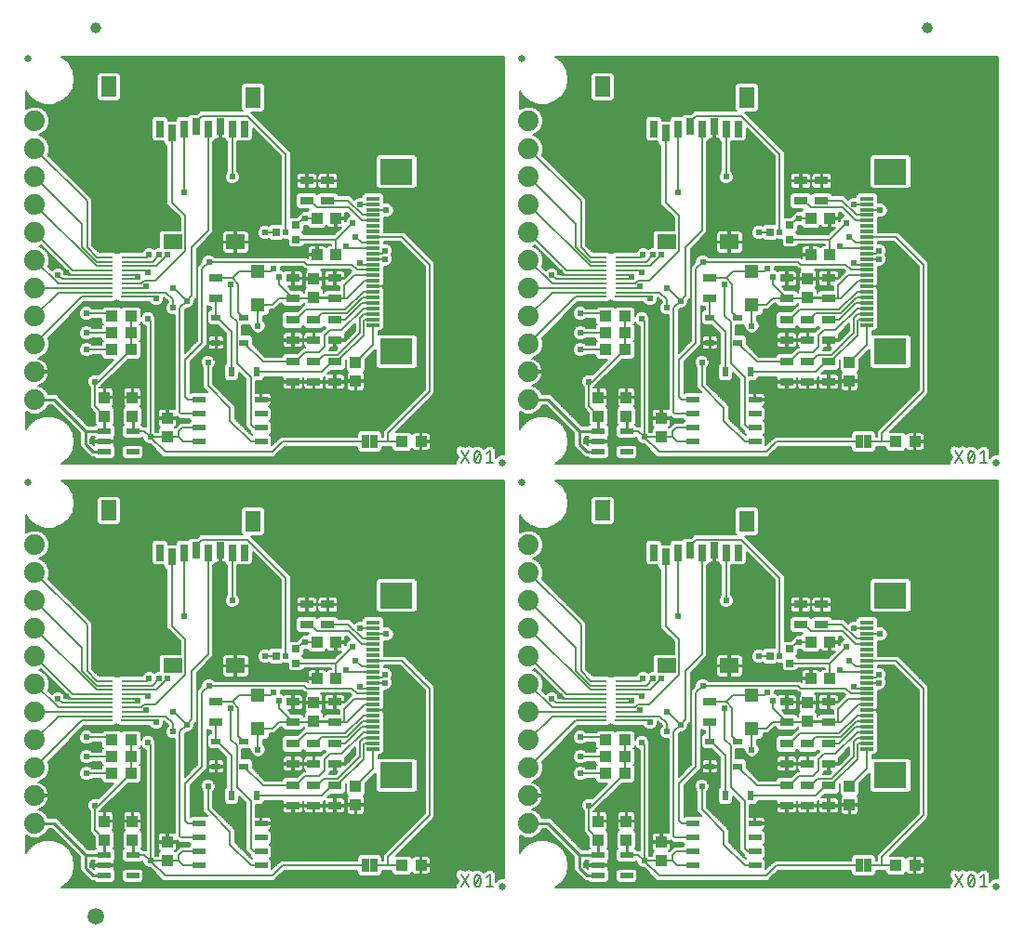
<source format=gtl>
G75*
%MOIN*%
%OFA0B0*%
%FSLAX25Y25*%
%IPPOS*%
%LPD*%
%AMOC8*
5,1,8,0,0,1.08239X$1,22.5*
%
%ADD10C,0.00800*%
%ADD11R,0.03937X0.04331*%
%ADD12R,0.04724X0.03150*%
%ADD13R,0.03268X0.02480*%
%ADD14R,0.02480X0.03268*%
%ADD15R,0.05118X0.05118*%
%ADD16R,0.02756X0.02756*%
%ADD17R,0.04331X0.03937*%
%ADD18R,0.04921X0.01181*%
%ADD19R,0.11811X0.09449*%
%ADD20C,0.02500*%
%ADD21C,0.07400*%
%ADD22R,0.02500X0.05000*%
%ADD23R,0.04724X0.02165*%
%ADD24R,0.07087X0.05512*%
%ADD25R,0.05512X0.07480*%
%ADD26R,0.03150X0.05906*%
%ADD27R,0.04724X0.02362*%
%ADD28R,0.04331X0.00787*%
%ADD29R,0.03937X0.00787*%
%ADD30C,0.03937*%
%ADD31C,0.05906*%
%ADD32C,0.00600*%
%ADD33C,0.02400*%
%ADD34C,0.01000*%
D10*
X0191058Y0031150D02*
X0193858Y0035350D01*
X0198125Y0033250D02*
X0198123Y0033138D01*
X0198118Y0033026D01*
X0198109Y0032914D01*
X0198096Y0032803D01*
X0198080Y0032692D01*
X0198060Y0032581D01*
X0198036Y0032472D01*
X0198009Y0032363D01*
X0197979Y0032255D01*
X0197945Y0032148D01*
X0197908Y0032042D01*
X0197867Y0031938D01*
X0197823Y0031835D01*
X0197775Y0031733D01*
X0197774Y0031733D02*
X0197754Y0031680D01*
X0197731Y0031629D01*
X0197704Y0031580D01*
X0197674Y0031532D01*
X0197641Y0031486D01*
X0197606Y0031443D01*
X0197567Y0031402D01*
X0197526Y0031363D01*
X0197482Y0031327D01*
X0197436Y0031295D01*
X0197389Y0031265D01*
X0197339Y0031239D01*
X0197287Y0031215D01*
X0197235Y0031196D01*
X0197181Y0031179D01*
X0197126Y0031167D01*
X0197070Y0031157D01*
X0197014Y0031152D01*
X0196958Y0031150D01*
X0196902Y0031152D01*
X0196846Y0031157D01*
X0196790Y0031167D01*
X0196735Y0031179D01*
X0196681Y0031196D01*
X0196629Y0031215D01*
X0196577Y0031239D01*
X0196527Y0031265D01*
X0196480Y0031295D01*
X0196434Y0031327D01*
X0196390Y0031363D01*
X0196349Y0031402D01*
X0196310Y0031443D01*
X0196275Y0031486D01*
X0196242Y0031532D01*
X0196212Y0031580D01*
X0196185Y0031629D01*
X0196162Y0031680D01*
X0196142Y0031733D01*
X0196025Y0032083D02*
X0197892Y0034417D01*
X0197774Y0034767D02*
X0197754Y0034820D01*
X0197731Y0034871D01*
X0197704Y0034920D01*
X0197674Y0034968D01*
X0197641Y0035014D01*
X0197606Y0035057D01*
X0197567Y0035098D01*
X0197526Y0035137D01*
X0197482Y0035173D01*
X0197436Y0035205D01*
X0197389Y0035235D01*
X0197339Y0035261D01*
X0197287Y0035285D01*
X0197235Y0035304D01*
X0197181Y0035321D01*
X0197126Y0035333D01*
X0197070Y0035343D01*
X0197014Y0035348D01*
X0196958Y0035350D01*
X0196902Y0035348D01*
X0196846Y0035343D01*
X0196790Y0035333D01*
X0196735Y0035321D01*
X0196681Y0035304D01*
X0196629Y0035285D01*
X0196577Y0035261D01*
X0196527Y0035235D01*
X0196480Y0035205D01*
X0196434Y0035172D01*
X0196390Y0035137D01*
X0196349Y0035098D01*
X0196310Y0035057D01*
X0196275Y0035014D01*
X0196242Y0034968D01*
X0196212Y0034920D01*
X0196185Y0034871D01*
X0196162Y0034820D01*
X0196142Y0034767D01*
X0197775Y0034767D02*
X0197823Y0034665D01*
X0197867Y0034562D01*
X0197908Y0034458D01*
X0197945Y0034352D01*
X0197979Y0034245D01*
X0198009Y0034137D01*
X0198036Y0034028D01*
X0198060Y0033919D01*
X0198080Y0033808D01*
X0198096Y0033697D01*
X0198109Y0033586D01*
X0198118Y0033474D01*
X0198123Y0033362D01*
X0198125Y0033250D01*
X0195792Y0033250D02*
X0195794Y0033362D01*
X0195799Y0033474D01*
X0195808Y0033586D01*
X0195821Y0033697D01*
X0195837Y0033808D01*
X0195857Y0033919D01*
X0195881Y0034028D01*
X0195908Y0034137D01*
X0195938Y0034245D01*
X0195972Y0034352D01*
X0196009Y0034458D01*
X0196050Y0034562D01*
X0196094Y0034665D01*
X0196142Y0034767D01*
X0195792Y0033250D02*
X0195794Y0033138D01*
X0195799Y0033026D01*
X0195808Y0032914D01*
X0195821Y0032803D01*
X0195837Y0032692D01*
X0195857Y0032581D01*
X0195881Y0032472D01*
X0195908Y0032363D01*
X0195938Y0032255D01*
X0195972Y0032148D01*
X0196009Y0032042D01*
X0196050Y0031938D01*
X0196094Y0031835D01*
X0196142Y0031733D01*
X0193858Y0031150D02*
X0191058Y0035350D01*
X0200292Y0034417D02*
X0201458Y0035350D01*
X0201458Y0031150D01*
X0200292Y0031150D02*
X0202625Y0031150D01*
X0368058Y0031150D02*
X0370858Y0035350D01*
X0375125Y0033250D02*
X0375123Y0033138D01*
X0375118Y0033026D01*
X0375109Y0032914D01*
X0375096Y0032803D01*
X0375080Y0032692D01*
X0375060Y0032581D01*
X0375036Y0032472D01*
X0375009Y0032363D01*
X0374979Y0032255D01*
X0374945Y0032148D01*
X0374908Y0032042D01*
X0374867Y0031938D01*
X0374823Y0031835D01*
X0374775Y0031733D01*
X0374774Y0031733D02*
X0374754Y0031680D01*
X0374731Y0031629D01*
X0374704Y0031580D01*
X0374674Y0031532D01*
X0374641Y0031486D01*
X0374606Y0031443D01*
X0374567Y0031402D01*
X0374526Y0031363D01*
X0374482Y0031327D01*
X0374436Y0031295D01*
X0374389Y0031265D01*
X0374339Y0031239D01*
X0374287Y0031215D01*
X0374235Y0031196D01*
X0374181Y0031179D01*
X0374126Y0031167D01*
X0374070Y0031157D01*
X0374014Y0031152D01*
X0373958Y0031150D01*
X0373902Y0031152D01*
X0373846Y0031157D01*
X0373790Y0031167D01*
X0373735Y0031179D01*
X0373681Y0031196D01*
X0373629Y0031215D01*
X0373577Y0031239D01*
X0373527Y0031265D01*
X0373480Y0031295D01*
X0373434Y0031327D01*
X0373390Y0031363D01*
X0373349Y0031402D01*
X0373310Y0031443D01*
X0373275Y0031486D01*
X0373242Y0031532D01*
X0373212Y0031580D01*
X0373185Y0031629D01*
X0373162Y0031680D01*
X0373142Y0031733D01*
X0373025Y0032083D02*
X0374892Y0034417D01*
X0374774Y0034767D02*
X0374754Y0034820D01*
X0374731Y0034871D01*
X0374704Y0034920D01*
X0374674Y0034968D01*
X0374641Y0035014D01*
X0374606Y0035057D01*
X0374567Y0035098D01*
X0374526Y0035137D01*
X0374482Y0035173D01*
X0374436Y0035205D01*
X0374389Y0035235D01*
X0374339Y0035261D01*
X0374287Y0035285D01*
X0374235Y0035304D01*
X0374181Y0035321D01*
X0374126Y0035333D01*
X0374070Y0035343D01*
X0374014Y0035348D01*
X0373958Y0035350D01*
X0373902Y0035348D01*
X0373846Y0035343D01*
X0373790Y0035333D01*
X0373735Y0035321D01*
X0373681Y0035304D01*
X0373629Y0035285D01*
X0373577Y0035261D01*
X0373527Y0035235D01*
X0373480Y0035205D01*
X0373434Y0035172D01*
X0373390Y0035137D01*
X0373349Y0035098D01*
X0373310Y0035057D01*
X0373275Y0035014D01*
X0373242Y0034968D01*
X0373212Y0034920D01*
X0373185Y0034871D01*
X0373162Y0034820D01*
X0373142Y0034767D01*
X0374775Y0034767D02*
X0374823Y0034665D01*
X0374867Y0034562D01*
X0374908Y0034458D01*
X0374945Y0034352D01*
X0374979Y0034245D01*
X0375009Y0034137D01*
X0375036Y0034028D01*
X0375060Y0033919D01*
X0375080Y0033808D01*
X0375096Y0033697D01*
X0375109Y0033586D01*
X0375118Y0033474D01*
X0375123Y0033362D01*
X0375125Y0033250D01*
X0372792Y0033250D02*
X0372794Y0033362D01*
X0372799Y0033474D01*
X0372808Y0033586D01*
X0372821Y0033697D01*
X0372837Y0033808D01*
X0372857Y0033919D01*
X0372881Y0034028D01*
X0372908Y0034137D01*
X0372938Y0034245D01*
X0372972Y0034352D01*
X0373009Y0034458D01*
X0373050Y0034562D01*
X0373094Y0034665D01*
X0373142Y0034767D01*
X0372792Y0033250D02*
X0372794Y0033138D01*
X0372799Y0033026D01*
X0372808Y0032914D01*
X0372821Y0032803D01*
X0372837Y0032692D01*
X0372857Y0032581D01*
X0372881Y0032472D01*
X0372908Y0032363D01*
X0372938Y0032255D01*
X0372972Y0032148D01*
X0373009Y0032042D01*
X0373050Y0031938D01*
X0373094Y0031835D01*
X0373142Y0031733D01*
X0370858Y0031150D02*
X0368058Y0035350D01*
X0377292Y0034417D02*
X0378458Y0035350D01*
X0378458Y0031150D01*
X0377292Y0031150D02*
X0379625Y0031150D01*
X0379625Y0183150D02*
X0377292Y0183150D01*
X0378458Y0183150D02*
X0378458Y0187350D01*
X0377292Y0186417D01*
X0372792Y0185250D02*
X0372794Y0185138D01*
X0372799Y0185026D01*
X0372808Y0184914D01*
X0372821Y0184803D01*
X0372837Y0184692D01*
X0372857Y0184581D01*
X0372881Y0184472D01*
X0372908Y0184363D01*
X0372938Y0184255D01*
X0372972Y0184148D01*
X0373009Y0184042D01*
X0373050Y0183938D01*
X0373094Y0183835D01*
X0373142Y0183733D01*
X0373025Y0184083D02*
X0374892Y0186417D01*
X0374774Y0186767D02*
X0374754Y0186820D01*
X0374731Y0186871D01*
X0374704Y0186920D01*
X0374674Y0186968D01*
X0374641Y0187014D01*
X0374606Y0187057D01*
X0374567Y0187098D01*
X0374526Y0187137D01*
X0374482Y0187173D01*
X0374436Y0187205D01*
X0374389Y0187235D01*
X0374339Y0187261D01*
X0374287Y0187285D01*
X0374235Y0187304D01*
X0374181Y0187321D01*
X0374126Y0187333D01*
X0374070Y0187343D01*
X0374014Y0187348D01*
X0373958Y0187350D01*
X0373902Y0187348D01*
X0373846Y0187343D01*
X0373790Y0187333D01*
X0373735Y0187321D01*
X0373681Y0187304D01*
X0373629Y0187285D01*
X0373577Y0187261D01*
X0373527Y0187235D01*
X0373480Y0187205D01*
X0373434Y0187172D01*
X0373390Y0187137D01*
X0373349Y0187098D01*
X0373310Y0187057D01*
X0373275Y0187014D01*
X0373242Y0186968D01*
X0373212Y0186920D01*
X0373185Y0186871D01*
X0373162Y0186820D01*
X0373142Y0186767D01*
X0374775Y0186767D02*
X0374823Y0186665D01*
X0374867Y0186562D01*
X0374908Y0186458D01*
X0374945Y0186352D01*
X0374979Y0186245D01*
X0375009Y0186137D01*
X0375036Y0186028D01*
X0375060Y0185919D01*
X0375080Y0185808D01*
X0375096Y0185697D01*
X0375109Y0185586D01*
X0375118Y0185474D01*
X0375123Y0185362D01*
X0375125Y0185250D01*
X0372792Y0185250D02*
X0372794Y0185362D01*
X0372799Y0185474D01*
X0372808Y0185586D01*
X0372821Y0185697D01*
X0372837Y0185808D01*
X0372857Y0185919D01*
X0372881Y0186028D01*
X0372908Y0186137D01*
X0372938Y0186245D01*
X0372972Y0186352D01*
X0373009Y0186458D01*
X0373050Y0186562D01*
X0373094Y0186665D01*
X0373142Y0186767D01*
X0375125Y0185250D02*
X0375123Y0185138D01*
X0375118Y0185026D01*
X0375109Y0184914D01*
X0375096Y0184803D01*
X0375080Y0184692D01*
X0375060Y0184581D01*
X0375036Y0184472D01*
X0375009Y0184363D01*
X0374979Y0184255D01*
X0374945Y0184148D01*
X0374908Y0184042D01*
X0374867Y0183938D01*
X0374823Y0183835D01*
X0374775Y0183733D01*
X0374774Y0183733D02*
X0374754Y0183680D01*
X0374731Y0183629D01*
X0374704Y0183580D01*
X0374674Y0183532D01*
X0374641Y0183486D01*
X0374606Y0183443D01*
X0374567Y0183402D01*
X0374526Y0183363D01*
X0374482Y0183327D01*
X0374436Y0183295D01*
X0374389Y0183265D01*
X0374339Y0183239D01*
X0374287Y0183215D01*
X0374235Y0183196D01*
X0374181Y0183179D01*
X0374126Y0183167D01*
X0374070Y0183157D01*
X0374014Y0183152D01*
X0373958Y0183150D01*
X0373902Y0183152D01*
X0373846Y0183157D01*
X0373790Y0183167D01*
X0373735Y0183179D01*
X0373681Y0183196D01*
X0373629Y0183215D01*
X0373577Y0183239D01*
X0373527Y0183265D01*
X0373480Y0183295D01*
X0373434Y0183327D01*
X0373390Y0183363D01*
X0373349Y0183402D01*
X0373310Y0183443D01*
X0373275Y0183486D01*
X0373242Y0183532D01*
X0373212Y0183580D01*
X0373185Y0183629D01*
X0373162Y0183680D01*
X0373142Y0183733D01*
X0370858Y0183150D02*
X0368058Y0187350D01*
X0370858Y0187350D02*
X0368058Y0183150D01*
X0202625Y0183150D02*
X0200292Y0183150D01*
X0201458Y0183150D02*
X0201458Y0187350D01*
X0200292Y0186417D01*
X0195792Y0185250D02*
X0195794Y0185138D01*
X0195799Y0185026D01*
X0195808Y0184914D01*
X0195821Y0184803D01*
X0195837Y0184692D01*
X0195857Y0184581D01*
X0195881Y0184472D01*
X0195908Y0184363D01*
X0195938Y0184255D01*
X0195972Y0184148D01*
X0196009Y0184042D01*
X0196050Y0183938D01*
X0196094Y0183835D01*
X0196142Y0183733D01*
X0196025Y0184083D02*
X0197892Y0186417D01*
X0197774Y0186767D02*
X0197754Y0186820D01*
X0197731Y0186871D01*
X0197704Y0186920D01*
X0197674Y0186968D01*
X0197641Y0187014D01*
X0197606Y0187057D01*
X0197567Y0187098D01*
X0197526Y0187137D01*
X0197482Y0187173D01*
X0197436Y0187205D01*
X0197389Y0187235D01*
X0197339Y0187261D01*
X0197287Y0187285D01*
X0197235Y0187304D01*
X0197181Y0187321D01*
X0197126Y0187333D01*
X0197070Y0187343D01*
X0197014Y0187348D01*
X0196958Y0187350D01*
X0196902Y0187348D01*
X0196846Y0187343D01*
X0196790Y0187333D01*
X0196735Y0187321D01*
X0196681Y0187304D01*
X0196629Y0187285D01*
X0196577Y0187261D01*
X0196527Y0187235D01*
X0196480Y0187205D01*
X0196434Y0187172D01*
X0196390Y0187137D01*
X0196349Y0187098D01*
X0196310Y0187057D01*
X0196275Y0187014D01*
X0196242Y0186968D01*
X0196212Y0186920D01*
X0196185Y0186871D01*
X0196162Y0186820D01*
X0196142Y0186767D01*
X0197775Y0186767D02*
X0197823Y0186665D01*
X0197867Y0186562D01*
X0197908Y0186458D01*
X0197945Y0186352D01*
X0197979Y0186245D01*
X0198009Y0186137D01*
X0198036Y0186028D01*
X0198060Y0185919D01*
X0198080Y0185808D01*
X0198096Y0185697D01*
X0198109Y0185586D01*
X0198118Y0185474D01*
X0198123Y0185362D01*
X0198125Y0185250D01*
X0195792Y0185250D02*
X0195794Y0185362D01*
X0195799Y0185474D01*
X0195808Y0185586D01*
X0195821Y0185697D01*
X0195837Y0185808D01*
X0195857Y0185919D01*
X0195881Y0186028D01*
X0195908Y0186137D01*
X0195938Y0186245D01*
X0195972Y0186352D01*
X0196009Y0186458D01*
X0196050Y0186562D01*
X0196094Y0186665D01*
X0196142Y0186767D01*
X0198125Y0185250D02*
X0198123Y0185138D01*
X0198118Y0185026D01*
X0198109Y0184914D01*
X0198096Y0184803D01*
X0198080Y0184692D01*
X0198060Y0184581D01*
X0198036Y0184472D01*
X0198009Y0184363D01*
X0197979Y0184255D01*
X0197945Y0184148D01*
X0197908Y0184042D01*
X0197867Y0183938D01*
X0197823Y0183835D01*
X0197775Y0183733D01*
X0197774Y0183733D02*
X0197754Y0183680D01*
X0197731Y0183629D01*
X0197704Y0183580D01*
X0197674Y0183532D01*
X0197641Y0183486D01*
X0197606Y0183443D01*
X0197567Y0183402D01*
X0197526Y0183363D01*
X0197482Y0183327D01*
X0197436Y0183295D01*
X0197389Y0183265D01*
X0197339Y0183239D01*
X0197287Y0183215D01*
X0197235Y0183196D01*
X0197181Y0183179D01*
X0197126Y0183167D01*
X0197070Y0183157D01*
X0197014Y0183152D01*
X0196958Y0183150D01*
X0196902Y0183152D01*
X0196846Y0183157D01*
X0196790Y0183167D01*
X0196735Y0183179D01*
X0196681Y0183196D01*
X0196629Y0183215D01*
X0196577Y0183239D01*
X0196527Y0183265D01*
X0196480Y0183295D01*
X0196434Y0183327D01*
X0196390Y0183363D01*
X0196349Y0183402D01*
X0196310Y0183443D01*
X0196275Y0183486D01*
X0196242Y0183532D01*
X0196212Y0183580D01*
X0196185Y0183629D01*
X0196162Y0183680D01*
X0196142Y0183733D01*
X0193858Y0183150D02*
X0191058Y0187350D01*
X0193858Y0187350D02*
X0191058Y0183150D01*
D11*
X0153342Y0212404D03*
X0153342Y0219096D03*
X0138342Y0242404D03*
X0138342Y0249096D03*
X0085842Y0199096D03*
X0085842Y0192404D03*
X0073342Y0199904D03*
X0073342Y0206596D03*
X0063342Y0206596D03*
X0063342Y0199904D03*
X0138342Y0097096D03*
X0138342Y0090404D03*
X0153342Y0067096D03*
X0153342Y0060404D03*
X0085842Y0047096D03*
X0085842Y0040404D03*
X0073342Y0047904D03*
X0073342Y0054596D03*
X0063342Y0054596D03*
X0063342Y0047904D03*
X0240342Y0047904D03*
X0240342Y0054596D03*
X0250342Y0054596D03*
X0250342Y0047904D03*
X0262842Y0047096D03*
X0262842Y0040404D03*
X0315342Y0090404D03*
X0315342Y0097096D03*
X0330342Y0067096D03*
X0330342Y0060404D03*
X0262842Y0192404D03*
X0262842Y0199096D03*
X0250342Y0199904D03*
X0250342Y0206596D03*
X0240342Y0206596D03*
X0240342Y0199904D03*
X0315342Y0242404D03*
X0315342Y0249096D03*
X0330342Y0219096D03*
X0330342Y0212404D03*
D12*
X0322842Y0212207D03*
X0322842Y0219293D03*
X0315342Y0219293D03*
X0315342Y0212207D03*
X0307842Y0212207D03*
X0307842Y0219293D03*
X0307842Y0227207D03*
X0315342Y0227207D03*
X0315342Y0234293D03*
X0307842Y0234293D03*
X0307842Y0242207D03*
X0307842Y0249293D03*
X0322842Y0249293D03*
X0322842Y0242207D03*
X0322842Y0234293D03*
X0322842Y0227207D03*
X0280342Y0242207D03*
X0280342Y0249293D03*
X0312842Y0277207D03*
X0320342Y0277207D03*
X0320342Y0284293D03*
X0312842Y0284293D03*
X0143342Y0284293D03*
X0143342Y0277207D03*
X0135842Y0277207D03*
X0135842Y0284293D03*
X0130842Y0249293D03*
X0130842Y0242207D03*
X0130842Y0234293D03*
X0130842Y0227207D03*
X0138342Y0227207D03*
X0145842Y0227207D03*
X0145842Y0234293D03*
X0138342Y0234293D03*
X0145842Y0242207D03*
X0145842Y0249293D03*
X0145842Y0219293D03*
X0145842Y0212207D03*
X0138342Y0212207D03*
X0138342Y0219293D03*
X0130842Y0219293D03*
X0130842Y0212207D03*
X0103342Y0242207D03*
X0103342Y0249293D03*
X0135842Y0132293D03*
X0135842Y0125207D03*
X0143342Y0125207D03*
X0143342Y0132293D03*
X0145842Y0097293D03*
X0145842Y0090207D03*
X0145842Y0082293D03*
X0138342Y0082293D03*
X0138342Y0075207D03*
X0145842Y0075207D03*
X0145842Y0067293D03*
X0145842Y0060207D03*
X0138342Y0060207D03*
X0138342Y0067293D03*
X0130842Y0067293D03*
X0130842Y0060207D03*
X0130842Y0075207D03*
X0130842Y0082293D03*
X0130842Y0090207D03*
X0130842Y0097293D03*
X0103342Y0097293D03*
X0103342Y0090207D03*
X0280342Y0090207D03*
X0280342Y0097293D03*
X0307842Y0097293D03*
X0307842Y0090207D03*
X0307842Y0082293D03*
X0315342Y0082293D03*
X0315342Y0075207D03*
X0307842Y0075207D03*
X0307842Y0067293D03*
X0307842Y0060207D03*
X0315342Y0060207D03*
X0315342Y0067293D03*
X0322842Y0067293D03*
X0322842Y0060207D03*
X0322842Y0075207D03*
X0322842Y0082293D03*
X0322842Y0090207D03*
X0322842Y0097293D03*
X0320342Y0125207D03*
X0312842Y0125207D03*
X0312842Y0132293D03*
X0320342Y0132293D03*
D13*
X0290342Y0083278D03*
X0290342Y0074222D03*
X0280342Y0074222D03*
X0280342Y0083278D03*
X0113342Y0083278D03*
X0113342Y0074222D03*
X0103342Y0074222D03*
X0103342Y0083278D03*
X0103342Y0226222D03*
X0103342Y0235278D03*
X0113342Y0235278D03*
X0113342Y0226222D03*
X0280342Y0226222D03*
X0280342Y0235278D03*
X0290342Y0235278D03*
X0290342Y0226222D03*
D14*
X0294869Y0215750D03*
X0285814Y0215750D03*
X0117869Y0215750D03*
X0108814Y0215750D03*
X0108814Y0063750D03*
X0117869Y0063750D03*
X0285814Y0063750D03*
X0294869Y0063750D03*
D15*
X0295342Y0087844D03*
X0295342Y0099656D03*
X0295342Y0239844D03*
X0295342Y0251656D03*
X0118342Y0251656D03*
X0118342Y0239844D03*
X0118342Y0099656D03*
X0118342Y0087844D03*
D16*
X0131984Y0111191D03*
X0131984Y0116309D03*
X0124700Y0113750D03*
X0301700Y0113750D03*
X0308984Y0111191D03*
X0308984Y0116309D03*
X0308984Y0263191D03*
X0308984Y0268309D03*
X0301700Y0265750D03*
X0131984Y0263191D03*
X0131984Y0268309D03*
X0124700Y0265750D03*
D17*
X0139495Y0270750D03*
X0146188Y0270750D03*
X0146188Y0257750D03*
X0139495Y0257750D03*
X0072688Y0235750D03*
X0065995Y0235750D03*
X0065995Y0229750D03*
X0065995Y0223750D03*
X0072688Y0223750D03*
X0072688Y0229750D03*
X0169995Y0190750D03*
X0176688Y0190750D03*
X0242995Y0223750D03*
X0242995Y0229750D03*
X0242995Y0235750D03*
X0249688Y0235750D03*
X0249688Y0229750D03*
X0249688Y0223750D03*
X0316495Y0257750D03*
X0323188Y0257750D03*
X0323188Y0270750D03*
X0316495Y0270750D03*
X0346995Y0190750D03*
X0353688Y0190750D03*
X0323188Y0118750D03*
X0316495Y0118750D03*
X0316495Y0105750D03*
X0323188Y0105750D03*
X0249688Y0083750D03*
X0249688Y0077750D03*
X0249688Y0071750D03*
X0242995Y0071750D03*
X0242995Y0077750D03*
X0242995Y0083750D03*
X0176688Y0038750D03*
X0169995Y0038750D03*
X0146188Y0105750D03*
X0139495Y0105750D03*
X0139495Y0118750D03*
X0146188Y0118750D03*
X0072688Y0083750D03*
X0072688Y0077750D03*
X0065995Y0077750D03*
X0065995Y0083750D03*
X0065995Y0071750D03*
X0072688Y0071750D03*
X0346995Y0038750D03*
X0353688Y0038750D03*
D18*
X0336582Y0080612D03*
X0336582Y0082581D03*
X0336582Y0084549D03*
X0336582Y0086518D03*
X0336582Y0088486D03*
X0336582Y0090455D03*
X0336582Y0092423D03*
X0336582Y0094392D03*
X0336582Y0096360D03*
X0336582Y0098329D03*
X0336582Y0100297D03*
X0336582Y0102266D03*
X0336582Y0104234D03*
X0336582Y0106203D03*
X0336582Y0108171D03*
X0336582Y0110140D03*
X0336582Y0112108D03*
X0336582Y0114077D03*
X0336582Y0116045D03*
X0336582Y0118014D03*
X0336582Y0119982D03*
X0336582Y0121951D03*
X0336582Y0123919D03*
X0336582Y0125888D03*
X0336582Y0232612D03*
X0336582Y0234581D03*
X0336582Y0236549D03*
X0336582Y0238518D03*
X0336582Y0240486D03*
X0336582Y0242455D03*
X0336582Y0244423D03*
X0336582Y0246392D03*
X0336582Y0248360D03*
X0336582Y0250329D03*
X0336582Y0252297D03*
X0336582Y0254266D03*
X0336582Y0256234D03*
X0336582Y0258203D03*
X0336582Y0260171D03*
X0336582Y0262140D03*
X0336582Y0264108D03*
X0336582Y0266077D03*
X0336582Y0268045D03*
X0336582Y0270014D03*
X0336582Y0271982D03*
X0336582Y0273951D03*
X0336582Y0275919D03*
X0336582Y0277888D03*
X0159582Y0277888D03*
X0159582Y0275919D03*
X0159582Y0273951D03*
X0159582Y0271982D03*
X0159582Y0270014D03*
X0159582Y0268045D03*
X0159582Y0266077D03*
X0159582Y0264108D03*
X0159582Y0262140D03*
X0159582Y0260171D03*
X0159582Y0258203D03*
X0159582Y0256234D03*
X0159582Y0254266D03*
X0159582Y0252297D03*
X0159582Y0250329D03*
X0159582Y0248360D03*
X0159582Y0246392D03*
X0159582Y0244423D03*
X0159582Y0242455D03*
X0159582Y0240486D03*
X0159582Y0238518D03*
X0159582Y0236549D03*
X0159582Y0234581D03*
X0159582Y0232612D03*
X0159582Y0125888D03*
X0159582Y0123919D03*
X0159582Y0121951D03*
X0159582Y0119982D03*
X0159582Y0118014D03*
X0159582Y0116045D03*
X0159582Y0114077D03*
X0159582Y0112108D03*
X0159582Y0110140D03*
X0159582Y0108171D03*
X0159582Y0106203D03*
X0159582Y0104234D03*
X0159582Y0102266D03*
X0159582Y0100297D03*
X0159582Y0098329D03*
X0159582Y0096360D03*
X0159582Y0094392D03*
X0159582Y0092423D03*
X0159582Y0090455D03*
X0159582Y0088486D03*
X0159582Y0086518D03*
X0159582Y0084549D03*
X0159582Y0082581D03*
X0159582Y0080612D03*
D19*
X0167948Y0070967D03*
X0167948Y0135533D03*
X0167948Y0222967D03*
X0167948Y0287533D03*
X0344948Y0287533D03*
X0344948Y0222967D03*
X0344948Y0135533D03*
X0344948Y0070967D03*
D20*
X0382842Y0031250D03*
X0205842Y0031250D03*
X0212842Y0176250D03*
X0205842Y0183250D03*
X0035842Y0176250D03*
X0035842Y0328250D03*
X0212842Y0328250D03*
X0382842Y0183250D03*
D21*
X0215342Y0205750D03*
X0215342Y0215750D03*
X0215342Y0225750D03*
X0215342Y0235750D03*
X0215342Y0245750D03*
X0215342Y0255750D03*
X0215342Y0265750D03*
X0215342Y0275750D03*
X0215342Y0285750D03*
X0215342Y0295750D03*
X0215342Y0305750D03*
X0038342Y0305750D03*
X0038342Y0295750D03*
X0038342Y0285750D03*
X0038342Y0275750D03*
X0038342Y0265750D03*
X0038342Y0255750D03*
X0038342Y0245750D03*
X0038342Y0235750D03*
X0038342Y0225750D03*
X0038342Y0215750D03*
X0038342Y0205750D03*
X0038342Y0153750D03*
X0038342Y0143750D03*
X0038342Y0133750D03*
X0038342Y0123750D03*
X0038342Y0113750D03*
X0038342Y0103750D03*
X0038342Y0093750D03*
X0038342Y0083750D03*
X0038342Y0073750D03*
X0038342Y0063750D03*
X0038342Y0053750D03*
X0215342Y0053750D03*
X0215342Y0063750D03*
X0215342Y0073750D03*
X0215342Y0083750D03*
X0215342Y0093750D03*
X0215342Y0103750D03*
X0215342Y0113750D03*
X0215342Y0123750D03*
X0215342Y0133750D03*
X0215342Y0143750D03*
X0215342Y0153750D03*
D22*
X0159942Y0190750D03*
X0156742Y0190750D03*
X0333742Y0190750D03*
X0336942Y0190750D03*
X0336942Y0038750D03*
X0333742Y0038750D03*
X0159942Y0038750D03*
X0156742Y0038750D03*
D23*
X0073460Y0035010D03*
X0073460Y0042490D03*
X0063223Y0042490D03*
X0063223Y0038750D03*
X0063223Y0035010D03*
X0240223Y0035010D03*
X0240223Y0038750D03*
X0240223Y0042490D03*
X0250460Y0042490D03*
X0250460Y0035010D03*
X0250460Y0187010D03*
X0250460Y0194490D03*
X0240223Y0194490D03*
X0240223Y0190750D03*
X0240223Y0187010D03*
X0073460Y0187010D03*
X0073460Y0194490D03*
X0063223Y0194490D03*
X0063223Y0190750D03*
X0063223Y0187010D03*
D24*
X0087830Y0262325D03*
X0110271Y0262325D03*
X0264830Y0262325D03*
X0287271Y0262325D03*
X0287271Y0110325D03*
X0264830Y0110325D03*
X0110271Y0110325D03*
X0087830Y0110325D03*
D25*
X0116570Y0162096D03*
X0064798Y0166033D03*
X0241798Y0166033D03*
X0293570Y0162096D03*
X0293570Y0314096D03*
X0241798Y0318033D03*
X0116570Y0314096D03*
X0064798Y0318033D03*
D26*
X0083145Y0302876D03*
X0087476Y0301301D03*
X0091806Y0302876D03*
X0096137Y0303663D03*
X0100468Y0302876D03*
X0104798Y0303663D03*
X0109129Y0302876D03*
X0113460Y0302876D03*
X0260145Y0302876D03*
X0264476Y0301301D03*
X0268806Y0302876D03*
X0273137Y0303663D03*
X0277468Y0302876D03*
X0281798Y0303663D03*
X0286129Y0302876D03*
X0290460Y0302876D03*
X0281798Y0151663D03*
X0277468Y0150876D03*
X0273137Y0151663D03*
X0268806Y0150876D03*
X0264476Y0149301D03*
X0260145Y0150876D03*
X0286129Y0150876D03*
X0290460Y0150876D03*
X0113460Y0150876D03*
X0109129Y0150876D03*
X0104798Y0151663D03*
X0100468Y0150876D03*
X0096137Y0151663D03*
X0091806Y0150876D03*
X0087476Y0149301D03*
X0083145Y0150876D03*
D27*
X0097318Y0190750D03*
X0097318Y0195750D03*
X0097318Y0200750D03*
X0097318Y0205750D03*
X0119365Y0205750D03*
X0119365Y0200750D03*
X0119365Y0195750D03*
X0119365Y0190750D03*
X0274318Y0190750D03*
X0274318Y0195750D03*
X0274318Y0200750D03*
X0274318Y0205750D03*
X0296365Y0205750D03*
X0296365Y0200750D03*
X0296365Y0195750D03*
X0296365Y0190750D03*
X0296365Y0053750D03*
X0296365Y0048750D03*
X0296365Y0043750D03*
X0296365Y0038750D03*
X0274318Y0038750D03*
X0274318Y0043750D03*
X0274318Y0048750D03*
X0274318Y0053750D03*
X0119365Y0053750D03*
X0119365Y0048750D03*
X0119365Y0043750D03*
X0119365Y0038750D03*
X0097318Y0038750D03*
X0097318Y0043750D03*
X0097318Y0048750D03*
X0097318Y0053750D03*
D28*
X0071188Y0090663D03*
X0248188Y0090663D03*
X0248188Y0242663D03*
X0071188Y0242663D03*
D29*
X0071385Y0244238D03*
X0071385Y0245813D03*
X0071385Y0247388D03*
X0071385Y0248963D03*
X0071385Y0250537D03*
X0071385Y0252112D03*
X0071385Y0253687D03*
X0071385Y0255262D03*
X0071385Y0256837D03*
X0064298Y0256837D03*
X0064298Y0255262D03*
X0064298Y0253687D03*
X0064298Y0252112D03*
X0064298Y0250537D03*
X0064298Y0248963D03*
X0064298Y0247388D03*
X0064298Y0245813D03*
X0064298Y0244238D03*
X0064298Y0242663D03*
X0064298Y0104837D03*
X0064298Y0103262D03*
X0064298Y0101687D03*
X0064298Y0100112D03*
X0064298Y0098537D03*
X0064298Y0096963D03*
X0064298Y0095388D03*
X0064298Y0093813D03*
X0064298Y0092238D03*
X0064298Y0090663D03*
X0071385Y0092238D03*
X0071385Y0093813D03*
X0071385Y0095388D03*
X0071385Y0096963D03*
X0071385Y0098537D03*
X0071385Y0100112D03*
X0071385Y0101687D03*
X0071385Y0103262D03*
X0071385Y0104837D03*
X0241298Y0104837D03*
X0241298Y0103262D03*
X0241298Y0101687D03*
X0241298Y0100112D03*
X0241298Y0098537D03*
X0241298Y0096963D03*
X0241298Y0095388D03*
X0241298Y0093813D03*
X0241298Y0092238D03*
X0241298Y0090663D03*
X0248385Y0092238D03*
X0248385Y0093813D03*
X0248385Y0095388D03*
X0248385Y0096963D03*
X0248385Y0098537D03*
X0248385Y0100112D03*
X0248385Y0101687D03*
X0248385Y0103262D03*
X0248385Y0104837D03*
X0241298Y0242663D03*
X0241298Y0244238D03*
X0241298Y0245813D03*
X0241298Y0247388D03*
X0241298Y0248963D03*
X0241298Y0250537D03*
X0241298Y0252112D03*
X0241298Y0253687D03*
X0241298Y0255262D03*
X0241298Y0256837D03*
X0248385Y0256837D03*
X0248385Y0255262D03*
X0248385Y0253687D03*
X0248385Y0252112D03*
X0248385Y0250537D03*
X0248385Y0248963D03*
X0248385Y0247388D03*
X0248385Y0245813D03*
X0248385Y0244238D03*
D30*
X0358342Y0339000D03*
X0060342Y0339000D03*
D31*
X0060342Y0020500D03*
D32*
X0048013Y0030660D02*
X0047986Y0030650D01*
X0189221Y0030650D01*
X0189041Y0031549D01*
X0190175Y0033250D01*
X0189041Y0034951D01*
X0189350Y0036494D01*
X0190659Y0037367D01*
X0192203Y0037059D01*
X0192458Y0036675D01*
X0192714Y0037059D01*
X0194258Y0037367D01*
X0195282Y0036685D01*
X0196073Y0037250D01*
X0197844Y0037250D01*
X0199285Y0036221D01*
X0199285Y0036221D01*
X0199333Y0036082D01*
X0200189Y0036768D01*
X0200671Y0037250D01*
X0200792Y0037250D01*
X0200886Y0037325D01*
X0201564Y0037250D01*
X0202245Y0037250D01*
X0202331Y0037165D01*
X0202450Y0037151D01*
X0202876Y0036619D01*
X0203358Y0036137D01*
X0203358Y0036016D01*
X0203434Y0035922D01*
X0203358Y0035245D01*
X0203358Y0033050D01*
X0203412Y0033050D01*
X0203582Y0032880D01*
X0204284Y0033581D01*
X0205295Y0034000D01*
X0206389Y0034000D01*
X0206442Y0033978D01*
X0206442Y0176850D01*
X0047986Y0176850D01*
X0048013Y0176840D01*
X0048013Y0176840D01*
X0050498Y0174755D01*
X0050498Y0174755D01*
X0052120Y0171945D01*
X0052120Y0171945D01*
X0052684Y0168750D01*
X0052684Y0168750D01*
X0052120Y0165555D01*
X0052120Y0165555D01*
X0050498Y0162745D01*
X0050498Y0162745D01*
X0050498Y0162745D01*
X0048013Y0160660D01*
X0048013Y0160660D01*
X0044964Y0159550D01*
X0044129Y0159550D01*
X0041720Y0159550D01*
X0038671Y0160660D01*
X0038671Y0160660D01*
X0036185Y0162745D01*
X0036185Y0162745D01*
X0035242Y0164380D01*
X0035242Y0158004D01*
X0035396Y0158158D01*
X0037307Y0158950D01*
X0039376Y0158950D01*
X0041287Y0158158D01*
X0042750Y0156696D01*
X0043542Y0154784D01*
X0043542Y0152716D01*
X0042750Y0150804D01*
X0041287Y0149342D01*
X0039859Y0148750D01*
X0041287Y0148158D01*
X0042750Y0146696D01*
X0043542Y0144784D01*
X0043542Y0142716D01*
X0043067Y0141570D01*
X0057784Y0126853D01*
X0058839Y0125799D01*
X0058839Y0109193D01*
X0061395Y0106637D01*
X0061615Y0106637D01*
X0061709Y0106730D01*
X0066888Y0106730D01*
X0067082Y0106536D01*
X0067096Y0106550D01*
X0068587Y0106550D01*
X0068601Y0106536D01*
X0068795Y0106730D01*
X0073975Y0106730D01*
X0074069Y0106637D01*
X0076787Y0106637D01*
X0077053Y0107279D01*
X0077812Y0108039D01*
X0078805Y0108450D01*
X0079879Y0108450D01*
X0080871Y0108039D01*
X0081131Y0107779D01*
X0081392Y0108039D01*
X0082384Y0108450D01*
X0082787Y0108450D01*
X0082787Y0113702D01*
X0083665Y0114581D01*
X0090473Y0114581D01*
X0090473Y0119019D01*
X0086730Y0122762D01*
X0086730Y0122762D01*
X0085676Y0123817D01*
X0085676Y0144848D01*
X0085280Y0144848D01*
X0084401Y0145727D01*
X0084401Y0146423D01*
X0080949Y0146423D01*
X0080070Y0147302D01*
X0080070Y0154450D01*
X0080949Y0155329D01*
X0085341Y0155329D01*
X0086220Y0154450D01*
X0086220Y0153754D01*
X0088732Y0153754D01*
X0088732Y0154450D01*
X0089610Y0155329D01*
X0093154Y0155329D01*
X0093941Y0156116D01*
X0096396Y0156116D01*
X0097596Y0157316D01*
X0112733Y0157316D01*
X0112314Y0157735D01*
X0112314Y0166458D01*
X0113193Y0167337D01*
X0119947Y0167337D01*
X0120826Y0166458D01*
X0120826Y0157735D01*
X0119947Y0156856D01*
X0115826Y0156856D01*
X0116420Y0156262D01*
X0130142Y0142540D01*
X0130142Y0119187D01*
X0132316Y0119187D01*
X0132624Y0119496D01*
X0132802Y0119673D01*
X0133053Y0120279D01*
X0133812Y0121039D01*
X0134805Y0121450D01*
X0135879Y0121450D01*
X0135922Y0121432D01*
X0136622Y0122132D01*
X0132858Y0122132D01*
X0131980Y0123011D01*
X0131980Y0127403D01*
X0132858Y0128281D01*
X0138825Y0128281D01*
X0139592Y0127515D01*
X0140358Y0128281D01*
X0146325Y0128281D01*
X0147204Y0127403D01*
X0147204Y0127050D01*
X0151284Y0127050D01*
X0152339Y0125996D01*
X0152804Y0125530D01*
X0153396Y0126122D01*
X0154388Y0126533D01*
X0155462Y0126533D01*
X0155621Y0126468D01*
X0155621Y0127100D01*
X0156500Y0127978D01*
X0162664Y0127978D01*
X0163543Y0127100D01*
X0163543Y0124341D01*
X0163805Y0124450D01*
X0164879Y0124450D01*
X0165871Y0124039D01*
X0166631Y0123279D01*
X0167042Y0122287D01*
X0167042Y0121213D01*
X0166631Y0120221D01*
X0165871Y0119461D01*
X0164879Y0119050D01*
X0163805Y0119050D01*
X0163543Y0119159D01*
X0163543Y0113908D01*
X0170729Y0113908D01*
X0171784Y0112854D01*
X0181642Y0102996D01*
X0181642Y0056004D01*
X0180587Y0054950D01*
X0167856Y0042218D01*
X0172782Y0042218D01*
X0173483Y0041517D01*
X0173725Y0041759D01*
X0174021Y0041930D01*
X0174352Y0042018D01*
X0176388Y0042018D01*
X0176388Y0039050D01*
X0176988Y0039050D01*
X0176988Y0042018D01*
X0179025Y0042018D01*
X0179355Y0041930D01*
X0179652Y0041759D01*
X0179894Y0041517D01*
X0180065Y0041220D01*
X0180154Y0040890D01*
X0180154Y0039050D01*
X0176988Y0039050D01*
X0176988Y0038450D01*
X0176988Y0035481D01*
X0179025Y0035481D01*
X0179355Y0035570D01*
X0179652Y0035741D01*
X0179894Y0035983D01*
X0180065Y0036280D01*
X0180154Y0036610D01*
X0180154Y0038450D01*
X0176988Y0038450D01*
X0176388Y0038450D01*
X0176388Y0035481D01*
X0174352Y0035481D01*
X0174021Y0035570D01*
X0173725Y0035741D01*
X0173483Y0035983D01*
X0172782Y0035281D01*
X0167209Y0035281D01*
X0166330Y0036160D01*
X0166330Y0036950D01*
X0162692Y0036950D01*
X0162692Y0035629D01*
X0161813Y0034750D01*
X0154870Y0034750D01*
X0153992Y0035629D01*
X0153992Y0036950D01*
X0127973Y0036950D01*
X0125327Y0034304D01*
X0124273Y0033250D01*
X0084296Y0033250D01*
X0079843Y0037704D01*
X0079151Y0037704D01*
X0078159Y0038115D01*
X0077399Y0038874D01*
X0076988Y0039866D01*
X0076988Y0040452D01*
X0076444Y0039907D01*
X0070477Y0039907D01*
X0069598Y0040786D01*
X0069598Y0044194D01*
X0070197Y0044793D01*
X0069873Y0045117D01*
X0069873Y0050690D01*
X0070575Y0051391D01*
X0070333Y0051633D01*
X0070162Y0051929D01*
X0070073Y0052260D01*
X0070073Y0054296D01*
X0073042Y0054296D01*
X0073042Y0054896D01*
X0070073Y0054896D01*
X0070073Y0056933D01*
X0070162Y0057264D01*
X0070333Y0057560D01*
X0070575Y0057802D01*
X0070872Y0057973D01*
X0071202Y0058062D01*
X0073042Y0058062D01*
X0073042Y0054896D01*
X0073642Y0054896D01*
X0076610Y0054896D01*
X0076610Y0056933D01*
X0076522Y0057264D01*
X0076351Y0057560D01*
X0076109Y0057802D01*
X0075812Y0057973D01*
X0075481Y0058062D01*
X0073642Y0058062D01*
X0073642Y0054896D01*
X0073642Y0054296D01*
X0076610Y0054296D01*
X0076610Y0052260D01*
X0076522Y0051929D01*
X0076351Y0051633D01*
X0076109Y0051391D01*
X0076810Y0050690D01*
X0076810Y0045117D01*
X0076605Y0044912D01*
X0077227Y0044290D01*
X0078042Y0044290D01*
X0078042Y0080159D01*
X0077312Y0080461D01*
X0076553Y0081221D01*
X0076354Y0081702D01*
X0076354Y0081160D01*
X0075943Y0080750D01*
X0076354Y0080340D01*
X0076354Y0075160D01*
X0075943Y0074750D01*
X0076354Y0074340D01*
X0076354Y0069160D01*
X0075475Y0068281D01*
X0071765Y0068281D01*
X0061934Y0058450D01*
X0061860Y0058450D01*
X0061642Y0058232D01*
X0061642Y0058062D01*
X0063042Y0058062D01*
X0063042Y0054896D01*
X0063642Y0054896D01*
X0066610Y0054896D01*
X0066610Y0056933D01*
X0066522Y0057264D01*
X0066351Y0057560D01*
X0066109Y0057802D01*
X0065812Y0057973D01*
X0065481Y0058062D01*
X0063642Y0058062D01*
X0063642Y0054896D01*
X0063642Y0054296D01*
X0066610Y0054296D01*
X0066610Y0052260D01*
X0066522Y0051929D01*
X0066351Y0051633D01*
X0066109Y0051391D01*
X0066810Y0050690D01*
X0066810Y0045117D01*
X0066487Y0044793D01*
X0067085Y0044194D01*
X0067085Y0040786D01*
X0066737Y0040438D01*
X0066797Y0040334D01*
X0066885Y0040004D01*
X0066885Y0038991D01*
X0063465Y0038991D01*
X0063465Y0038509D01*
X0066885Y0038509D01*
X0066885Y0037496D01*
X0066797Y0037166D01*
X0066737Y0037062D01*
X0067085Y0036714D01*
X0067085Y0033306D01*
X0066207Y0032427D01*
X0060240Y0032427D01*
X0059657Y0033010D01*
X0058501Y0033010D01*
X0055713Y0035797D01*
X0054542Y0036969D01*
X0054542Y0041662D01*
X0044454Y0051750D01*
X0043142Y0051750D01*
X0042750Y0050804D01*
X0041287Y0049342D01*
X0039376Y0048550D01*
X0037307Y0048550D01*
X0035396Y0049342D01*
X0035242Y0049496D01*
X0035242Y0043120D01*
X0036185Y0044755D01*
X0036185Y0044755D01*
X0036185Y0044755D01*
X0038671Y0046840D01*
X0038671Y0046840D01*
X0041720Y0047950D01*
X0044964Y0047950D01*
X0048013Y0046840D01*
X0048013Y0046840D01*
X0050498Y0044755D01*
X0050498Y0044755D01*
X0052120Y0041945D01*
X0052120Y0041945D01*
X0052684Y0038750D01*
X0052684Y0038750D01*
X0052120Y0035555D01*
X0052120Y0035555D01*
X0050498Y0032745D01*
X0050498Y0032745D01*
X0050498Y0032745D01*
X0048013Y0030660D01*
X0048013Y0030660D01*
X0048590Y0031144D02*
X0189122Y0031144D01*
X0189170Y0031743D02*
X0049303Y0031743D01*
X0050017Y0032341D02*
X0189569Y0032341D01*
X0189968Y0032940D02*
X0076956Y0032940D01*
X0077323Y0033306D02*
X0077323Y0036714D01*
X0076444Y0037593D01*
X0070477Y0037593D01*
X0069598Y0036714D01*
X0069598Y0033306D01*
X0070477Y0032427D01*
X0076444Y0032427D01*
X0077323Y0033306D01*
X0077323Y0033538D02*
X0084008Y0033538D01*
X0083410Y0034137D02*
X0077323Y0034137D01*
X0077323Y0034735D02*
X0082811Y0034735D01*
X0082213Y0035334D02*
X0077323Y0035334D01*
X0077323Y0035932D02*
X0081614Y0035932D01*
X0081016Y0036531D02*
X0077323Y0036531D01*
X0076907Y0037129D02*
X0080417Y0037129D01*
X0079093Y0037728D02*
X0066885Y0037728D01*
X0066885Y0038326D02*
X0077947Y0038326D01*
X0077378Y0038925D02*
X0063465Y0038925D01*
X0062982Y0038925D02*
X0058542Y0038925D01*
X0058542Y0038626D02*
X0058542Y0040490D01*
X0059657Y0040490D01*
X0059709Y0040438D01*
X0059650Y0040334D01*
X0059561Y0040004D01*
X0059561Y0038991D01*
X0062982Y0038991D01*
X0062982Y0038509D01*
X0059561Y0038509D01*
X0059561Y0037606D01*
X0058542Y0038626D01*
X0058841Y0038326D02*
X0059561Y0038326D01*
X0059561Y0037728D02*
X0059440Y0037728D01*
X0059561Y0039523D02*
X0058542Y0039523D01*
X0058542Y0040122D02*
X0059593Y0040122D01*
X0059657Y0044490D02*
X0057370Y0044490D01*
X0046110Y0055750D01*
X0043142Y0055750D01*
X0042750Y0056696D01*
X0041287Y0058158D01*
X0039540Y0058882D01*
X0040261Y0059116D01*
X0040962Y0059474D01*
X0041599Y0059936D01*
X0042156Y0060493D01*
X0042618Y0061129D01*
X0042975Y0061831D01*
X0043219Y0062579D01*
X0043342Y0063356D01*
X0043342Y0063450D01*
X0038642Y0063450D01*
X0038642Y0064050D01*
X0043342Y0064050D01*
X0043342Y0064144D01*
X0043219Y0064921D01*
X0042975Y0065669D01*
X0042618Y0066371D01*
X0042156Y0067007D01*
X0041599Y0067564D01*
X0040962Y0068026D01*
X0040261Y0068384D01*
X0039540Y0068618D01*
X0041287Y0069342D01*
X0042750Y0070804D01*
X0043542Y0072716D01*
X0043542Y0074784D01*
X0043067Y0075930D01*
X0056001Y0088863D01*
X0061615Y0088863D01*
X0061709Y0088770D01*
X0066888Y0088770D01*
X0067645Y0089526D01*
X0068402Y0088770D01*
X0073975Y0088770D01*
X0074069Y0088863D01*
X0079447Y0088863D01*
X0079553Y0088609D01*
X0080312Y0087849D01*
X0081305Y0087438D01*
X0082379Y0087438D01*
X0083371Y0087849D01*
X0084131Y0088609D01*
X0084542Y0089601D01*
X0084542Y0090438D01*
X0084596Y0090438D01*
X0086042Y0088993D01*
X0086042Y0088768D01*
X0085553Y0088279D01*
X0085142Y0087287D01*
X0085142Y0086213D01*
X0085553Y0085221D01*
X0086312Y0084461D01*
X0087305Y0084050D01*
X0088379Y0084050D01*
X0088542Y0084118D01*
X0088542Y0050341D01*
X0088312Y0050473D01*
X0087981Y0050562D01*
X0086142Y0050562D01*
X0086142Y0047396D01*
X0089110Y0047396D01*
X0089110Y0047936D01*
X0089596Y0047450D01*
X0090096Y0046950D01*
X0093456Y0046950D01*
X0093456Y0046948D01*
X0094154Y0046250D01*
X0093456Y0045552D01*
X0093456Y0045550D01*
X0090596Y0045550D01*
X0089542Y0044496D01*
X0089542Y0044496D01*
X0088773Y0043727D01*
X0088609Y0043891D01*
X0088851Y0044133D01*
X0089022Y0044429D01*
X0089110Y0044760D01*
X0089110Y0046796D01*
X0086142Y0046796D01*
X0086142Y0047396D01*
X0085542Y0047396D01*
X0085542Y0046796D01*
X0082573Y0046796D01*
X0082573Y0044760D01*
X0082662Y0044429D01*
X0082833Y0044133D01*
X0083075Y0043891D01*
X0082373Y0043190D01*
X0082373Y0042204D01*
X0081707Y0042204D01*
X0081642Y0042268D01*
X0081642Y0082496D01*
X0081542Y0082596D01*
X0081542Y0083287D01*
X0081131Y0084279D01*
X0080371Y0085039D01*
X0079379Y0085450D01*
X0078305Y0085450D01*
X0077312Y0085039D01*
X0076553Y0084279D01*
X0076354Y0083798D01*
X0076354Y0086340D01*
X0075475Y0087218D01*
X0069902Y0087218D01*
X0069342Y0086659D01*
X0068782Y0087218D01*
X0063209Y0087218D01*
X0062540Y0086550D01*
X0058860Y0086550D01*
X0058371Y0087039D01*
X0057379Y0087450D01*
X0056305Y0087450D01*
X0055312Y0087039D01*
X0054553Y0086279D01*
X0054142Y0085287D01*
X0054142Y0084213D01*
X0054553Y0083221D01*
X0055312Y0082461D01*
X0056305Y0082050D01*
X0057379Y0082050D01*
X0058371Y0082461D01*
X0058860Y0082950D01*
X0062330Y0082950D01*
X0062330Y0081160D01*
X0062740Y0080750D01*
X0062330Y0080340D01*
X0062330Y0079550D01*
X0058860Y0079550D01*
X0058371Y0080039D01*
X0057379Y0080450D01*
X0056305Y0080450D01*
X0055312Y0080039D01*
X0054553Y0079279D01*
X0054142Y0078287D01*
X0054142Y0077213D01*
X0054553Y0076221D01*
X0055312Y0075461D01*
X0056305Y0075050D01*
X0057379Y0075050D01*
X0058371Y0075461D01*
X0058860Y0075950D01*
X0062330Y0075950D01*
X0062330Y0075160D01*
X0062740Y0074750D01*
X0062330Y0074340D01*
X0062330Y0073550D01*
X0058860Y0073550D01*
X0058371Y0074039D01*
X0057379Y0074450D01*
X0056305Y0074450D01*
X0055312Y0074039D01*
X0054553Y0073279D01*
X0054142Y0072287D01*
X0054142Y0071213D01*
X0054553Y0070221D01*
X0055312Y0069461D01*
X0056305Y0069050D01*
X0057379Y0069050D01*
X0058371Y0069461D01*
X0058860Y0069950D01*
X0062330Y0069950D01*
X0062330Y0069160D01*
X0063209Y0068281D01*
X0066674Y0068281D01*
X0061060Y0062668D01*
X0060379Y0062950D01*
X0059305Y0062950D01*
X0058312Y0062539D01*
X0057553Y0061779D01*
X0057142Y0060787D01*
X0057142Y0059713D01*
X0057553Y0058721D01*
X0058042Y0058232D01*
X0058042Y0050658D01*
X0059873Y0048826D01*
X0059873Y0045117D01*
X0060079Y0044912D01*
X0059657Y0044490D01*
X0060077Y0044910D02*
X0056951Y0044910D01*
X0056352Y0045508D02*
X0059873Y0045508D01*
X0059873Y0046107D02*
X0055754Y0046107D01*
X0055155Y0046705D02*
X0059873Y0046705D01*
X0059873Y0047304D02*
X0054557Y0047304D01*
X0053958Y0047902D02*
X0059873Y0047902D01*
X0059873Y0048501D02*
X0053359Y0048501D01*
X0052761Y0049099D02*
X0059600Y0049099D01*
X0059002Y0049698D02*
X0052162Y0049698D01*
X0051564Y0050296D02*
X0058403Y0050296D01*
X0058042Y0050895D02*
X0050965Y0050895D01*
X0050367Y0051493D02*
X0058042Y0051493D01*
X0058042Y0052092D02*
X0049768Y0052092D01*
X0049170Y0052690D02*
X0058042Y0052690D01*
X0058042Y0053289D02*
X0048571Y0053289D01*
X0047973Y0053887D02*
X0058042Y0053887D01*
X0058042Y0054486D02*
X0047374Y0054486D01*
X0046776Y0055084D02*
X0058042Y0055084D01*
X0058042Y0055683D02*
X0046177Y0055683D01*
X0042922Y0056282D02*
X0058042Y0056282D01*
X0058042Y0056880D02*
X0042566Y0056880D01*
X0041967Y0057479D02*
X0058042Y0057479D01*
X0058042Y0058077D02*
X0041369Y0058077D01*
X0040571Y0059274D02*
X0057324Y0059274D01*
X0057142Y0059873D02*
X0041512Y0059873D01*
X0042134Y0060471D02*
X0057142Y0060471D01*
X0057259Y0061070D02*
X0042575Y0061070D01*
X0042893Y0061668D02*
X0057507Y0061668D01*
X0058040Y0062267D02*
X0043117Y0062267D01*
X0043264Y0062865D02*
X0059100Y0062865D01*
X0060584Y0062865D02*
X0061258Y0062865D01*
X0061856Y0063464D02*
X0038642Y0063464D01*
X0043342Y0064062D02*
X0062455Y0064062D01*
X0063053Y0064661D02*
X0043260Y0064661D01*
X0043109Y0065259D02*
X0063652Y0065259D01*
X0064250Y0065858D02*
X0042880Y0065858D01*
X0042556Y0066456D02*
X0064849Y0066456D01*
X0065447Y0067055D02*
X0042108Y0067055D01*
X0041476Y0067653D02*
X0066046Y0067653D01*
X0066644Y0068252D02*
X0040520Y0068252D01*
X0040101Y0068850D02*
X0062640Y0068850D01*
X0062330Y0069449D02*
X0058342Y0069449D01*
X0056842Y0071750D02*
X0065995Y0071750D01*
X0062330Y0073638D02*
X0058772Y0073638D01*
X0057893Y0074237D02*
X0062330Y0074237D01*
X0062655Y0074835D02*
X0043521Y0074835D01*
X0043542Y0074237D02*
X0055790Y0074237D01*
X0054912Y0073638D02*
X0043542Y0073638D01*
X0043542Y0073040D02*
X0054454Y0073040D01*
X0054206Y0072441D02*
X0043428Y0072441D01*
X0043180Y0071843D02*
X0054142Y0071843D01*
X0054142Y0071244D02*
X0042932Y0071244D01*
X0042592Y0070646D02*
X0054377Y0070646D01*
X0054726Y0070047D02*
X0041993Y0070047D01*
X0041394Y0069449D02*
X0055342Y0069449D01*
X0055378Y0075434D02*
X0043273Y0075434D01*
X0043170Y0076032D02*
X0054741Y0076032D01*
X0054383Y0076631D02*
X0043768Y0076631D01*
X0044367Y0077229D02*
X0054142Y0077229D01*
X0054142Y0077828D02*
X0044965Y0077828D01*
X0045564Y0078426D02*
X0054200Y0078426D01*
X0054447Y0079025D02*
X0046162Y0079025D01*
X0046761Y0079623D02*
X0054897Y0079623D01*
X0055754Y0080222D02*
X0047359Y0080222D01*
X0047958Y0080820D02*
X0062670Y0080820D01*
X0062330Y0080222D02*
X0057929Y0080222D01*
X0058787Y0079623D02*
X0062330Y0079623D01*
X0062330Y0081419D02*
X0048556Y0081419D01*
X0049155Y0082018D02*
X0062330Y0082018D01*
X0062330Y0082616D02*
X0058526Y0082616D01*
X0056842Y0084750D02*
X0064995Y0084750D01*
X0065995Y0083750D01*
X0062796Y0086806D02*
X0058605Y0086806D01*
X0057490Y0087404D02*
X0085190Y0087404D01*
X0085142Y0086806D02*
X0075888Y0086806D01*
X0076354Y0086207D02*
X0085144Y0086207D01*
X0085392Y0085609D02*
X0076354Y0085609D01*
X0076354Y0085010D02*
X0077284Y0085010D01*
X0076685Y0084412D02*
X0076354Y0084412D01*
X0076354Y0083813D02*
X0076360Y0083813D01*
X0076354Y0081419D02*
X0076471Y0081419D01*
X0076014Y0080820D02*
X0076953Y0080820D01*
X0076354Y0080222D02*
X0077890Y0080222D01*
X0078042Y0079623D02*
X0076354Y0079623D01*
X0076354Y0079025D02*
X0078042Y0079025D01*
X0078042Y0078426D02*
X0076354Y0078426D01*
X0076354Y0077828D02*
X0078042Y0077828D01*
X0078042Y0077229D02*
X0076354Y0077229D01*
X0076354Y0076631D02*
X0078042Y0076631D01*
X0078042Y0076032D02*
X0076354Y0076032D01*
X0076354Y0075434D02*
X0078042Y0075434D01*
X0078042Y0074835D02*
X0076029Y0074835D01*
X0076354Y0074237D02*
X0078042Y0074237D01*
X0078042Y0073638D02*
X0076354Y0073638D01*
X0076354Y0073040D02*
X0078042Y0073040D01*
X0078042Y0072441D02*
X0076354Y0072441D01*
X0076354Y0071843D02*
X0078042Y0071843D01*
X0078042Y0071244D02*
X0076354Y0071244D01*
X0076354Y0070646D02*
X0078042Y0070646D01*
X0078042Y0070047D02*
X0076354Y0070047D01*
X0076354Y0069449D02*
X0078042Y0069449D01*
X0078042Y0068850D02*
X0076044Y0068850D01*
X0078042Y0068252D02*
X0071736Y0068252D01*
X0071137Y0067653D02*
X0078042Y0067653D01*
X0078042Y0067055D02*
X0070539Y0067055D01*
X0069940Y0066456D02*
X0078042Y0066456D01*
X0078042Y0065858D02*
X0069342Y0065858D01*
X0068743Y0065259D02*
X0078042Y0065259D01*
X0078042Y0064661D02*
X0068145Y0064661D01*
X0067546Y0064062D02*
X0078042Y0064062D01*
X0078042Y0063464D02*
X0066948Y0063464D01*
X0066349Y0062865D02*
X0078042Y0062865D01*
X0078042Y0062267D02*
X0065750Y0062267D01*
X0065152Y0061668D02*
X0078042Y0061668D01*
X0078042Y0061070D02*
X0064553Y0061070D01*
X0063955Y0060471D02*
X0078042Y0060471D01*
X0078042Y0059873D02*
X0063356Y0059873D01*
X0062758Y0059274D02*
X0078042Y0059274D01*
X0078042Y0058676D02*
X0062159Y0058676D01*
X0061642Y0058077D02*
X0078042Y0058077D01*
X0078042Y0057479D02*
X0076398Y0057479D01*
X0076610Y0056880D02*
X0078042Y0056880D01*
X0078042Y0056282D02*
X0076610Y0056282D01*
X0076610Y0055683D02*
X0078042Y0055683D01*
X0078042Y0055084D02*
X0076610Y0055084D01*
X0076610Y0053887D02*
X0078042Y0053887D01*
X0078042Y0053289D02*
X0076610Y0053289D01*
X0076610Y0052690D02*
X0078042Y0052690D01*
X0078042Y0052092D02*
X0076565Y0052092D01*
X0076211Y0051493D02*
X0078042Y0051493D01*
X0078042Y0050895D02*
X0076606Y0050895D01*
X0076810Y0050296D02*
X0078042Y0050296D01*
X0078042Y0049698D02*
X0076810Y0049698D01*
X0076810Y0049099D02*
X0078042Y0049099D01*
X0078042Y0048501D02*
X0076810Y0048501D01*
X0076810Y0047902D02*
X0078042Y0047902D01*
X0078042Y0047304D02*
X0076810Y0047304D01*
X0076810Y0046705D02*
X0078042Y0046705D01*
X0078042Y0046107D02*
X0076810Y0046107D01*
X0076810Y0045508D02*
X0078042Y0045508D01*
X0078042Y0044910D02*
X0076607Y0044910D01*
X0077205Y0044311D02*
X0078042Y0044311D01*
X0077602Y0042490D02*
X0079688Y0040404D01*
X0079842Y0040250D01*
X0079842Y0081750D01*
X0078842Y0082750D01*
X0081324Y0083813D02*
X0088542Y0083813D01*
X0088542Y0083215D02*
X0081542Y0083215D01*
X0081542Y0082616D02*
X0088542Y0082616D01*
X0088542Y0082018D02*
X0081642Y0082018D01*
X0081642Y0081419D02*
X0088542Y0081419D01*
X0088542Y0080820D02*
X0081642Y0080820D01*
X0081642Y0080222D02*
X0088542Y0080222D01*
X0088542Y0079623D02*
X0081642Y0079623D01*
X0081642Y0079025D02*
X0088542Y0079025D01*
X0088542Y0078426D02*
X0081642Y0078426D01*
X0081642Y0077828D02*
X0088542Y0077828D01*
X0088542Y0077229D02*
X0081642Y0077229D01*
X0081642Y0076631D02*
X0088542Y0076631D01*
X0088542Y0076032D02*
X0081642Y0076032D01*
X0081642Y0075434D02*
X0088542Y0075434D01*
X0088542Y0074835D02*
X0081642Y0074835D01*
X0081642Y0074237D02*
X0088542Y0074237D01*
X0088542Y0073638D02*
X0081642Y0073638D01*
X0081642Y0073040D02*
X0088542Y0073040D01*
X0088542Y0072441D02*
X0081642Y0072441D01*
X0081642Y0071843D02*
X0088542Y0071843D01*
X0088542Y0071244D02*
X0081642Y0071244D01*
X0081642Y0070646D02*
X0088542Y0070646D01*
X0088542Y0070047D02*
X0081642Y0070047D01*
X0081642Y0069449D02*
X0088542Y0069449D01*
X0088542Y0068850D02*
X0081642Y0068850D01*
X0081642Y0068252D02*
X0088542Y0068252D01*
X0088542Y0067653D02*
X0081642Y0067653D01*
X0081642Y0067055D02*
X0088542Y0067055D01*
X0088542Y0066456D02*
X0081642Y0066456D01*
X0081642Y0065858D02*
X0088542Y0065858D01*
X0088542Y0065259D02*
X0081642Y0065259D01*
X0081642Y0064661D02*
X0088542Y0064661D01*
X0088542Y0064062D02*
X0081642Y0064062D01*
X0081642Y0063464D02*
X0088542Y0063464D01*
X0088542Y0062865D02*
X0081642Y0062865D01*
X0081642Y0062267D02*
X0088542Y0062267D01*
X0088542Y0061668D02*
X0081642Y0061668D01*
X0081642Y0061070D02*
X0088542Y0061070D01*
X0088542Y0060471D02*
X0081642Y0060471D01*
X0081642Y0059873D02*
X0088542Y0059873D01*
X0088542Y0059274D02*
X0081642Y0059274D01*
X0081642Y0058676D02*
X0088542Y0058676D01*
X0088542Y0058077D02*
X0081642Y0058077D01*
X0081642Y0057479D02*
X0088542Y0057479D01*
X0088542Y0056880D02*
X0081642Y0056880D01*
X0081642Y0056282D02*
X0088542Y0056282D01*
X0088542Y0055683D02*
X0081642Y0055683D01*
X0081642Y0055084D02*
X0088542Y0055084D01*
X0088542Y0054486D02*
X0081642Y0054486D01*
X0081642Y0053887D02*
X0088542Y0053887D01*
X0088542Y0053289D02*
X0081642Y0053289D01*
X0081642Y0052690D02*
X0088542Y0052690D01*
X0088542Y0052092D02*
X0081642Y0052092D01*
X0081642Y0051493D02*
X0088542Y0051493D01*
X0088542Y0050895D02*
X0081642Y0050895D01*
X0081642Y0050296D02*
X0083069Y0050296D01*
X0083075Y0050302D02*
X0082833Y0050060D01*
X0082662Y0049764D01*
X0082573Y0049433D01*
X0082573Y0047396D01*
X0085542Y0047396D01*
X0085542Y0050562D01*
X0083702Y0050562D01*
X0083372Y0050473D01*
X0083075Y0050302D01*
X0082644Y0049698D02*
X0081642Y0049698D01*
X0081642Y0049099D02*
X0082573Y0049099D01*
X0082573Y0048501D02*
X0081642Y0048501D01*
X0081642Y0047902D02*
X0082573Y0047902D01*
X0081642Y0047304D02*
X0085542Y0047304D01*
X0085542Y0047902D02*
X0086142Y0047902D01*
X0086142Y0047304D02*
X0089742Y0047304D01*
X0089144Y0047902D02*
X0089110Y0047902D01*
X0089110Y0046705D02*
X0093698Y0046705D01*
X0094010Y0046107D02*
X0089110Y0046107D01*
X0089110Y0045508D02*
X0090555Y0045508D01*
X0089956Y0044910D02*
X0089110Y0044910D01*
X0088954Y0044311D02*
X0089358Y0044311D01*
X0089919Y0042327D02*
X0091342Y0043750D01*
X0097318Y0043750D01*
X0097318Y0038750D02*
X0091495Y0038750D01*
X0089919Y0040327D01*
X0089919Y0042327D01*
X0089842Y0040404D02*
X0089919Y0040327D01*
X0089842Y0040404D02*
X0085842Y0040404D01*
X0079688Y0040404D01*
X0079842Y0040250D02*
X0085042Y0035050D01*
X0123527Y0035050D01*
X0127227Y0038750D01*
X0156742Y0038750D01*
X0159942Y0038750D02*
X0164842Y0038750D01*
X0164842Y0041750D01*
X0179842Y0056750D01*
X0179842Y0102250D01*
X0169984Y0112108D01*
X0159582Y0112108D01*
X0163200Y0112108D01*
X0163543Y0110308D02*
X0169238Y0110308D01*
X0178042Y0101504D01*
X0178042Y0057496D01*
X0163042Y0042496D01*
X0163042Y0040550D01*
X0162692Y0040550D01*
X0162692Y0041871D01*
X0161813Y0042750D01*
X0154870Y0042750D01*
X0153992Y0041871D01*
X0153992Y0040550D01*
X0126482Y0040550D01*
X0123228Y0037296D01*
X0123228Y0040552D01*
X0122530Y0041250D01*
X0123228Y0041948D01*
X0123228Y0045552D01*
X0122530Y0046250D01*
X0123228Y0046948D01*
X0123228Y0050552D01*
X0122352Y0051428D01*
X0122526Y0051529D01*
X0122768Y0051771D01*
X0122939Y0052067D01*
X0123028Y0052398D01*
X0123028Y0053459D01*
X0119656Y0053459D01*
X0119656Y0054041D01*
X0119075Y0054041D01*
X0119075Y0056231D01*
X0117529Y0056231D01*
X0117529Y0060616D01*
X0119731Y0060616D01*
X0120610Y0061495D01*
X0120610Y0061950D01*
X0127180Y0061950D01*
X0127180Y0060507D01*
X0130542Y0060507D01*
X0130542Y0059907D01*
X0127180Y0059907D01*
X0127180Y0058461D01*
X0127268Y0058130D01*
X0127439Y0057834D01*
X0127681Y0057592D01*
X0127978Y0057420D01*
X0128308Y0057332D01*
X0130542Y0057332D01*
X0130542Y0059907D01*
X0131142Y0059907D01*
X0131142Y0060507D01*
X0134504Y0060507D01*
X0134504Y0061950D01*
X0134680Y0061950D01*
X0134680Y0060507D01*
X0138042Y0060507D01*
X0138042Y0059907D01*
X0134680Y0059907D01*
X0134680Y0058461D01*
X0134768Y0058130D01*
X0134939Y0057834D01*
X0135181Y0057592D01*
X0135478Y0057420D01*
X0135808Y0057332D01*
X0138042Y0057332D01*
X0138042Y0059907D01*
X0138642Y0059907D01*
X0138642Y0060507D01*
X0142004Y0060507D01*
X0142004Y0061950D01*
X0142087Y0061950D01*
X0142212Y0062075D01*
X0142180Y0061953D01*
X0142180Y0060507D01*
X0145542Y0060507D01*
X0145542Y0063081D01*
X0143308Y0063081D01*
X0143186Y0063049D01*
X0144356Y0064219D01*
X0148825Y0064219D01*
X0149704Y0065097D01*
X0149704Y0067937D01*
X0149873Y0068106D01*
X0149873Y0064310D01*
X0150575Y0063609D01*
X0150333Y0063367D01*
X0150162Y0063071D01*
X0150073Y0062740D01*
X0150073Y0060704D01*
X0153042Y0060704D01*
X0153042Y0060104D01*
X0150073Y0060104D01*
X0150073Y0058067D01*
X0150162Y0057736D01*
X0150333Y0057440D01*
X0150575Y0057198D01*
X0150872Y0057027D01*
X0151202Y0056938D01*
X0153042Y0056938D01*
X0153042Y0060103D01*
X0153642Y0060103D01*
X0153642Y0056938D01*
X0155481Y0056938D01*
X0155812Y0057027D01*
X0156109Y0057198D01*
X0156351Y0057440D01*
X0156522Y0057736D01*
X0156610Y0058067D01*
X0156610Y0060104D01*
X0153642Y0060104D01*
X0153642Y0060704D01*
X0156610Y0060704D01*
X0156610Y0062740D01*
X0156522Y0063071D01*
X0156351Y0063367D01*
X0156109Y0063609D01*
X0156810Y0064310D01*
X0156810Y0068019D01*
X0160543Y0071752D01*
X0160543Y0065621D01*
X0161421Y0064742D01*
X0174475Y0064742D01*
X0175354Y0065621D01*
X0175354Y0076312D01*
X0174475Y0077191D01*
X0161421Y0077191D01*
X0161382Y0077152D01*
X0161382Y0078522D01*
X0162664Y0078522D01*
X0163543Y0079400D01*
X0163543Y0093635D01*
X0163343Y0093835D01*
X0163343Y0094392D01*
X0163343Y0094948D01*
X0163543Y0095148D01*
X0163543Y0101550D01*
X0164379Y0101550D01*
X0165371Y0101961D01*
X0166131Y0102721D01*
X0166542Y0103713D01*
X0166542Y0104787D01*
X0166143Y0105749D01*
X0166543Y0106713D01*
X0166543Y0107787D01*
X0166132Y0108779D01*
X0165372Y0109539D01*
X0164380Y0109950D01*
X0163543Y0109950D01*
X0163543Y0110308D01*
X0163543Y0110148D02*
X0169399Y0110148D01*
X0169997Y0109549D02*
X0165348Y0109549D01*
X0165960Y0108951D02*
X0170596Y0108951D01*
X0171194Y0108352D02*
X0166309Y0108352D01*
X0166543Y0107753D02*
X0171793Y0107753D01*
X0172391Y0107155D02*
X0166543Y0107155D01*
X0166478Y0106556D02*
X0172990Y0106556D01*
X0173588Y0105958D02*
X0166230Y0105958D01*
X0166305Y0105359D02*
X0174187Y0105359D01*
X0174785Y0104761D02*
X0166542Y0104761D01*
X0166542Y0104162D02*
X0175384Y0104162D01*
X0175982Y0103564D02*
X0166480Y0103564D01*
X0166232Y0102965D02*
X0176581Y0102965D01*
X0177179Y0102367D02*
X0165777Y0102367D01*
X0164906Y0101768D02*
X0177778Y0101768D01*
X0178042Y0101170D02*
X0163543Y0101170D01*
X0163543Y0100571D02*
X0178042Y0100571D01*
X0178042Y0099973D02*
X0163543Y0099973D01*
X0163543Y0099374D02*
X0178042Y0099374D01*
X0178042Y0098776D02*
X0163543Y0098776D01*
X0163543Y0098177D02*
X0178042Y0098177D01*
X0178042Y0097579D02*
X0163543Y0097579D01*
X0163543Y0096980D02*
X0178042Y0096980D01*
X0178042Y0096382D02*
X0163543Y0096382D01*
X0163543Y0095783D02*
X0178042Y0095783D01*
X0178042Y0095185D02*
X0163543Y0095185D01*
X0163842Y0094750D02*
X0163484Y0094392D01*
X0159582Y0094392D01*
X0159582Y0096360D02*
X0156452Y0096360D01*
X0150298Y0090207D01*
X0149342Y0090207D01*
X0149342Y0094750D01*
X0152921Y0098329D01*
X0159582Y0098329D01*
X0157421Y0098329D01*
X0159582Y0100297D02*
X0153795Y0100297D01*
X0151842Y0102250D01*
X0135812Y0102250D01*
X0134947Y0103115D01*
X0100706Y0103115D01*
X0098342Y0100750D01*
X0098342Y0074250D01*
X0092342Y0068250D01*
X0092342Y0054750D01*
X0093342Y0053750D01*
X0097318Y0053750D01*
X0100215Y0056431D02*
X0094335Y0056431D01*
X0094142Y0056238D01*
X0094142Y0067504D01*
X0100142Y0073504D01*
X0100142Y0074996D01*
X0100142Y0087348D01*
X0100358Y0087132D01*
X0101542Y0087132D01*
X0101542Y0086018D01*
X0101087Y0086018D01*
X0100208Y0085139D01*
X0100208Y0081416D01*
X0101087Y0080537D01*
X0104009Y0080537D01*
X0107014Y0077532D01*
X0107014Y0066884D01*
X0106953Y0066884D01*
X0106074Y0066005D01*
X0106074Y0061495D01*
X0106953Y0060616D01*
X0110676Y0060616D01*
X0111554Y0061495D01*
X0111554Y0063373D01*
X0113929Y0060998D01*
X0113929Y0044117D01*
X0115503Y0042543D01*
X0115503Y0041948D01*
X0116201Y0041250D01*
X0116044Y0041093D01*
X0110142Y0046996D01*
X0110142Y0051596D01*
X0109087Y0052650D01*
X0102242Y0059496D01*
X0102242Y0065232D01*
X0102731Y0065721D01*
X0103142Y0066713D01*
X0103142Y0067787D01*
X0102731Y0068779D01*
X0101971Y0069539D01*
X0100979Y0069950D01*
X0099905Y0069950D01*
X0098912Y0069539D01*
X0098153Y0068779D01*
X0097742Y0067787D01*
X0097742Y0066713D01*
X0098153Y0065721D01*
X0098642Y0065232D01*
X0098642Y0058004D01*
X0100215Y0056431D01*
X0099766Y0056880D02*
X0094142Y0056880D01*
X0094142Y0056282D02*
X0094185Y0056282D01*
X0094142Y0057479D02*
X0099168Y0057479D01*
X0098642Y0058077D02*
X0094142Y0058077D01*
X0094142Y0058676D02*
X0098642Y0058676D01*
X0098642Y0059274D02*
X0094142Y0059274D01*
X0094142Y0059873D02*
X0098642Y0059873D01*
X0098642Y0060471D02*
X0094142Y0060471D01*
X0094142Y0061070D02*
X0098642Y0061070D01*
X0098642Y0061668D02*
X0094142Y0061668D01*
X0094142Y0062267D02*
X0098642Y0062267D01*
X0098642Y0062865D02*
X0094142Y0062865D01*
X0094142Y0063464D02*
X0098642Y0063464D01*
X0098642Y0064062D02*
X0094142Y0064062D01*
X0094142Y0064661D02*
X0098642Y0064661D01*
X0098614Y0065259D02*
X0094142Y0065259D01*
X0094142Y0065858D02*
X0098096Y0065858D01*
X0097848Y0066456D02*
X0094142Y0066456D01*
X0094142Y0067055D02*
X0097742Y0067055D01*
X0097742Y0067653D02*
X0094291Y0067653D01*
X0094889Y0068252D02*
X0097934Y0068252D01*
X0098224Y0068850D02*
X0095488Y0068850D01*
X0096086Y0069449D02*
X0098822Y0069449D01*
X0097283Y0070646D02*
X0107014Y0070646D01*
X0107014Y0071244D02*
X0097882Y0071244D01*
X0098480Y0071843D02*
X0101082Y0071843D01*
X0101206Y0071771D02*
X0101537Y0071682D01*
X0103042Y0071682D01*
X0103042Y0073922D01*
X0103642Y0073922D01*
X0103642Y0071682D01*
X0105147Y0071682D01*
X0105477Y0071771D01*
X0105774Y0071942D01*
X0106016Y0072184D01*
X0106187Y0072480D01*
X0106276Y0072811D01*
X0106276Y0073922D01*
X0103642Y0073922D01*
X0103642Y0074522D01*
X0106276Y0074522D01*
X0106276Y0075634D01*
X0106187Y0075964D01*
X0106016Y0076261D01*
X0105774Y0076503D01*
X0105477Y0076674D01*
X0105147Y0076763D01*
X0103642Y0076763D01*
X0103642Y0074522D01*
X0103042Y0074522D01*
X0103042Y0073922D01*
X0100408Y0073922D01*
X0100408Y0072811D01*
X0100497Y0072480D01*
X0100668Y0072184D01*
X0100910Y0071942D01*
X0101206Y0071771D01*
X0100519Y0072441D02*
X0099079Y0072441D01*
X0099677Y0073040D02*
X0100408Y0073040D01*
X0100408Y0073638D02*
X0100142Y0073638D01*
X0100142Y0074237D02*
X0103042Y0074237D01*
X0103042Y0074522D02*
X0100408Y0074522D01*
X0100408Y0075634D01*
X0100497Y0075964D01*
X0100668Y0076261D01*
X0100910Y0076503D01*
X0101206Y0076674D01*
X0101537Y0076763D01*
X0103042Y0076763D01*
X0103042Y0074522D01*
X0103042Y0074835D02*
X0103642Y0074835D01*
X0103642Y0074237D02*
X0107014Y0074237D01*
X0107014Y0074835D02*
X0106276Y0074835D01*
X0106276Y0075434D02*
X0107014Y0075434D01*
X0107014Y0076032D02*
X0106148Y0076032D01*
X0105552Y0076631D02*
X0107014Y0076631D01*
X0107014Y0077229D02*
X0100142Y0077229D01*
X0100142Y0076631D02*
X0101132Y0076631D01*
X0100536Y0076032D02*
X0100142Y0076032D01*
X0100142Y0075434D02*
X0100408Y0075434D01*
X0100408Y0074835D02*
X0100142Y0074835D01*
X0103042Y0075434D02*
X0103642Y0075434D01*
X0103642Y0076032D02*
X0103042Y0076032D01*
X0103042Y0076631D02*
X0103642Y0076631D01*
X0103342Y0074222D02*
X0103342Y0068750D01*
X0102949Y0068252D02*
X0107014Y0068252D01*
X0107014Y0068850D02*
X0102660Y0068850D01*
X0102061Y0069449D02*
X0107014Y0069449D01*
X0107014Y0070047D02*
X0096685Y0070047D01*
X0093988Y0072441D02*
X0092142Y0072441D01*
X0092142Y0071843D02*
X0093389Y0071843D01*
X0092791Y0071244D02*
X0092142Y0071244D01*
X0092142Y0070646D02*
X0092192Y0070646D01*
X0092142Y0070596D02*
X0092142Y0086004D01*
X0092687Y0086550D01*
X0093379Y0086550D01*
X0094371Y0086961D01*
X0095131Y0087721D01*
X0095542Y0088713D01*
X0095542Y0089404D01*
X0096392Y0090254D01*
X0096392Y0107754D01*
X0102268Y0113630D01*
X0102268Y0146423D01*
X0102664Y0146423D01*
X0103543Y0147302D01*
X0103543Y0147411D01*
X0104499Y0147411D01*
X0104499Y0151363D01*
X0105098Y0151363D01*
X0105098Y0147411D01*
X0106054Y0147411D01*
X0106054Y0147302D01*
X0106933Y0146423D01*
X0107329Y0146423D01*
X0107329Y0135768D01*
X0106840Y0135279D01*
X0106429Y0134287D01*
X0106429Y0133213D01*
X0106840Y0132221D01*
X0107600Y0131461D01*
X0108592Y0131050D01*
X0109666Y0131050D01*
X0110659Y0131461D01*
X0111418Y0132221D01*
X0111829Y0133213D01*
X0111829Y0134287D01*
X0111418Y0135279D01*
X0110929Y0135768D01*
X0110929Y0146423D01*
X0115656Y0146423D01*
X0116535Y0147302D01*
X0116535Y0151056D01*
X0126542Y0141049D01*
X0126542Y0116628D01*
X0122701Y0116628D01*
X0122188Y0116115D01*
X0121379Y0116450D01*
X0120305Y0116450D01*
X0119312Y0116039D01*
X0118553Y0115279D01*
X0118142Y0114287D01*
X0118142Y0113213D01*
X0118553Y0112221D01*
X0119312Y0111461D01*
X0120305Y0111050D01*
X0121379Y0111050D01*
X0122188Y0111385D01*
X0122701Y0110872D01*
X0126699Y0110872D01*
X0127149Y0111322D01*
X0127805Y0111050D01*
X0128879Y0111050D01*
X0129106Y0111144D01*
X0129106Y0109192D01*
X0129984Y0108313D01*
X0133983Y0108313D01*
X0134861Y0109192D01*
X0134861Y0109391D01*
X0144483Y0109391D01*
X0144483Y0109218D01*
X0143402Y0109218D01*
X0142700Y0108517D01*
X0142459Y0108759D01*
X0142162Y0108930D01*
X0141832Y0109018D01*
X0139795Y0109018D01*
X0139795Y0106050D01*
X0139195Y0106050D01*
X0139195Y0105450D01*
X0136030Y0105450D01*
X0136030Y0104577D01*
X0135693Y0104915D01*
X0102725Y0104915D01*
X0102236Y0105404D01*
X0101243Y0105815D01*
X0100169Y0105815D01*
X0099177Y0105404D01*
X0098417Y0104644D01*
X0098006Y0103652D01*
X0098006Y0102960D01*
X0097596Y0102550D01*
X0096542Y0101496D01*
X0096542Y0074996D01*
X0092142Y0070596D01*
X0092142Y0073040D02*
X0094586Y0073040D01*
X0095185Y0073638D02*
X0092142Y0073638D01*
X0092142Y0074237D02*
X0095783Y0074237D01*
X0096382Y0074835D02*
X0092142Y0074835D01*
X0092142Y0075434D02*
X0096542Y0075434D01*
X0096542Y0076032D02*
X0092142Y0076032D01*
X0092142Y0076631D02*
X0096542Y0076631D01*
X0096542Y0077229D02*
X0092142Y0077229D01*
X0092142Y0077828D02*
X0096542Y0077828D01*
X0096542Y0078426D02*
X0092142Y0078426D01*
X0092142Y0079025D02*
X0096542Y0079025D01*
X0096542Y0079623D02*
X0092142Y0079623D01*
X0092142Y0080222D02*
X0096542Y0080222D01*
X0096542Y0080820D02*
X0092142Y0080820D01*
X0092142Y0081419D02*
X0096542Y0081419D01*
X0096542Y0082018D02*
X0092142Y0082018D01*
X0092142Y0082616D02*
X0096542Y0082616D01*
X0096542Y0083215D02*
X0092142Y0083215D01*
X0092142Y0083813D02*
X0096542Y0083813D01*
X0096542Y0084412D02*
X0092142Y0084412D01*
X0092142Y0085010D02*
X0096542Y0085010D01*
X0096542Y0085609D02*
X0092142Y0085609D01*
X0092344Y0086207D02*
X0096542Y0086207D01*
X0096542Y0086806D02*
X0093996Y0086806D01*
X0094814Y0087404D02*
X0096542Y0087404D01*
X0096542Y0088003D02*
X0095248Y0088003D01*
X0095495Y0088601D02*
X0096542Y0088601D01*
X0096542Y0089200D02*
X0095542Y0089200D01*
X0095936Y0089798D02*
X0096542Y0089798D01*
X0096542Y0090397D02*
X0096392Y0090397D01*
X0096392Y0090995D02*
X0096542Y0090995D01*
X0096542Y0091594D02*
X0096392Y0091594D01*
X0096392Y0092192D02*
X0096542Y0092192D01*
X0096542Y0092791D02*
X0096392Y0092791D01*
X0096392Y0093389D02*
X0096542Y0093389D01*
X0096542Y0093988D02*
X0096392Y0093988D01*
X0096392Y0094586D02*
X0096542Y0094586D01*
X0096542Y0095185D02*
X0096392Y0095185D01*
X0096392Y0095783D02*
X0096542Y0095783D01*
X0096542Y0096382D02*
X0096392Y0096382D01*
X0096392Y0096980D02*
X0096542Y0096980D01*
X0096542Y0097579D02*
X0096392Y0097579D01*
X0096392Y0098177D02*
X0096542Y0098177D01*
X0096542Y0098776D02*
X0096392Y0098776D01*
X0096392Y0099374D02*
X0096542Y0099374D01*
X0096542Y0099973D02*
X0096392Y0099973D01*
X0096392Y0100571D02*
X0096542Y0100571D01*
X0096542Y0101170D02*
X0096392Y0101170D01*
X0096392Y0101768D02*
X0096815Y0101768D01*
X0096392Y0102367D02*
X0097413Y0102367D01*
X0098006Y0102965D02*
X0096392Y0102965D01*
X0096392Y0103564D02*
X0098006Y0103564D01*
X0098218Y0104162D02*
X0096392Y0104162D01*
X0096392Y0104761D02*
X0098534Y0104761D01*
X0099133Y0105359D02*
X0096392Y0105359D01*
X0096392Y0105958D02*
X0139195Y0105958D01*
X0139195Y0106050D02*
X0136030Y0106050D01*
X0136030Y0107890D01*
X0136119Y0108220D01*
X0136290Y0108517D01*
X0136532Y0108759D01*
X0136828Y0108930D01*
X0137159Y0109018D01*
X0139195Y0109018D01*
X0139195Y0106050D01*
X0139495Y0105750D02*
X0135342Y0105750D01*
X0134842Y0106250D01*
X0136030Y0106556D02*
X0114640Y0106556D01*
X0114612Y0106529D02*
X0114854Y0106771D01*
X0115026Y0107067D01*
X0115114Y0107398D01*
X0115114Y0110025D01*
X0110571Y0110025D01*
X0110571Y0110625D01*
X0109971Y0110625D01*
X0109971Y0114381D01*
X0106556Y0114381D01*
X0106226Y0114292D01*
X0105929Y0114121D01*
X0105687Y0113879D01*
X0105516Y0113582D01*
X0105428Y0113252D01*
X0105428Y0110625D01*
X0109971Y0110625D01*
X0109971Y0110025D01*
X0105428Y0110025D01*
X0105428Y0107398D01*
X0105516Y0107067D01*
X0105687Y0106771D01*
X0105929Y0106529D01*
X0106226Y0106357D01*
X0106556Y0106269D01*
X0109971Y0106269D01*
X0109971Y0110025D01*
X0110571Y0110025D01*
X0110571Y0106269D01*
X0113985Y0106269D01*
X0114316Y0106357D01*
X0114612Y0106529D01*
X0115049Y0107155D02*
X0136030Y0107155D01*
X0136030Y0107753D02*
X0115114Y0107753D01*
X0115114Y0108352D02*
X0129945Y0108352D01*
X0129347Y0108951D02*
X0115114Y0108951D01*
X0115114Y0109549D02*
X0129106Y0109549D01*
X0129106Y0110148D02*
X0110571Y0110148D01*
X0110571Y0110625D02*
X0115114Y0110625D01*
X0115114Y0113252D01*
X0115026Y0113582D01*
X0114854Y0113879D01*
X0114612Y0114121D01*
X0114316Y0114292D01*
X0113985Y0114381D01*
X0110571Y0114381D01*
X0110571Y0110625D01*
X0110571Y0110746D02*
X0109971Y0110746D01*
X0109971Y0110148D02*
X0098785Y0110148D01*
X0099383Y0110746D02*
X0105428Y0110746D01*
X0105428Y0111345D02*
X0099982Y0111345D01*
X0100580Y0111943D02*
X0105428Y0111943D01*
X0105428Y0112542D02*
X0101179Y0112542D01*
X0101777Y0113140D02*
X0105428Y0113140D01*
X0105606Y0113739D02*
X0102268Y0113739D01*
X0102268Y0114337D02*
X0106394Y0114337D01*
X0109971Y0114337D02*
X0110571Y0114337D01*
X0110571Y0113739D02*
X0109971Y0113739D01*
X0109971Y0113140D02*
X0110571Y0113140D01*
X0110571Y0112542D02*
X0109971Y0112542D01*
X0109971Y0111943D02*
X0110571Y0111943D01*
X0110571Y0111345D02*
X0109971Y0111345D01*
X0109971Y0109549D02*
X0110571Y0109549D01*
X0110571Y0108951D02*
X0109971Y0108951D01*
X0109971Y0108352D02*
X0110571Y0108352D01*
X0110571Y0107753D02*
X0109971Y0107753D01*
X0109971Y0107155D02*
X0110571Y0107155D01*
X0110571Y0106556D02*
X0109971Y0106556D01*
X0105902Y0106556D02*
X0096392Y0106556D01*
X0096392Y0107155D02*
X0105493Y0107155D01*
X0105428Y0107753D02*
X0096392Y0107753D01*
X0096989Y0108352D02*
X0105428Y0108352D01*
X0105428Y0108951D02*
X0097588Y0108951D01*
X0098186Y0109549D02*
X0105428Y0109549D01*
X0102280Y0105359D02*
X0136030Y0105359D01*
X0136030Y0104761D02*
X0135846Y0104761D01*
X0136195Y0108352D02*
X0134022Y0108352D01*
X0134620Y0108951D02*
X0136905Y0108951D01*
X0139195Y0108951D02*
X0139795Y0108951D01*
X0139795Y0108352D02*
X0139195Y0108352D01*
X0139195Y0107753D02*
X0139795Y0107753D01*
X0139795Y0107155D02*
X0139195Y0107155D01*
X0139195Y0106556D02*
X0139795Y0106556D01*
X0142086Y0108951D02*
X0143134Y0108951D01*
X0146283Y0111191D02*
X0146283Y0105844D01*
X0146188Y0105750D01*
X0149855Y0108763D02*
X0150446Y0108171D01*
X0159582Y0108171D01*
X0159582Y0106203D02*
X0162795Y0106203D01*
X0163843Y0107250D01*
X0163842Y0104250D02*
X0159598Y0104250D01*
X0159582Y0104234D01*
X0159582Y0102266D02*
X0155454Y0102266D01*
X0154842Y0102878D01*
X0151796Y0099750D02*
X0149040Y0096993D01*
X0146142Y0096993D01*
X0146142Y0094419D01*
X0147542Y0094419D01*
X0147542Y0093281D01*
X0142858Y0093281D01*
X0141980Y0092403D01*
X0141980Y0092204D01*
X0141810Y0092204D01*
X0141810Y0093190D01*
X0141109Y0093891D01*
X0141351Y0094133D01*
X0141522Y0094429D01*
X0141610Y0094760D01*
X0141610Y0096796D01*
X0138642Y0096796D01*
X0138642Y0097396D01*
X0141610Y0097396D01*
X0141610Y0099433D01*
X0141522Y0099764D01*
X0141351Y0100060D01*
X0141109Y0100302D01*
X0140852Y0100450D01*
X0151096Y0100450D01*
X0151796Y0099750D01*
X0151573Y0099973D02*
X0148891Y0099973D01*
X0149002Y0099908D02*
X0148706Y0100080D01*
X0148375Y0100168D01*
X0146142Y0100168D01*
X0146142Y0097593D01*
X0149504Y0097593D01*
X0149504Y0099039D01*
X0149415Y0099370D01*
X0149244Y0099666D01*
X0149002Y0099908D01*
X0149413Y0099374D02*
X0151421Y0099374D01*
X0150822Y0098776D02*
X0149504Y0098776D01*
X0149504Y0098177D02*
X0150224Y0098177D01*
X0149625Y0097579D02*
X0146142Y0097579D01*
X0146142Y0097593D02*
X0146142Y0096993D01*
X0145542Y0096993D01*
X0145542Y0094419D01*
X0143308Y0094419D01*
X0142978Y0094507D01*
X0142681Y0094678D01*
X0142439Y0094920D01*
X0142268Y0095217D01*
X0142180Y0095547D01*
X0142180Y0096993D01*
X0145542Y0096993D01*
X0145542Y0097593D01*
X0142180Y0097593D01*
X0142180Y0099039D01*
X0142268Y0099370D01*
X0142439Y0099666D01*
X0142681Y0099908D01*
X0142978Y0100080D01*
X0143308Y0100168D01*
X0145542Y0100168D01*
X0145542Y0097593D01*
X0146142Y0097593D01*
X0145842Y0097293D02*
X0145842Y0096550D01*
X0145542Y0096382D02*
X0146142Y0096382D01*
X0146142Y0096980D02*
X0145542Y0096980D01*
X0145542Y0097579D02*
X0141610Y0097579D01*
X0141610Y0098177D02*
X0142180Y0098177D01*
X0142180Y0098776D02*
X0141610Y0098776D01*
X0141610Y0099374D02*
X0142271Y0099374D01*
X0142793Y0099973D02*
X0141401Y0099973D01*
X0142180Y0096980D02*
X0138642Y0096980D01*
X0138342Y0097096D02*
X0137188Y0098250D01*
X0138042Y0097396D02*
X0138042Y0096796D01*
X0135073Y0096796D01*
X0135073Y0094760D01*
X0135162Y0094429D01*
X0135333Y0094133D01*
X0135575Y0093891D01*
X0134873Y0093190D01*
X0134873Y0092007D01*
X0134704Y0092007D01*
X0134704Y0092403D01*
X0133825Y0093281D01*
X0130313Y0093281D01*
X0129176Y0094419D01*
X0130542Y0094419D01*
X0130542Y0096993D01*
X0131142Y0096993D01*
X0131142Y0094419D01*
X0133375Y0094419D01*
X0133706Y0094507D01*
X0134002Y0094678D01*
X0134244Y0094920D01*
X0134415Y0095217D01*
X0134504Y0095547D01*
X0134504Y0096993D01*
X0131142Y0096993D01*
X0131142Y0097593D01*
X0134504Y0097593D01*
X0134504Y0099039D01*
X0134415Y0099370D01*
X0134244Y0099666D01*
X0134002Y0099908D01*
X0133706Y0100080D01*
X0133375Y0100168D01*
X0131142Y0100168D01*
X0131142Y0097593D01*
X0130542Y0097593D01*
X0130542Y0100168D01*
X0128308Y0100168D01*
X0127978Y0100080D01*
X0127681Y0099908D01*
X0127592Y0099819D01*
X0127371Y0100039D01*
X0126542Y0100382D01*
X0126542Y0101287D01*
X0126530Y0101315D01*
X0134202Y0101315D01*
X0135066Y0100450D01*
X0135831Y0100450D01*
X0135575Y0100302D01*
X0135333Y0100060D01*
X0135162Y0099764D01*
X0135073Y0099433D01*
X0135073Y0097396D01*
X0138042Y0097396D01*
X0138042Y0096980D02*
X0134504Y0096980D01*
X0134842Y0097096D02*
X0134842Y0096750D01*
X0135073Y0096382D02*
X0134504Y0096382D01*
X0134504Y0095783D02*
X0135073Y0095783D01*
X0135073Y0095185D02*
X0134397Y0095185D01*
X0133843Y0094586D02*
X0135120Y0094586D01*
X0135478Y0093988D02*
X0129606Y0093988D01*
X0130205Y0093389D02*
X0135072Y0093389D01*
X0134873Y0092791D02*
X0134316Y0092791D01*
X0134704Y0092192D02*
X0134873Y0092192D01*
X0134873Y0088407D02*
X0134873Y0087768D01*
X0134814Y0087768D01*
X0133760Y0086714D01*
X0132414Y0085368D01*
X0127858Y0085368D01*
X0126980Y0084489D01*
X0126980Y0080097D01*
X0127858Y0079219D01*
X0133825Y0079219D01*
X0134592Y0079985D01*
X0135358Y0079219D01*
X0141325Y0079219D01*
X0142092Y0079985D01*
X0142478Y0079599D01*
X0142375Y0079496D01*
X0141596Y0078716D01*
X0140943Y0078063D01*
X0140875Y0078081D01*
X0138642Y0078081D01*
X0138642Y0075507D01*
X0138042Y0075507D01*
X0138042Y0078081D01*
X0135808Y0078081D01*
X0135478Y0077993D01*
X0135181Y0077822D01*
X0134939Y0077580D01*
X0134768Y0077283D01*
X0134680Y0076953D01*
X0134680Y0075507D01*
X0138042Y0075507D01*
X0138042Y0074907D01*
X0134680Y0074907D01*
X0134680Y0073461D01*
X0134768Y0073130D01*
X0134939Y0072834D01*
X0135181Y0072592D01*
X0135254Y0072550D01*
X0134596Y0072550D01*
X0133542Y0071496D01*
X0132414Y0070368D01*
X0127858Y0070368D01*
X0126980Y0069489D01*
X0126980Y0069093D01*
X0121017Y0069093D01*
X0116476Y0073634D01*
X0116476Y0076084D01*
X0115597Y0076963D01*
X0112608Y0076963D01*
X0112608Y0080537D01*
X0115597Y0080537D01*
X0115642Y0080582D01*
X0115642Y0079713D01*
X0116053Y0078721D01*
X0116812Y0077961D01*
X0117805Y0077550D01*
X0118879Y0077550D01*
X0119871Y0077961D01*
X0120631Y0078721D01*
X0121042Y0079713D01*
X0121042Y0080787D01*
X0120631Y0081779D01*
X0120142Y0082268D01*
X0120142Y0083785D01*
X0121522Y0083785D01*
X0122401Y0084664D01*
X0122401Y0086044D01*
X0124225Y0086044D01*
X0125280Y0087099D01*
X0126587Y0088407D01*
X0126980Y0088407D01*
X0126980Y0088011D01*
X0127858Y0087132D01*
X0133825Y0087132D01*
X0134704Y0088011D01*
X0134704Y0088407D01*
X0134873Y0088407D01*
X0134873Y0088003D02*
X0134696Y0088003D01*
X0134450Y0087404D02*
X0134098Y0087404D01*
X0133852Y0086806D02*
X0124986Y0086806D01*
X0125280Y0087099D02*
X0125280Y0087099D01*
X0125585Y0087404D02*
X0127586Y0087404D01*
X0126988Y0088003D02*
X0126183Y0088003D01*
X0125842Y0090207D02*
X0123480Y0087844D01*
X0118342Y0087844D01*
X0118342Y0080250D01*
X0121042Y0080222D02*
X0126980Y0080222D01*
X0126980Y0080820D02*
X0121028Y0080820D01*
X0120780Y0081419D02*
X0126980Y0081419D01*
X0126980Y0082018D02*
X0120393Y0082018D01*
X0120142Y0082616D02*
X0126980Y0082616D01*
X0126980Y0083215D02*
X0120142Y0083215D01*
X0121550Y0083813D02*
X0126980Y0083813D01*
X0126980Y0084412D02*
X0122148Y0084412D01*
X0122401Y0085010D02*
X0127500Y0085010D01*
X0124388Y0086207D02*
X0133253Y0086207D01*
X0132655Y0085609D02*
X0122401Y0085609D01*
X0118436Y0087750D02*
X0118342Y0087844D01*
X0113342Y0083278D02*
X0111342Y0085278D01*
X0111342Y0095179D01*
X0109228Y0097293D01*
X0111590Y0099656D01*
X0118342Y0099656D01*
X0122747Y0099656D01*
X0123842Y0100750D01*
X0126542Y0100571D02*
X0134945Y0100571D01*
X0135283Y0099973D02*
X0133891Y0099973D01*
X0134413Y0099374D02*
X0135073Y0099374D01*
X0135073Y0098776D02*
X0134504Y0098776D01*
X0134504Y0098177D02*
X0135073Y0098177D01*
X0135073Y0097579D02*
X0131142Y0097579D01*
X0131142Y0098177D02*
X0130542Y0098177D01*
X0130542Y0098776D02*
X0131142Y0098776D01*
X0131142Y0099374D02*
X0130542Y0099374D01*
X0130542Y0099973D02*
X0131142Y0099973D01*
X0131142Y0096980D02*
X0130542Y0096980D01*
X0130542Y0096382D02*
X0131142Y0096382D01*
X0131142Y0095783D02*
X0130542Y0095783D01*
X0130542Y0095185D02*
X0131142Y0095185D01*
X0131142Y0094586D02*
X0130542Y0094586D01*
X0130842Y0090207D02*
X0125842Y0090207D01*
X0125842Y0095207D02*
X0125842Y0097750D01*
X0125842Y0095207D02*
X0130842Y0090207D01*
X0145842Y0090207D01*
X0149342Y0090207D01*
X0146698Y0090207D02*
X0145842Y0090207D01*
X0145645Y0090404D01*
X0138342Y0090404D01*
X0141810Y0092791D02*
X0142367Y0092791D01*
X0141611Y0093389D02*
X0147542Y0093389D01*
X0147542Y0093988D02*
X0141205Y0093988D01*
X0141564Y0094586D02*
X0142841Y0094586D01*
X0142287Y0095185D02*
X0141610Y0095185D01*
X0141610Y0095783D02*
X0142180Y0095783D01*
X0142180Y0096382D02*
X0141610Y0096382D01*
X0145542Y0095783D02*
X0146142Y0095783D01*
X0146142Y0095185D02*
X0145542Y0095185D01*
X0145542Y0094586D02*
X0146142Y0094586D01*
X0146142Y0098177D02*
X0145542Y0098177D01*
X0145542Y0098776D02*
X0146142Y0098776D01*
X0146142Y0099374D02*
X0145542Y0099374D01*
X0145542Y0099973D02*
X0146142Y0099973D01*
X0146283Y0111191D02*
X0131984Y0111191D01*
X0132043Y0111250D01*
X0129106Y0110746D02*
X0115114Y0110746D01*
X0115114Y0111345D02*
X0119594Y0111345D01*
X0118830Y0111943D02*
X0115114Y0111943D01*
X0115114Y0112542D02*
X0118420Y0112542D01*
X0118172Y0113140D02*
X0115114Y0113140D01*
X0114936Y0113739D02*
X0118142Y0113739D01*
X0118163Y0114337D02*
X0114148Y0114337D01*
X0118410Y0114936D02*
X0102268Y0114936D01*
X0102268Y0115534D02*
X0118808Y0115534D01*
X0119539Y0116133D02*
X0102268Y0116133D01*
X0102268Y0116731D02*
X0126542Y0116731D01*
X0126542Y0117330D02*
X0102268Y0117330D01*
X0102268Y0117928D02*
X0126542Y0117928D01*
X0126542Y0118527D02*
X0102268Y0118527D01*
X0102268Y0119125D02*
X0126542Y0119125D01*
X0126542Y0119724D02*
X0102268Y0119724D01*
X0102268Y0120322D02*
X0126542Y0120322D01*
X0126542Y0120921D02*
X0102268Y0120921D01*
X0102268Y0121519D02*
X0126542Y0121519D01*
X0126542Y0122118D02*
X0102268Y0122118D01*
X0102268Y0122716D02*
X0126542Y0122716D01*
X0126542Y0123315D02*
X0102268Y0123315D01*
X0102268Y0123913D02*
X0126542Y0123913D01*
X0126542Y0124512D02*
X0102268Y0124512D01*
X0102268Y0125110D02*
X0126542Y0125110D01*
X0126542Y0125709D02*
X0102268Y0125709D01*
X0102268Y0126307D02*
X0126542Y0126307D01*
X0126542Y0126906D02*
X0102268Y0126906D01*
X0102268Y0127504D02*
X0126542Y0127504D01*
X0126542Y0128103D02*
X0102268Y0128103D01*
X0102268Y0128701D02*
X0126542Y0128701D01*
X0126542Y0129300D02*
X0102268Y0129300D01*
X0102268Y0129898D02*
X0126542Y0129898D01*
X0126542Y0130497D02*
X0102268Y0130497D01*
X0102268Y0131095D02*
X0108482Y0131095D01*
X0107367Y0131694D02*
X0102268Y0131694D01*
X0102268Y0132292D02*
X0106810Y0132292D01*
X0106563Y0132891D02*
X0102268Y0132891D01*
X0102268Y0133489D02*
X0106429Y0133489D01*
X0106429Y0134088D02*
X0102268Y0134088D01*
X0102268Y0134687D02*
X0106595Y0134687D01*
X0106846Y0135285D02*
X0102268Y0135285D01*
X0102268Y0135884D02*
X0107329Y0135884D01*
X0107329Y0136482D02*
X0102268Y0136482D01*
X0102268Y0137081D02*
X0107329Y0137081D01*
X0107329Y0137679D02*
X0102268Y0137679D01*
X0102268Y0138278D02*
X0107329Y0138278D01*
X0107329Y0138876D02*
X0102268Y0138876D01*
X0102268Y0139475D02*
X0107329Y0139475D01*
X0107329Y0140073D02*
X0102268Y0140073D01*
X0102268Y0140672D02*
X0107329Y0140672D01*
X0107329Y0141270D02*
X0102268Y0141270D01*
X0102268Y0141869D02*
X0107329Y0141869D01*
X0107329Y0142467D02*
X0102268Y0142467D01*
X0102268Y0143066D02*
X0107329Y0143066D01*
X0107329Y0143664D02*
X0102268Y0143664D01*
X0102268Y0144263D02*
X0107329Y0144263D01*
X0107329Y0144861D02*
X0102268Y0144861D01*
X0102268Y0145460D02*
X0107329Y0145460D01*
X0107329Y0146058D02*
X0102268Y0146058D01*
X0102897Y0146657D02*
X0106700Y0146657D01*
X0106101Y0147255D02*
X0103496Y0147255D01*
X0104499Y0147854D02*
X0105098Y0147854D01*
X0105098Y0148452D02*
X0104499Y0148452D01*
X0104499Y0149051D02*
X0105098Y0149051D01*
X0105098Y0149649D02*
X0104499Y0149649D01*
X0104499Y0150248D02*
X0105098Y0150248D01*
X0105098Y0150846D02*
X0104499Y0150846D01*
X0104798Y0151663D02*
X0104798Y0139293D01*
X0104842Y0139250D01*
X0110929Y0139475D02*
X0126542Y0139475D01*
X0126542Y0140073D02*
X0110929Y0140073D01*
X0110929Y0140672D02*
X0126542Y0140672D01*
X0126321Y0141270D02*
X0110929Y0141270D01*
X0110929Y0141869D02*
X0125722Y0141869D01*
X0125123Y0142467D02*
X0110929Y0142467D01*
X0110929Y0143066D02*
X0124525Y0143066D01*
X0123926Y0143664D02*
X0110929Y0143664D01*
X0110929Y0144263D02*
X0123328Y0144263D01*
X0122729Y0144861D02*
X0110929Y0144861D01*
X0110929Y0145460D02*
X0122131Y0145460D01*
X0121532Y0146058D02*
X0110929Y0146058D01*
X0115890Y0146657D02*
X0120934Y0146657D01*
X0120335Y0147255D02*
X0116488Y0147255D01*
X0116535Y0147854D02*
X0119737Y0147854D01*
X0119138Y0148452D02*
X0116535Y0148452D01*
X0116535Y0149051D02*
X0118540Y0149051D01*
X0117941Y0149649D02*
X0116535Y0149649D01*
X0116535Y0150248D02*
X0117343Y0150248D01*
X0116744Y0150846D02*
X0116535Y0150846D01*
X0119441Y0153240D02*
X0206442Y0153240D01*
X0206442Y0152642D02*
X0120040Y0152642D01*
X0120638Y0152043D02*
X0206442Y0152043D01*
X0206442Y0151445D02*
X0121237Y0151445D01*
X0121836Y0150846D02*
X0206442Y0150846D01*
X0206442Y0150248D02*
X0122434Y0150248D01*
X0123033Y0149649D02*
X0206442Y0149649D01*
X0206442Y0149051D02*
X0123631Y0149051D01*
X0124230Y0148452D02*
X0206442Y0148452D01*
X0206442Y0147854D02*
X0124828Y0147854D01*
X0125427Y0147255D02*
X0206442Y0147255D01*
X0206442Y0146657D02*
X0126025Y0146657D01*
X0126624Y0146058D02*
X0206442Y0146058D01*
X0206442Y0145460D02*
X0127222Y0145460D01*
X0127821Y0144861D02*
X0206442Y0144861D01*
X0206442Y0144263D02*
X0128419Y0144263D01*
X0129018Y0143664D02*
X0206442Y0143664D01*
X0206442Y0143066D02*
X0129616Y0143066D01*
X0130142Y0142467D02*
X0206442Y0142467D01*
X0206442Y0141869D02*
X0130142Y0141869D01*
X0130142Y0141270D02*
X0160934Y0141270D01*
X0160543Y0140879D02*
X0160543Y0130188D01*
X0161421Y0129309D01*
X0174475Y0129309D01*
X0175354Y0130188D01*
X0175354Y0140879D01*
X0174475Y0141758D01*
X0161421Y0141758D01*
X0160543Y0140879D01*
X0160543Y0140672D02*
X0130142Y0140672D01*
X0130142Y0140073D02*
X0160543Y0140073D01*
X0160543Y0139475D02*
X0130142Y0139475D01*
X0130142Y0138876D02*
X0160543Y0138876D01*
X0160543Y0138278D02*
X0130142Y0138278D01*
X0130142Y0137679D02*
X0160543Y0137679D01*
X0160543Y0137081D02*
X0130142Y0137081D01*
X0130142Y0136482D02*
X0160543Y0136482D01*
X0160543Y0135884D02*
X0130142Y0135884D01*
X0130142Y0135285D02*
X0160543Y0135285D01*
X0160543Y0134687D02*
X0146724Y0134687D01*
X0146744Y0134666D02*
X0146502Y0134908D01*
X0146206Y0135080D01*
X0145875Y0135168D01*
X0143642Y0135168D01*
X0143642Y0132593D01*
X0147004Y0132593D01*
X0147004Y0134039D01*
X0146915Y0134370D01*
X0146744Y0134666D01*
X0146991Y0134088D02*
X0160543Y0134088D01*
X0160543Y0133489D02*
X0147004Y0133489D01*
X0147004Y0132891D02*
X0160543Y0132891D01*
X0160543Y0132292D02*
X0143642Y0132292D01*
X0143642Y0131993D02*
X0143642Y0132593D01*
X0143042Y0132593D01*
X0143042Y0131993D01*
X0143642Y0131993D01*
X0143642Y0129419D01*
X0145875Y0129419D01*
X0146206Y0129507D01*
X0146502Y0129678D01*
X0146744Y0129920D01*
X0146915Y0130217D01*
X0147004Y0130547D01*
X0147004Y0131993D01*
X0143642Y0131993D01*
X0143642Y0131694D02*
X0143042Y0131694D01*
X0143042Y0131993D02*
X0143042Y0129419D01*
X0140808Y0129419D01*
X0140478Y0129507D01*
X0140181Y0129678D01*
X0139939Y0129920D01*
X0139768Y0130217D01*
X0139680Y0130547D01*
X0139680Y0131993D01*
X0143042Y0131993D01*
X0143042Y0132292D02*
X0136142Y0132292D01*
X0136142Y0131993D02*
X0136142Y0132593D01*
X0139504Y0132593D01*
X0139504Y0134039D01*
X0139415Y0134370D01*
X0139244Y0134666D01*
X0139002Y0134908D01*
X0138706Y0135080D01*
X0138375Y0135168D01*
X0136142Y0135168D01*
X0136142Y0132593D01*
X0135542Y0132593D01*
X0135542Y0131993D01*
X0136142Y0131993D01*
X0136142Y0129419D01*
X0138375Y0129419D01*
X0138706Y0129507D01*
X0139002Y0129678D01*
X0139244Y0129920D01*
X0139415Y0130217D01*
X0139504Y0130547D01*
X0139504Y0131993D01*
X0136142Y0131993D01*
X0136142Y0131694D02*
X0135542Y0131694D01*
X0135542Y0131993D02*
X0135542Y0129419D01*
X0133308Y0129419D01*
X0132978Y0129507D01*
X0132681Y0129678D01*
X0132439Y0129920D01*
X0132268Y0130217D01*
X0132180Y0130547D01*
X0132180Y0131993D01*
X0135542Y0131993D01*
X0135542Y0132292D02*
X0130142Y0132292D01*
X0130142Y0131694D02*
X0132180Y0131694D01*
X0132180Y0131095D02*
X0130142Y0131095D01*
X0130142Y0130497D02*
X0132193Y0130497D01*
X0132461Y0129898D02*
X0130142Y0129898D01*
X0130142Y0129300D02*
X0206442Y0129300D01*
X0206442Y0129898D02*
X0175064Y0129898D01*
X0175354Y0130497D02*
X0206442Y0130497D01*
X0206442Y0131095D02*
X0175354Y0131095D01*
X0175354Y0131694D02*
X0206442Y0131694D01*
X0206442Y0132292D02*
X0175354Y0132292D01*
X0175354Y0132891D02*
X0206442Y0132891D01*
X0206442Y0133489D02*
X0175354Y0133489D01*
X0175354Y0134088D02*
X0206442Y0134088D01*
X0206442Y0134687D02*
X0175354Y0134687D01*
X0175354Y0135285D02*
X0206442Y0135285D01*
X0206442Y0135884D02*
X0175354Y0135884D01*
X0175354Y0136482D02*
X0206442Y0136482D01*
X0206442Y0137081D02*
X0175354Y0137081D01*
X0175354Y0137679D02*
X0206442Y0137679D01*
X0206442Y0138278D02*
X0175354Y0138278D01*
X0175354Y0138876D02*
X0206442Y0138876D01*
X0206442Y0139475D02*
X0175354Y0139475D01*
X0175354Y0140073D02*
X0206442Y0140073D01*
X0206442Y0140672D02*
X0175354Y0140672D01*
X0174963Y0141270D02*
X0206442Y0141270D01*
X0215342Y0143750D02*
X0234039Y0125053D01*
X0234039Y0108447D01*
X0237649Y0104837D01*
X0241298Y0104837D01*
X0241298Y0103262D02*
X0237527Y0103262D01*
X0232342Y0108447D01*
X0232342Y0116750D01*
X0215342Y0133750D01*
X0222163Y0139475D02*
X0262676Y0139475D01*
X0262676Y0140073D02*
X0221564Y0140073D01*
X0220966Y0140672D02*
X0262676Y0140672D01*
X0262676Y0141270D02*
X0220367Y0141270D01*
X0220067Y0141570D02*
X0220542Y0142716D01*
X0220542Y0144784D01*
X0219750Y0146696D01*
X0218287Y0148158D01*
X0216859Y0148750D01*
X0218287Y0149342D01*
X0219750Y0150804D01*
X0220542Y0152716D01*
X0220542Y0154784D01*
X0219750Y0156696D01*
X0218287Y0158158D01*
X0216376Y0158950D01*
X0214307Y0158950D01*
X0212396Y0158158D01*
X0212242Y0158004D01*
X0212242Y0164380D01*
X0213185Y0162745D01*
X0215671Y0160660D01*
X0218720Y0159550D01*
X0221129Y0159550D01*
X0221964Y0159550D01*
X0221964Y0159550D01*
X0225013Y0160660D01*
X0227498Y0162745D01*
X0227498Y0162745D01*
X0227498Y0162745D01*
X0229120Y0165555D01*
X0229684Y0168750D01*
X0229120Y0171945D01*
X0227498Y0174755D01*
X0225013Y0176840D01*
X0225013Y0176840D01*
X0224986Y0176850D01*
X0383442Y0176850D01*
X0383442Y0033978D01*
X0383389Y0034000D01*
X0382295Y0034000D01*
X0381284Y0033581D01*
X0380582Y0032880D01*
X0380412Y0033050D01*
X0380358Y0033050D01*
X0380358Y0035245D01*
X0380434Y0035922D01*
X0380358Y0036016D01*
X0380358Y0036137D01*
X0379876Y0036619D01*
X0379450Y0037151D01*
X0379331Y0037165D01*
X0379245Y0037250D01*
X0378564Y0037250D01*
X0377886Y0037325D01*
X0377792Y0037250D01*
X0377671Y0037250D01*
X0377189Y0036768D01*
X0376333Y0036082D01*
X0376285Y0036221D01*
X0374844Y0037250D01*
X0373073Y0037250D01*
X0372282Y0036685D01*
X0371258Y0037367D01*
X0369714Y0037059D01*
X0369458Y0036675D01*
X0369203Y0037059D01*
X0367659Y0037367D01*
X0366350Y0036494D01*
X0366041Y0034951D01*
X0367175Y0033250D01*
X0366041Y0031549D01*
X0366221Y0030650D01*
X0224986Y0030650D01*
X0225013Y0030660D01*
X0227498Y0032745D01*
X0227498Y0032745D01*
X0227498Y0032745D01*
X0229120Y0035555D01*
X0229684Y0038750D01*
X0229120Y0041945D01*
X0227498Y0044755D01*
X0225013Y0046840D01*
X0225013Y0046840D01*
X0221964Y0047950D01*
X0218720Y0047950D01*
X0215671Y0046840D01*
X0213185Y0044755D01*
X0212242Y0043120D01*
X0212242Y0049496D01*
X0212396Y0049342D01*
X0214307Y0048550D01*
X0216376Y0048550D01*
X0218287Y0049342D01*
X0219750Y0050804D01*
X0220142Y0051750D01*
X0221454Y0051750D01*
X0231542Y0041662D01*
X0231542Y0036969D01*
X0232713Y0035797D01*
X0235501Y0033010D01*
X0236657Y0033010D01*
X0237240Y0032427D01*
X0243207Y0032427D01*
X0244085Y0033306D01*
X0244085Y0036714D01*
X0243737Y0037062D01*
X0243797Y0037166D01*
X0243885Y0037496D01*
X0243885Y0038509D01*
X0240465Y0038509D01*
X0240465Y0038991D01*
X0243885Y0038991D01*
X0243885Y0040004D01*
X0243797Y0040334D01*
X0243737Y0040438D01*
X0244085Y0040786D01*
X0244085Y0044194D01*
X0243487Y0044793D01*
X0243810Y0045117D01*
X0243810Y0050690D01*
X0243109Y0051391D01*
X0243351Y0051633D01*
X0243522Y0051929D01*
X0243610Y0052260D01*
X0243610Y0054296D01*
X0240642Y0054296D01*
X0240642Y0054896D01*
X0243610Y0054896D01*
X0243610Y0056933D01*
X0243522Y0057264D01*
X0243351Y0057560D01*
X0243109Y0057802D01*
X0242812Y0057973D01*
X0242481Y0058062D01*
X0240642Y0058062D01*
X0240642Y0054896D01*
X0240042Y0054896D01*
X0240042Y0058062D01*
X0238642Y0058062D01*
X0238642Y0058232D01*
X0238860Y0058450D01*
X0238934Y0058450D01*
X0248765Y0068281D01*
X0252475Y0068281D01*
X0253354Y0069160D01*
X0253354Y0074340D01*
X0252943Y0074750D01*
X0253354Y0075160D01*
X0253354Y0080340D01*
X0252943Y0080750D01*
X0253354Y0081160D01*
X0253354Y0081702D01*
X0253553Y0081221D01*
X0254312Y0080461D01*
X0255042Y0080159D01*
X0255042Y0044290D01*
X0254227Y0044290D01*
X0253605Y0044912D01*
X0253810Y0045117D01*
X0253810Y0050690D01*
X0253109Y0051391D01*
X0253351Y0051633D01*
X0253522Y0051929D01*
X0253610Y0052260D01*
X0253610Y0054296D01*
X0250642Y0054296D01*
X0250642Y0054896D01*
X0253610Y0054896D01*
X0253610Y0056933D01*
X0253522Y0057264D01*
X0253351Y0057560D01*
X0253109Y0057802D01*
X0252812Y0057973D01*
X0252481Y0058062D01*
X0250642Y0058062D01*
X0250642Y0054896D01*
X0250042Y0054896D01*
X0250042Y0054296D01*
X0247073Y0054296D01*
X0247073Y0052260D01*
X0247162Y0051929D01*
X0247333Y0051633D01*
X0247575Y0051391D01*
X0246873Y0050690D01*
X0246873Y0045117D01*
X0247197Y0044793D01*
X0246598Y0044194D01*
X0246598Y0040786D01*
X0247477Y0039907D01*
X0253444Y0039907D01*
X0253988Y0040452D01*
X0253988Y0039866D01*
X0254399Y0038874D01*
X0255159Y0038115D01*
X0256151Y0037704D01*
X0256843Y0037704D01*
X0261296Y0033250D01*
X0301273Y0033250D01*
X0302327Y0034304D01*
X0304973Y0036950D01*
X0330992Y0036950D01*
X0330992Y0035629D01*
X0331870Y0034750D01*
X0338813Y0034750D01*
X0339692Y0035629D01*
X0339692Y0036950D01*
X0343330Y0036950D01*
X0343330Y0036160D01*
X0344209Y0035281D01*
X0349782Y0035281D01*
X0350483Y0035983D01*
X0350725Y0035741D01*
X0351021Y0035570D01*
X0351352Y0035481D01*
X0353388Y0035481D01*
X0353388Y0038450D01*
X0353988Y0038450D01*
X0353988Y0035481D01*
X0356025Y0035481D01*
X0356355Y0035570D01*
X0356652Y0035741D01*
X0356894Y0035983D01*
X0357065Y0036280D01*
X0357154Y0036610D01*
X0357154Y0038450D01*
X0353988Y0038450D01*
X0353988Y0039050D01*
X0353388Y0039050D01*
X0353388Y0042018D01*
X0351352Y0042018D01*
X0351021Y0041930D01*
X0350725Y0041759D01*
X0350483Y0041517D01*
X0349782Y0042218D01*
X0344856Y0042218D01*
X0357587Y0054950D01*
X0358642Y0056004D01*
X0358642Y0102996D01*
X0348784Y0112854D01*
X0347729Y0113908D01*
X0340543Y0113908D01*
X0340543Y0119159D01*
X0340805Y0119050D01*
X0341879Y0119050D01*
X0342871Y0119461D01*
X0343631Y0120221D01*
X0344042Y0121213D01*
X0344042Y0122287D01*
X0343631Y0123279D01*
X0342871Y0124039D01*
X0341879Y0124450D01*
X0340805Y0124450D01*
X0340543Y0124341D01*
X0340543Y0127100D01*
X0339664Y0127978D01*
X0333500Y0127978D01*
X0332621Y0127100D01*
X0332621Y0126468D01*
X0332462Y0126533D01*
X0331388Y0126533D01*
X0330396Y0126122D01*
X0329804Y0125530D01*
X0329339Y0125996D01*
X0328284Y0127050D01*
X0324204Y0127050D01*
X0324204Y0127403D01*
X0323325Y0128281D01*
X0317358Y0128281D01*
X0316592Y0127515D01*
X0315825Y0128281D01*
X0309858Y0128281D01*
X0308980Y0127403D01*
X0308980Y0123011D01*
X0309858Y0122132D01*
X0313622Y0122132D01*
X0312922Y0121432D01*
X0312879Y0121450D01*
X0311805Y0121450D01*
X0310812Y0121039D01*
X0310053Y0120279D01*
X0309802Y0119673D01*
X0309624Y0119496D01*
X0309316Y0119187D01*
X0307142Y0119187D01*
X0307142Y0142540D01*
X0293420Y0156262D01*
X0292826Y0156856D01*
X0296947Y0156856D01*
X0297826Y0157735D01*
X0297826Y0166458D01*
X0296947Y0167337D01*
X0290193Y0167337D01*
X0289314Y0166458D01*
X0289314Y0157735D01*
X0289733Y0157316D01*
X0274596Y0157316D01*
X0273396Y0156116D01*
X0270941Y0156116D01*
X0270154Y0155329D01*
X0266610Y0155329D01*
X0265732Y0154450D01*
X0265732Y0153754D01*
X0263220Y0153754D01*
X0263220Y0154450D01*
X0262341Y0155329D01*
X0257949Y0155329D01*
X0257070Y0154450D01*
X0257070Y0147302D01*
X0257949Y0146423D01*
X0261401Y0146423D01*
X0261401Y0145727D01*
X0262280Y0144848D01*
X0262676Y0144848D01*
X0262676Y0123817D01*
X0267473Y0119019D01*
X0267473Y0114581D01*
X0260665Y0114581D01*
X0259787Y0113702D01*
X0259787Y0108450D01*
X0259384Y0108450D01*
X0258392Y0108039D01*
X0258131Y0107779D01*
X0257871Y0108039D01*
X0256879Y0108450D01*
X0255805Y0108450D01*
X0254812Y0108039D01*
X0254053Y0107279D01*
X0253787Y0106637D01*
X0251069Y0106637D01*
X0250975Y0106730D01*
X0245795Y0106730D01*
X0245601Y0106536D01*
X0245587Y0106550D01*
X0244096Y0106550D01*
X0244082Y0106536D01*
X0243888Y0106730D01*
X0238709Y0106730D01*
X0238615Y0106637D01*
X0238395Y0106637D01*
X0235839Y0109193D01*
X0235839Y0125799D01*
X0234784Y0126853D01*
X0220067Y0141570D01*
X0220191Y0141869D02*
X0262676Y0141869D01*
X0262676Y0142467D02*
X0220439Y0142467D01*
X0220542Y0143066D02*
X0262676Y0143066D01*
X0262676Y0143664D02*
X0220542Y0143664D01*
X0220542Y0144263D02*
X0262676Y0144263D01*
X0262267Y0144861D02*
X0220510Y0144861D01*
X0220262Y0145460D02*
X0261668Y0145460D01*
X0261401Y0146058D02*
X0220014Y0146058D01*
X0219766Y0146657D02*
X0257715Y0146657D01*
X0257117Y0147255D02*
X0219190Y0147255D01*
X0218592Y0147854D02*
X0257070Y0147854D01*
X0257070Y0148452D02*
X0217578Y0148452D01*
X0217585Y0149051D02*
X0257070Y0149051D01*
X0257070Y0149649D02*
X0218595Y0149649D01*
X0219194Y0150248D02*
X0257070Y0150248D01*
X0257070Y0150846D02*
X0219767Y0150846D01*
X0220015Y0151445D02*
X0257070Y0151445D01*
X0257070Y0152043D02*
X0220263Y0152043D01*
X0220511Y0152642D02*
X0257070Y0152642D01*
X0257070Y0153240D02*
X0220542Y0153240D01*
X0220542Y0153839D02*
X0257070Y0153839D01*
X0257070Y0154437D02*
X0220542Y0154437D01*
X0220438Y0155036D02*
X0257656Y0155036D01*
X0262634Y0155036D02*
X0266317Y0155036D01*
X0265732Y0154437D02*
X0263220Y0154437D01*
X0263220Y0153839D02*
X0265732Y0153839D01*
X0268806Y0150876D02*
X0268806Y0128285D01*
X0268842Y0128250D01*
X0264476Y0124562D02*
X0269273Y0119765D01*
X0269273Y0107196D01*
X0258515Y0096438D01*
X0254472Y0096438D01*
X0253422Y0095388D01*
X0248385Y0095388D01*
X0248385Y0096963D02*
X0252054Y0096963D01*
X0252342Y0097250D01*
X0252342Y0097750D01*
X0252342Y0098250D01*
X0252054Y0098537D01*
X0248385Y0098537D01*
X0248385Y0100112D02*
X0255317Y0100112D01*
X0255842Y0099587D01*
X0258839Y0101687D02*
X0262921Y0105769D01*
X0259921Y0105750D02*
X0257433Y0103262D01*
X0248385Y0103262D01*
X0248385Y0104837D02*
X0255428Y0104837D01*
X0256342Y0105750D01*
X0254527Y0107753D02*
X0237278Y0107753D01*
X0237877Y0107155D02*
X0254001Y0107155D01*
X0255568Y0108352D02*
X0236680Y0108352D01*
X0236081Y0108951D02*
X0259787Y0108951D01*
X0259787Y0109549D02*
X0235839Y0109549D01*
X0235839Y0110148D02*
X0259787Y0110148D01*
X0259787Y0110746D02*
X0235839Y0110746D01*
X0235839Y0111345D02*
X0259787Y0111345D01*
X0259787Y0111943D02*
X0235839Y0111943D01*
X0235839Y0112542D02*
X0259787Y0112542D01*
X0259787Y0113140D02*
X0235839Y0113140D01*
X0235839Y0113739D02*
X0259823Y0113739D01*
X0260422Y0114337D02*
X0235839Y0114337D01*
X0235839Y0114936D02*
X0267473Y0114936D01*
X0267473Y0115534D02*
X0235839Y0115534D01*
X0235839Y0116133D02*
X0267473Y0116133D01*
X0267473Y0116731D02*
X0235839Y0116731D01*
X0235839Y0117330D02*
X0267473Y0117330D01*
X0267473Y0117928D02*
X0235839Y0117928D01*
X0235839Y0118527D02*
X0267473Y0118527D01*
X0267367Y0119125D02*
X0235839Y0119125D01*
X0235839Y0119724D02*
X0266769Y0119724D01*
X0266170Y0120322D02*
X0235839Y0120322D01*
X0235839Y0120921D02*
X0265571Y0120921D01*
X0264973Y0121519D02*
X0235839Y0121519D01*
X0235839Y0122118D02*
X0264374Y0122118D01*
X0263776Y0122716D02*
X0235839Y0122716D01*
X0235839Y0123315D02*
X0263177Y0123315D01*
X0262676Y0123913D02*
X0235839Y0123913D01*
X0235839Y0124512D02*
X0262676Y0124512D01*
X0262676Y0125110D02*
X0235839Y0125110D01*
X0235839Y0125709D02*
X0262676Y0125709D01*
X0262676Y0126307D02*
X0235330Y0126307D01*
X0234732Y0126906D02*
X0262676Y0126906D01*
X0262676Y0127504D02*
X0234133Y0127504D01*
X0233534Y0128103D02*
X0262676Y0128103D01*
X0262676Y0128701D02*
X0232936Y0128701D01*
X0232337Y0129300D02*
X0262676Y0129300D01*
X0262676Y0129898D02*
X0231739Y0129898D01*
X0231140Y0130497D02*
X0262676Y0130497D01*
X0262676Y0131095D02*
X0230542Y0131095D01*
X0229943Y0131694D02*
X0262676Y0131694D01*
X0262676Y0132292D02*
X0229345Y0132292D01*
X0228746Y0132891D02*
X0262676Y0132891D01*
X0262676Y0133489D02*
X0228148Y0133489D01*
X0227549Y0134088D02*
X0262676Y0134088D01*
X0262676Y0134687D02*
X0226951Y0134687D01*
X0226352Y0135285D02*
X0262676Y0135285D01*
X0262676Y0135884D02*
X0225754Y0135884D01*
X0225155Y0136482D02*
X0262676Y0136482D01*
X0262676Y0137081D02*
X0224557Y0137081D01*
X0223958Y0137679D02*
X0262676Y0137679D01*
X0262676Y0138278D02*
X0223360Y0138278D01*
X0222761Y0138876D02*
X0262676Y0138876D01*
X0264476Y0149301D02*
X0264476Y0124562D01*
X0279268Y0124512D02*
X0303542Y0124512D01*
X0303542Y0125110D02*
X0279268Y0125110D01*
X0279268Y0125709D02*
X0303542Y0125709D01*
X0303542Y0126307D02*
X0279268Y0126307D01*
X0279268Y0126906D02*
X0303542Y0126906D01*
X0303542Y0127504D02*
X0279268Y0127504D01*
X0279268Y0128103D02*
X0303542Y0128103D01*
X0303542Y0128701D02*
X0279268Y0128701D01*
X0279268Y0129300D02*
X0303542Y0129300D01*
X0303542Y0129898D02*
X0279268Y0129898D01*
X0279268Y0130497D02*
X0303542Y0130497D01*
X0303542Y0131095D02*
X0286776Y0131095D01*
X0286666Y0131050D02*
X0287659Y0131461D01*
X0288418Y0132221D01*
X0288829Y0133213D01*
X0288829Y0134287D01*
X0288418Y0135279D01*
X0287929Y0135768D01*
X0287929Y0146423D01*
X0292656Y0146423D01*
X0293535Y0147302D01*
X0293535Y0151056D01*
X0303542Y0141049D01*
X0303542Y0116628D01*
X0299701Y0116628D01*
X0299188Y0116115D01*
X0298379Y0116450D01*
X0297305Y0116450D01*
X0296312Y0116039D01*
X0295553Y0115279D01*
X0295142Y0114287D01*
X0295142Y0113213D01*
X0295553Y0112221D01*
X0296312Y0111461D01*
X0297305Y0111050D01*
X0298379Y0111050D01*
X0299188Y0111385D01*
X0299701Y0110872D01*
X0303699Y0110872D01*
X0304149Y0111322D01*
X0304805Y0111050D01*
X0305879Y0111050D01*
X0306106Y0111144D01*
X0306106Y0109192D01*
X0306984Y0108313D01*
X0310983Y0108313D01*
X0311861Y0109192D01*
X0311861Y0109391D01*
X0321483Y0109391D01*
X0321483Y0109218D01*
X0320402Y0109218D01*
X0319700Y0108517D01*
X0319459Y0108759D01*
X0319162Y0108930D01*
X0318832Y0109018D01*
X0316795Y0109018D01*
X0316795Y0106050D01*
X0316195Y0106050D01*
X0316195Y0105450D01*
X0313030Y0105450D01*
X0313030Y0104577D01*
X0312693Y0104915D01*
X0279725Y0104915D01*
X0279236Y0105404D01*
X0278243Y0105815D01*
X0277169Y0105815D01*
X0276177Y0105404D01*
X0275417Y0104644D01*
X0275006Y0103652D01*
X0275006Y0102960D01*
X0274596Y0102550D01*
X0273542Y0101496D01*
X0273542Y0074996D01*
X0269142Y0070596D01*
X0269142Y0086004D01*
X0269687Y0086550D01*
X0270379Y0086550D01*
X0271371Y0086961D01*
X0272131Y0087721D01*
X0272542Y0088713D01*
X0272542Y0089404D01*
X0273392Y0090254D01*
X0273392Y0107754D01*
X0279268Y0113630D01*
X0279268Y0146423D01*
X0279664Y0146423D01*
X0280543Y0147302D01*
X0280543Y0147411D01*
X0281499Y0147411D01*
X0281499Y0151363D01*
X0282098Y0151363D01*
X0282098Y0147411D01*
X0283054Y0147411D01*
X0283054Y0147302D01*
X0283933Y0146423D01*
X0284329Y0146423D01*
X0284329Y0135768D01*
X0283840Y0135279D01*
X0283429Y0134287D01*
X0283429Y0133213D01*
X0283840Y0132221D01*
X0284600Y0131461D01*
X0285592Y0131050D01*
X0286666Y0131050D01*
X0285482Y0131095D02*
X0279268Y0131095D01*
X0279268Y0131694D02*
X0284367Y0131694D01*
X0283810Y0132292D02*
X0279268Y0132292D01*
X0279268Y0132891D02*
X0283563Y0132891D01*
X0283429Y0133489D02*
X0279268Y0133489D01*
X0279268Y0134088D02*
X0283429Y0134088D01*
X0283595Y0134687D02*
X0279268Y0134687D01*
X0279268Y0135285D02*
X0283846Y0135285D01*
X0284329Y0135884D02*
X0279268Y0135884D01*
X0279268Y0136482D02*
X0284329Y0136482D01*
X0284329Y0137081D02*
X0279268Y0137081D01*
X0279268Y0137679D02*
X0284329Y0137679D01*
X0284329Y0138278D02*
X0279268Y0138278D01*
X0279268Y0138876D02*
X0284329Y0138876D01*
X0284329Y0139475D02*
X0279268Y0139475D01*
X0279268Y0140073D02*
X0284329Y0140073D01*
X0284329Y0140672D02*
X0279268Y0140672D01*
X0279268Y0141270D02*
X0284329Y0141270D01*
X0284329Y0141869D02*
X0279268Y0141869D01*
X0279268Y0142467D02*
X0284329Y0142467D01*
X0284329Y0143066D02*
X0279268Y0143066D01*
X0279268Y0143664D02*
X0284329Y0143664D01*
X0284329Y0144263D02*
X0279268Y0144263D01*
X0279268Y0144861D02*
X0284329Y0144861D01*
X0284329Y0145460D02*
X0279268Y0145460D01*
X0279268Y0146058D02*
X0284329Y0146058D01*
X0283700Y0146657D02*
X0279897Y0146657D01*
X0280496Y0147255D02*
X0283101Y0147255D01*
X0282098Y0147854D02*
X0281499Y0147854D01*
X0281499Y0148452D02*
X0282098Y0148452D01*
X0282098Y0149051D02*
X0281499Y0149051D01*
X0281499Y0149649D02*
X0282098Y0149649D01*
X0282098Y0150248D02*
X0281499Y0150248D01*
X0281499Y0150846D02*
X0282098Y0150846D01*
X0281798Y0151663D02*
X0281798Y0139293D01*
X0281842Y0139250D01*
X0287929Y0139475D02*
X0303542Y0139475D01*
X0303542Y0140073D02*
X0287929Y0140073D01*
X0287929Y0140672D02*
X0303542Y0140672D01*
X0303321Y0141270D02*
X0287929Y0141270D01*
X0287929Y0141869D02*
X0302722Y0141869D01*
X0302123Y0142467D02*
X0287929Y0142467D01*
X0287929Y0143066D02*
X0301525Y0143066D01*
X0300926Y0143664D02*
X0287929Y0143664D01*
X0287929Y0144263D02*
X0300328Y0144263D01*
X0299729Y0144861D02*
X0287929Y0144861D01*
X0287929Y0145460D02*
X0299131Y0145460D01*
X0298532Y0146058D02*
X0287929Y0146058D01*
X0292890Y0146657D02*
X0297934Y0146657D01*
X0297335Y0147255D02*
X0293488Y0147255D01*
X0293535Y0147854D02*
X0296737Y0147854D01*
X0296138Y0148452D02*
X0293535Y0148452D01*
X0293535Y0149051D02*
X0295540Y0149051D01*
X0294941Y0149649D02*
X0293535Y0149649D01*
X0293535Y0150248D02*
X0294343Y0150248D01*
X0293744Y0150846D02*
X0293535Y0150846D01*
X0296441Y0153240D02*
X0383442Y0153240D01*
X0383442Y0152642D02*
X0297040Y0152642D01*
X0297638Y0152043D02*
X0383442Y0152043D01*
X0383442Y0151445D02*
X0298237Y0151445D01*
X0298836Y0150846D02*
X0383442Y0150846D01*
X0383442Y0150248D02*
X0299434Y0150248D01*
X0300033Y0149649D02*
X0383442Y0149649D01*
X0383442Y0149051D02*
X0300631Y0149051D01*
X0301230Y0148452D02*
X0383442Y0148452D01*
X0383442Y0147854D02*
X0301828Y0147854D01*
X0302427Y0147255D02*
X0383442Y0147255D01*
X0383442Y0146657D02*
X0303025Y0146657D01*
X0303624Y0146058D02*
X0383442Y0146058D01*
X0383442Y0145460D02*
X0304222Y0145460D01*
X0304821Y0144861D02*
X0383442Y0144861D01*
X0383442Y0144263D02*
X0305419Y0144263D01*
X0306018Y0143664D02*
X0383442Y0143664D01*
X0383442Y0143066D02*
X0306616Y0143066D01*
X0307142Y0142467D02*
X0383442Y0142467D01*
X0383442Y0141869D02*
X0307142Y0141869D01*
X0307142Y0141270D02*
X0337934Y0141270D01*
X0337543Y0140879D02*
X0337543Y0130188D01*
X0338421Y0129309D01*
X0351475Y0129309D01*
X0352354Y0130188D01*
X0352354Y0140879D01*
X0351475Y0141758D01*
X0338421Y0141758D01*
X0337543Y0140879D01*
X0337543Y0140672D02*
X0307142Y0140672D01*
X0307142Y0140073D02*
X0337543Y0140073D01*
X0337543Y0139475D02*
X0307142Y0139475D01*
X0307142Y0138876D02*
X0337543Y0138876D01*
X0337543Y0138278D02*
X0307142Y0138278D01*
X0307142Y0137679D02*
X0337543Y0137679D01*
X0337543Y0137081D02*
X0307142Y0137081D01*
X0307142Y0136482D02*
X0337543Y0136482D01*
X0337543Y0135884D02*
X0307142Y0135884D01*
X0307142Y0135285D02*
X0337543Y0135285D01*
X0337543Y0134687D02*
X0323724Y0134687D01*
X0323744Y0134666D02*
X0323502Y0134908D01*
X0323206Y0135080D01*
X0322875Y0135168D01*
X0320642Y0135168D01*
X0320642Y0132593D01*
X0324004Y0132593D01*
X0324004Y0134039D01*
X0323915Y0134370D01*
X0323744Y0134666D01*
X0323991Y0134088D02*
X0337543Y0134088D01*
X0337543Y0133489D02*
X0324004Y0133489D01*
X0324004Y0132891D02*
X0337543Y0132891D01*
X0337543Y0132292D02*
X0320642Y0132292D01*
X0320642Y0131993D02*
X0320642Y0132593D01*
X0320042Y0132593D01*
X0320042Y0131993D01*
X0320642Y0131993D01*
X0320642Y0129419D01*
X0322875Y0129419D01*
X0323206Y0129507D01*
X0323502Y0129678D01*
X0323744Y0129920D01*
X0323915Y0130217D01*
X0324004Y0130547D01*
X0324004Y0131993D01*
X0320642Y0131993D01*
X0320642Y0131694D02*
X0320042Y0131694D01*
X0320042Y0131993D02*
X0320042Y0129419D01*
X0317808Y0129419D01*
X0317478Y0129507D01*
X0317181Y0129678D01*
X0316939Y0129920D01*
X0316768Y0130217D01*
X0316680Y0130547D01*
X0316680Y0131993D01*
X0320042Y0131993D01*
X0320042Y0132292D02*
X0313142Y0132292D01*
X0313142Y0131993D02*
X0313142Y0132593D01*
X0316504Y0132593D01*
X0316504Y0134039D01*
X0316415Y0134370D01*
X0316244Y0134666D01*
X0316002Y0134908D01*
X0315706Y0135080D01*
X0315375Y0135168D01*
X0313142Y0135168D01*
X0313142Y0132593D01*
X0312542Y0132593D01*
X0312542Y0131993D01*
X0313142Y0131993D01*
X0313142Y0129419D01*
X0315375Y0129419D01*
X0315706Y0129507D01*
X0316002Y0129678D01*
X0316244Y0129920D01*
X0316415Y0130217D01*
X0316504Y0130547D01*
X0316504Y0131993D01*
X0313142Y0131993D01*
X0313142Y0131694D02*
X0312542Y0131694D01*
X0312542Y0131993D02*
X0312542Y0129419D01*
X0310308Y0129419D01*
X0309978Y0129507D01*
X0309681Y0129678D01*
X0309439Y0129920D01*
X0309268Y0130217D01*
X0309180Y0130547D01*
X0309180Y0131993D01*
X0312542Y0131993D01*
X0312542Y0132292D02*
X0307142Y0132292D01*
X0307142Y0131694D02*
X0309180Y0131694D01*
X0309180Y0131095D02*
X0307142Y0131095D01*
X0307142Y0130497D02*
X0309193Y0130497D01*
X0309461Y0129898D02*
X0307142Y0129898D01*
X0307142Y0129300D02*
X0383442Y0129300D01*
X0383442Y0129898D02*
X0352064Y0129898D01*
X0352354Y0130497D02*
X0383442Y0130497D01*
X0383442Y0131095D02*
X0352354Y0131095D01*
X0352354Y0131694D02*
X0383442Y0131694D01*
X0383442Y0132292D02*
X0352354Y0132292D01*
X0352354Y0132891D02*
X0383442Y0132891D01*
X0383442Y0133489D02*
X0352354Y0133489D01*
X0352354Y0134088D02*
X0383442Y0134088D01*
X0383442Y0134687D02*
X0352354Y0134687D01*
X0352354Y0135285D02*
X0383442Y0135285D01*
X0383442Y0135884D02*
X0352354Y0135884D01*
X0352354Y0136482D02*
X0383442Y0136482D01*
X0383442Y0137081D02*
X0352354Y0137081D01*
X0352354Y0137679D02*
X0383442Y0137679D01*
X0383442Y0138278D02*
X0352354Y0138278D01*
X0352354Y0138876D02*
X0383442Y0138876D01*
X0383442Y0139475D02*
X0352354Y0139475D01*
X0352354Y0140073D02*
X0383442Y0140073D01*
X0383442Y0140672D02*
X0352354Y0140672D01*
X0351963Y0141270D02*
X0383442Y0141270D01*
X0383442Y0128701D02*
X0307142Y0128701D01*
X0307142Y0128103D02*
X0309680Y0128103D01*
X0309081Y0127504D02*
X0307142Y0127504D01*
X0307142Y0126906D02*
X0308980Y0126906D01*
X0308980Y0126307D02*
X0307142Y0126307D01*
X0307142Y0125709D02*
X0308980Y0125709D01*
X0308980Y0125110D02*
X0307142Y0125110D01*
X0307142Y0124512D02*
X0308980Y0124512D01*
X0308980Y0123913D02*
X0307142Y0123913D01*
X0307142Y0123315D02*
X0308980Y0123315D01*
X0309274Y0122716D02*
X0307142Y0122716D01*
X0307142Y0122118D02*
X0313608Y0122118D01*
X0313009Y0121519D02*
X0307142Y0121519D01*
X0307142Y0120921D02*
X0310694Y0120921D01*
X0310096Y0120322D02*
X0307142Y0120322D01*
X0307142Y0119724D02*
X0309823Y0119724D01*
X0311424Y0118750D02*
X0312342Y0118750D01*
X0316495Y0118750D01*
X0316360Y0122732D02*
X0313885Y0125207D01*
X0312842Y0125207D01*
X0316004Y0128103D02*
X0317180Y0128103D01*
X0316961Y0129898D02*
X0316222Y0129898D01*
X0316490Y0130497D02*
X0316693Y0130497D01*
X0316680Y0131095D02*
X0316504Y0131095D01*
X0316504Y0131694D02*
X0316680Y0131694D01*
X0316680Y0132593D02*
X0316680Y0134039D01*
X0316768Y0134370D01*
X0316939Y0134666D01*
X0317181Y0134908D01*
X0317478Y0135080D01*
X0317808Y0135168D01*
X0320042Y0135168D01*
X0320042Y0132593D01*
X0316680Y0132593D01*
X0316680Y0132891D02*
X0316504Y0132891D01*
X0316504Y0133489D02*
X0316680Y0133489D01*
X0316693Y0134088D02*
X0316491Y0134088D01*
X0316224Y0134687D02*
X0316960Y0134687D01*
X0320042Y0134687D02*
X0320642Y0134687D01*
X0320642Y0134088D02*
X0320042Y0134088D01*
X0320042Y0133489D02*
X0320642Y0133489D01*
X0320642Y0132891D02*
X0320042Y0132891D01*
X0320042Y0131095D02*
X0320642Y0131095D01*
X0320642Y0130497D02*
X0320042Y0130497D01*
X0320042Y0129898D02*
X0320642Y0129898D01*
X0323722Y0129898D02*
X0337832Y0129898D01*
X0337543Y0130497D02*
X0323990Y0130497D01*
X0324004Y0131095D02*
X0337543Y0131095D01*
X0337543Y0131694D02*
X0324004Y0131694D01*
X0323504Y0128103D02*
X0383442Y0128103D01*
X0383442Y0127504D02*
X0340138Y0127504D01*
X0340543Y0126906D02*
X0383442Y0126906D01*
X0383442Y0126307D02*
X0340543Y0126307D01*
X0340543Y0125709D02*
X0383442Y0125709D01*
X0383442Y0125110D02*
X0340543Y0125110D01*
X0340543Y0124512D02*
X0383442Y0124512D01*
X0383442Y0123913D02*
X0342997Y0123913D01*
X0343595Y0123315D02*
X0383442Y0123315D01*
X0383442Y0122716D02*
X0343864Y0122716D01*
X0344042Y0122118D02*
X0383442Y0122118D01*
X0383442Y0121519D02*
X0344042Y0121519D01*
X0343921Y0120921D02*
X0383442Y0120921D01*
X0383442Y0120322D02*
X0343673Y0120322D01*
X0343134Y0119724D02*
X0383442Y0119724D01*
X0383442Y0119125D02*
X0342060Y0119125D01*
X0340623Y0119125D02*
X0340543Y0119125D01*
X0340543Y0118527D02*
X0383442Y0118527D01*
X0383442Y0117928D02*
X0340543Y0117928D01*
X0340543Y0117330D02*
X0383442Y0117330D01*
X0383442Y0116731D02*
X0340543Y0116731D01*
X0340543Y0116133D02*
X0383442Y0116133D01*
X0383442Y0115534D02*
X0340543Y0115534D01*
X0340543Y0114936D02*
X0383442Y0114936D01*
X0383442Y0114337D02*
X0340543Y0114337D01*
X0340200Y0112108D02*
X0336582Y0112108D01*
X0346984Y0112108D01*
X0356842Y0102250D01*
X0356842Y0056750D01*
X0341842Y0041750D01*
X0341842Y0038750D01*
X0336942Y0038750D01*
X0333742Y0038750D02*
X0304227Y0038750D01*
X0300527Y0035050D01*
X0262042Y0035050D01*
X0256842Y0040250D01*
X0256842Y0081750D01*
X0255842Y0082750D01*
X0258324Y0083813D02*
X0265542Y0083813D01*
X0265379Y0084050D02*
X0265542Y0084117D01*
X0265542Y0050341D01*
X0265312Y0050473D01*
X0264981Y0050562D01*
X0263142Y0050562D01*
X0263142Y0047396D01*
X0266110Y0047396D01*
X0266110Y0047936D01*
X0266596Y0047450D01*
X0267096Y0046950D01*
X0270456Y0046950D01*
X0270456Y0046948D01*
X0271154Y0046250D01*
X0270456Y0045552D01*
X0270456Y0045550D01*
X0267596Y0045550D01*
X0266542Y0044496D01*
X0266542Y0044496D01*
X0265773Y0043727D01*
X0265609Y0043891D01*
X0265851Y0044133D01*
X0266022Y0044429D01*
X0266110Y0044760D01*
X0266110Y0046796D01*
X0263142Y0046796D01*
X0263142Y0047396D01*
X0262542Y0047396D01*
X0262542Y0046796D01*
X0259573Y0046796D01*
X0259573Y0044760D01*
X0259662Y0044429D01*
X0259833Y0044133D01*
X0260075Y0043891D01*
X0259373Y0043190D01*
X0259373Y0042204D01*
X0258707Y0042204D01*
X0258642Y0042268D01*
X0258642Y0082496D01*
X0258542Y0082596D01*
X0258542Y0083287D01*
X0258131Y0084279D01*
X0257371Y0085039D01*
X0256379Y0085450D01*
X0255305Y0085450D01*
X0254312Y0085039D01*
X0253553Y0084279D01*
X0253354Y0083798D01*
X0253354Y0086340D01*
X0252475Y0087218D01*
X0246902Y0087218D01*
X0246342Y0086659D01*
X0245782Y0087218D01*
X0240209Y0087218D01*
X0239540Y0086550D01*
X0235860Y0086550D01*
X0235371Y0087039D01*
X0234379Y0087450D01*
X0233305Y0087450D01*
X0232312Y0087039D01*
X0231553Y0086279D01*
X0231142Y0085287D01*
X0231142Y0084213D01*
X0231553Y0083221D01*
X0232312Y0082461D01*
X0233305Y0082050D01*
X0234379Y0082050D01*
X0235371Y0082461D01*
X0235860Y0082950D01*
X0239330Y0082950D01*
X0239330Y0081160D01*
X0239740Y0080750D01*
X0239330Y0080340D01*
X0239330Y0079550D01*
X0235860Y0079550D01*
X0235371Y0080039D01*
X0234379Y0080450D01*
X0233305Y0080450D01*
X0232312Y0080039D01*
X0231553Y0079279D01*
X0231142Y0078287D01*
X0231142Y0077213D01*
X0231553Y0076221D01*
X0232312Y0075461D01*
X0233305Y0075050D01*
X0234379Y0075050D01*
X0235371Y0075461D01*
X0235860Y0075950D01*
X0239330Y0075950D01*
X0239330Y0075160D01*
X0239740Y0074750D01*
X0239330Y0074340D01*
X0239330Y0073550D01*
X0235860Y0073550D01*
X0235371Y0074039D01*
X0234379Y0074450D01*
X0233305Y0074450D01*
X0232312Y0074039D01*
X0231553Y0073279D01*
X0231142Y0072287D01*
X0231142Y0071213D01*
X0231553Y0070221D01*
X0232312Y0069461D01*
X0233305Y0069050D01*
X0234379Y0069050D01*
X0235371Y0069461D01*
X0235860Y0069950D01*
X0239330Y0069950D01*
X0239330Y0069160D01*
X0240209Y0068281D01*
X0243674Y0068281D01*
X0238060Y0062668D01*
X0237379Y0062950D01*
X0236305Y0062950D01*
X0235312Y0062539D01*
X0234553Y0061779D01*
X0234142Y0060787D01*
X0234142Y0059713D01*
X0234553Y0058721D01*
X0235042Y0058232D01*
X0235042Y0050658D01*
X0236873Y0048826D01*
X0236873Y0045117D01*
X0237079Y0044912D01*
X0236657Y0044490D01*
X0234370Y0044490D01*
X0223110Y0055750D01*
X0220142Y0055750D01*
X0219750Y0056696D01*
X0218287Y0058158D01*
X0216540Y0058882D01*
X0217261Y0059116D01*
X0217962Y0059474D01*
X0218599Y0059936D01*
X0219156Y0060493D01*
X0219618Y0061129D01*
X0219975Y0061831D01*
X0220219Y0062579D01*
X0220342Y0063356D01*
X0220342Y0063450D01*
X0215642Y0063450D01*
X0215642Y0064050D01*
X0220342Y0064050D01*
X0220342Y0064144D01*
X0220219Y0064921D01*
X0219975Y0065669D01*
X0219618Y0066371D01*
X0219156Y0067007D01*
X0218599Y0067564D01*
X0217962Y0068026D01*
X0217261Y0068384D01*
X0216540Y0068618D01*
X0218287Y0069342D01*
X0219750Y0070804D01*
X0220542Y0072716D01*
X0220542Y0074784D01*
X0220067Y0075930D01*
X0233001Y0088863D01*
X0238615Y0088863D01*
X0238709Y0088770D01*
X0243888Y0088770D01*
X0244645Y0089526D01*
X0245402Y0088770D01*
X0250975Y0088770D01*
X0251069Y0088863D01*
X0256447Y0088863D01*
X0256553Y0088609D01*
X0257312Y0087849D01*
X0258305Y0087438D01*
X0259379Y0087438D01*
X0260371Y0087849D01*
X0261131Y0088609D01*
X0261542Y0089601D01*
X0261542Y0090438D01*
X0261596Y0090438D01*
X0263042Y0088993D01*
X0263042Y0088768D01*
X0262553Y0088279D01*
X0262142Y0087287D01*
X0262142Y0086213D01*
X0262553Y0085221D01*
X0263312Y0084461D01*
X0264305Y0084050D01*
X0265379Y0084050D01*
X0265542Y0083215D02*
X0258542Y0083215D01*
X0258542Y0082616D02*
X0265542Y0082616D01*
X0265542Y0082018D02*
X0258642Y0082018D01*
X0258642Y0081419D02*
X0265542Y0081419D01*
X0265542Y0080820D02*
X0258642Y0080820D01*
X0258642Y0080222D02*
X0265542Y0080222D01*
X0265542Y0079623D02*
X0258642Y0079623D01*
X0258642Y0079025D02*
X0265542Y0079025D01*
X0265542Y0078426D02*
X0258642Y0078426D01*
X0258642Y0077828D02*
X0265542Y0077828D01*
X0265542Y0077229D02*
X0258642Y0077229D01*
X0258642Y0076631D02*
X0265542Y0076631D01*
X0265542Y0076032D02*
X0258642Y0076032D01*
X0258642Y0075434D02*
X0265542Y0075434D01*
X0265542Y0074835D02*
X0258642Y0074835D01*
X0258642Y0074237D02*
X0265542Y0074237D01*
X0265542Y0073638D02*
X0258642Y0073638D01*
X0258642Y0073040D02*
X0265542Y0073040D01*
X0265542Y0072441D02*
X0258642Y0072441D01*
X0258642Y0071843D02*
X0265542Y0071843D01*
X0265542Y0071244D02*
X0258642Y0071244D01*
X0258642Y0070646D02*
X0265542Y0070646D01*
X0265542Y0070047D02*
X0258642Y0070047D01*
X0258642Y0069449D02*
X0265542Y0069449D01*
X0265542Y0068850D02*
X0258642Y0068850D01*
X0258642Y0068252D02*
X0265542Y0068252D01*
X0265542Y0067653D02*
X0258642Y0067653D01*
X0258642Y0067055D02*
X0265542Y0067055D01*
X0265542Y0066456D02*
X0258642Y0066456D01*
X0258642Y0065858D02*
X0265542Y0065858D01*
X0265542Y0065259D02*
X0258642Y0065259D01*
X0258642Y0064661D02*
X0265542Y0064661D01*
X0265542Y0064062D02*
X0258642Y0064062D01*
X0258642Y0063464D02*
X0265542Y0063464D01*
X0265542Y0062865D02*
X0258642Y0062865D01*
X0258642Y0062267D02*
X0265542Y0062267D01*
X0265542Y0061668D02*
X0258642Y0061668D01*
X0258642Y0061070D02*
X0265542Y0061070D01*
X0265542Y0060471D02*
X0258642Y0060471D01*
X0258642Y0059873D02*
X0265542Y0059873D01*
X0265542Y0059274D02*
X0258642Y0059274D01*
X0258642Y0058676D02*
X0265542Y0058676D01*
X0265542Y0058077D02*
X0258642Y0058077D01*
X0258642Y0057479D02*
X0265542Y0057479D01*
X0265542Y0056880D02*
X0258642Y0056880D01*
X0258642Y0056282D02*
X0265542Y0056282D01*
X0265542Y0055683D02*
X0258642Y0055683D01*
X0258642Y0055084D02*
X0265542Y0055084D01*
X0265542Y0054486D02*
X0258642Y0054486D01*
X0258642Y0053887D02*
X0265542Y0053887D01*
X0265542Y0053289D02*
X0258642Y0053289D01*
X0258642Y0052690D02*
X0265542Y0052690D01*
X0265542Y0052092D02*
X0258642Y0052092D01*
X0258642Y0051493D02*
X0265542Y0051493D01*
X0265542Y0050895D02*
X0258642Y0050895D01*
X0258642Y0050296D02*
X0260069Y0050296D01*
X0260075Y0050302D02*
X0259833Y0050060D01*
X0259662Y0049764D01*
X0259573Y0049433D01*
X0259573Y0047396D01*
X0262542Y0047396D01*
X0262542Y0050562D01*
X0260702Y0050562D01*
X0260372Y0050473D01*
X0260075Y0050302D01*
X0259644Y0049698D02*
X0258642Y0049698D01*
X0258642Y0049099D02*
X0259573Y0049099D01*
X0259573Y0048501D02*
X0258642Y0048501D01*
X0258642Y0047902D02*
X0259573Y0047902D01*
X0258642Y0047304D02*
X0262542Y0047304D01*
X0262542Y0047902D02*
X0263142Y0047902D01*
X0263142Y0047304D02*
X0266742Y0047304D01*
X0266144Y0047902D02*
X0266110Y0047902D01*
X0266110Y0046705D02*
X0270698Y0046705D01*
X0271010Y0046107D02*
X0266110Y0046107D01*
X0266110Y0045508D02*
X0267555Y0045508D01*
X0266956Y0044910D02*
X0266110Y0044910D01*
X0265954Y0044311D02*
X0266358Y0044311D01*
X0266919Y0042327D02*
X0268342Y0043750D01*
X0274318Y0043750D01*
X0274318Y0038750D02*
X0268495Y0038750D01*
X0266919Y0040327D01*
X0266919Y0042327D01*
X0266842Y0040404D02*
X0266919Y0040327D01*
X0266842Y0040404D02*
X0262842Y0040404D01*
X0256688Y0040404D01*
X0256842Y0040250D01*
X0256688Y0040404D02*
X0254602Y0042490D01*
X0250460Y0042490D01*
X0246598Y0042516D02*
X0244085Y0042516D01*
X0244085Y0043114D02*
X0246598Y0043114D01*
X0246598Y0043713D02*
X0244085Y0043713D01*
X0243968Y0044311D02*
X0246715Y0044311D01*
X0247080Y0044910D02*
X0243603Y0044910D01*
X0243810Y0045508D02*
X0246873Y0045508D01*
X0246873Y0046107D02*
X0243810Y0046107D01*
X0243810Y0046705D02*
X0246873Y0046705D01*
X0246873Y0047304D02*
X0243810Y0047304D01*
X0243810Y0047902D02*
X0246873Y0047902D01*
X0246873Y0048501D02*
X0243810Y0048501D01*
X0243810Y0049099D02*
X0246873Y0049099D01*
X0246873Y0049698D02*
X0243810Y0049698D01*
X0243810Y0050296D02*
X0246873Y0050296D01*
X0247078Y0050895D02*
X0243606Y0050895D01*
X0243211Y0051493D02*
X0247472Y0051493D01*
X0247118Y0052092D02*
X0243565Y0052092D01*
X0243610Y0052690D02*
X0247073Y0052690D01*
X0247073Y0053289D02*
X0243610Y0053289D01*
X0243610Y0053887D02*
X0247073Y0053887D01*
X0247073Y0054896D02*
X0250042Y0054896D01*
X0250042Y0058062D01*
X0248202Y0058062D01*
X0247872Y0057973D01*
X0247575Y0057802D01*
X0247333Y0057560D01*
X0247162Y0057264D01*
X0247073Y0056933D01*
X0247073Y0054896D01*
X0247073Y0055084D02*
X0243610Y0055084D01*
X0243610Y0055683D02*
X0247073Y0055683D01*
X0247073Y0056282D02*
X0243610Y0056282D01*
X0243610Y0056880D02*
X0247073Y0056880D01*
X0247286Y0057479D02*
X0243398Y0057479D01*
X0240642Y0057479D02*
X0240042Y0057479D01*
X0240042Y0056880D02*
X0240642Y0056880D01*
X0240642Y0056282D02*
X0240042Y0056282D01*
X0240042Y0055683D02*
X0240642Y0055683D01*
X0240642Y0055084D02*
X0240042Y0055084D01*
X0240642Y0054486D02*
X0250042Y0054486D01*
X0250042Y0055084D02*
X0250642Y0055084D01*
X0250642Y0054486D02*
X0255042Y0054486D01*
X0255042Y0055084D02*
X0253610Y0055084D01*
X0253610Y0055683D02*
X0255042Y0055683D01*
X0255042Y0056282D02*
X0253610Y0056282D01*
X0253610Y0056880D02*
X0255042Y0056880D01*
X0255042Y0057479D02*
X0253398Y0057479D01*
X0255042Y0058077D02*
X0238642Y0058077D01*
X0239159Y0058676D02*
X0255042Y0058676D01*
X0255042Y0059274D02*
X0239758Y0059274D01*
X0240356Y0059873D02*
X0255042Y0059873D01*
X0255042Y0060471D02*
X0240955Y0060471D01*
X0241553Y0061070D02*
X0255042Y0061070D01*
X0255042Y0061668D02*
X0242152Y0061668D01*
X0242750Y0062267D02*
X0255042Y0062267D01*
X0255042Y0062865D02*
X0243349Y0062865D01*
X0243948Y0063464D02*
X0255042Y0063464D01*
X0255042Y0064062D02*
X0244546Y0064062D01*
X0245145Y0064661D02*
X0255042Y0064661D01*
X0255042Y0065259D02*
X0245743Y0065259D01*
X0246342Y0065858D02*
X0255042Y0065858D01*
X0255042Y0066456D02*
X0246940Y0066456D01*
X0247539Y0067055D02*
X0255042Y0067055D01*
X0255042Y0067653D02*
X0248137Y0067653D01*
X0248736Y0068252D02*
X0255042Y0068252D01*
X0255042Y0068850D02*
X0253044Y0068850D01*
X0253354Y0069449D02*
X0255042Y0069449D01*
X0255042Y0070047D02*
X0253354Y0070047D01*
X0253354Y0070646D02*
X0255042Y0070646D01*
X0255042Y0071244D02*
X0253354Y0071244D01*
X0253354Y0071843D02*
X0255042Y0071843D01*
X0255042Y0072441D02*
X0253354Y0072441D01*
X0253354Y0073040D02*
X0255042Y0073040D01*
X0255042Y0073638D02*
X0253354Y0073638D01*
X0253354Y0074237D02*
X0255042Y0074237D01*
X0255042Y0074835D02*
X0253029Y0074835D01*
X0253354Y0075434D02*
X0255042Y0075434D01*
X0255042Y0076032D02*
X0253354Y0076032D01*
X0253354Y0076631D02*
X0255042Y0076631D01*
X0255042Y0077229D02*
X0253354Y0077229D01*
X0253354Y0077828D02*
X0255042Y0077828D01*
X0255042Y0078426D02*
X0253354Y0078426D01*
X0253354Y0079025D02*
X0255042Y0079025D01*
X0255042Y0079623D02*
X0253354Y0079623D01*
X0253354Y0080222D02*
X0254890Y0080222D01*
X0253953Y0080820D02*
X0253014Y0080820D01*
X0253354Y0081419D02*
X0253471Y0081419D01*
X0253354Y0083813D02*
X0253360Y0083813D01*
X0253354Y0084412D02*
X0253685Y0084412D01*
X0253354Y0085010D02*
X0254284Y0085010D01*
X0253354Y0085609D02*
X0262392Y0085609D01*
X0262144Y0086207D02*
X0253354Y0086207D01*
X0252888Y0086806D02*
X0262142Y0086806D01*
X0262190Y0087404D02*
X0234490Y0087404D01*
X0235605Y0086806D02*
X0239796Y0086806D01*
X0241995Y0084750D02*
X0233842Y0084750D01*
X0231307Y0083813D02*
X0227950Y0083813D01*
X0227352Y0083215D02*
X0231559Y0083215D01*
X0232157Y0082616D02*
X0226753Y0082616D01*
X0226155Y0082018D02*
X0239330Y0082018D01*
X0239330Y0082616D02*
X0235526Y0082616D01*
X0234929Y0080222D02*
X0239330Y0080222D01*
X0239330Y0079623D02*
X0235787Y0079623D01*
X0233842Y0077750D02*
X0242995Y0077750D01*
X0239330Y0075434D02*
X0235306Y0075434D01*
X0234893Y0074237D02*
X0239330Y0074237D01*
X0239330Y0073638D02*
X0235772Y0073638D01*
X0233842Y0071750D02*
X0242995Y0071750D01*
X0243644Y0068252D02*
X0217520Y0068252D01*
X0217101Y0068850D02*
X0239640Y0068850D01*
X0239330Y0069449D02*
X0235342Y0069449D01*
X0232342Y0069449D02*
X0218394Y0069449D01*
X0218993Y0070047D02*
X0231726Y0070047D01*
X0231377Y0070646D02*
X0219592Y0070646D01*
X0219932Y0071244D02*
X0231142Y0071244D01*
X0231142Y0071843D02*
X0220180Y0071843D01*
X0220428Y0072441D02*
X0231206Y0072441D01*
X0231454Y0073040D02*
X0220542Y0073040D01*
X0220542Y0073638D02*
X0231912Y0073638D01*
X0232790Y0074237D02*
X0220542Y0074237D01*
X0220521Y0074835D02*
X0239655Y0074835D01*
X0239670Y0080820D02*
X0224958Y0080820D01*
X0224359Y0080222D02*
X0232754Y0080222D01*
X0231897Y0079623D02*
X0223761Y0079623D01*
X0223162Y0079025D02*
X0231447Y0079025D01*
X0231200Y0078426D02*
X0222564Y0078426D01*
X0221965Y0077828D02*
X0231142Y0077828D01*
X0231142Y0077229D02*
X0221367Y0077229D01*
X0220768Y0076631D02*
X0231383Y0076631D01*
X0231741Y0076032D02*
X0220170Y0076032D01*
X0220273Y0075434D02*
X0232378Y0075434D01*
X0225556Y0081419D02*
X0239330Y0081419D01*
X0241995Y0084750D02*
X0242995Y0083750D01*
X0246195Y0086806D02*
X0246489Y0086806D01*
X0244972Y0089200D02*
X0244318Y0089200D01*
X0241298Y0090663D02*
X0232255Y0090663D01*
X0215342Y0073750D01*
X0218476Y0067653D02*
X0243046Y0067653D01*
X0242447Y0067055D02*
X0219108Y0067055D01*
X0219556Y0066456D02*
X0241849Y0066456D01*
X0241250Y0065858D02*
X0219880Y0065858D01*
X0220109Y0065259D02*
X0240652Y0065259D01*
X0240053Y0064661D02*
X0220260Y0064661D01*
X0220342Y0064062D02*
X0239455Y0064062D01*
X0238856Y0063464D02*
X0215642Y0063464D01*
X0218512Y0059873D02*
X0234142Y0059873D01*
X0234142Y0060471D02*
X0219134Y0060471D01*
X0219575Y0061070D02*
X0234259Y0061070D01*
X0234507Y0061668D02*
X0219893Y0061668D01*
X0220117Y0062267D02*
X0235040Y0062267D01*
X0236100Y0062865D02*
X0220264Y0062865D01*
X0217571Y0059274D02*
X0234324Y0059274D01*
X0234598Y0058676D02*
X0217039Y0058676D01*
X0218369Y0058077D02*
X0235042Y0058077D01*
X0235042Y0057479D02*
X0218967Y0057479D01*
X0219566Y0056880D02*
X0235042Y0056880D01*
X0235042Y0056282D02*
X0219922Y0056282D01*
X0223177Y0055683D02*
X0235042Y0055683D01*
X0235042Y0055084D02*
X0223776Y0055084D01*
X0224374Y0054486D02*
X0235042Y0054486D01*
X0235042Y0053887D02*
X0224973Y0053887D01*
X0225571Y0053289D02*
X0235042Y0053289D01*
X0235042Y0052690D02*
X0226170Y0052690D01*
X0226768Y0052092D02*
X0235042Y0052092D01*
X0235042Y0051493D02*
X0227367Y0051493D01*
X0227965Y0050895D02*
X0235042Y0050895D01*
X0235403Y0050296D02*
X0228564Y0050296D01*
X0229162Y0049698D02*
X0236002Y0049698D01*
X0236600Y0049099D02*
X0229761Y0049099D01*
X0230359Y0048501D02*
X0236873Y0048501D01*
X0236873Y0047902D02*
X0230958Y0047902D01*
X0231557Y0047304D02*
X0236873Y0047304D01*
X0236873Y0046705D02*
X0232155Y0046705D01*
X0232754Y0046107D02*
X0236873Y0046107D01*
X0236873Y0045508D02*
X0233352Y0045508D01*
X0233951Y0044910D02*
X0237077Y0044910D01*
X0240342Y0047904D02*
X0236842Y0051404D01*
X0236842Y0060250D01*
X0238188Y0060250D01*
X0249688Y0071750D01*
X0249688Y0077750D01*
X0249688Y0083750D01*
X0257400Y0085010D02*
X0262763Y0085010D01*
X0263432Y0084412D02*
X0257999Y0084412D01*
X0257159Y0088003D02*
X0232140Y0088003D01*
X0232739Y0088601D02*
X0256560Y0088601D01*
X0258317Y0090663D02*
X0258842Y0090138D01*
X0258317Y0090663D02*
X0248188Y0090663D01*
X0248385Y0092238D02*
X0262342Y0092238D01*
X0264842Y0089738D01*
X0264842Y0086750D01*
X0267342Y0086750D02*
X0267342Y0049250D01*
X0267842Y0048750D01*
X0274318Y0048750D01*
X0274318Y0053750D02*
X0270342Y0053750D01*
X0269342Y0054750D01*
X0269342Y0068250D01*
X0275342Y0074250D01*
X0275342Y0100750D01*
X0277706Y0103115D01*
X0311947Y0103115D01*
X0312812Y0102250D01*
X0328842Y0102250D01*
X0330795Y0100297D01*
X0336582Y0100297D01*
X0336582Y0098329D02*
X0329921Y0098329D01*
X0326342Y0094750D01*
X0326342Y0090207D01*
X0327298Y0090207D01*
X0333452Y0096360D01*
X0336582Y0096360D01*
X0336582Y0094392D02*
X0340484Y0094392D01*
X0340842Y0094750D01*
X0340543Y0095148D02*
X0340543Y0101550D01*
X0341379Y0101550D01*
X0342371Y0101961D01*
X0343131Y0102721D01*
X0343542Y0103713D01*
X0343542Y0104787D01*
X0343143Y0105749D01*
X0343543Y0106713D01*
X0343543Y0107787D01*
X0343132Y0108779D01*
X0342372Y0109539D01*
X0341380Y0109950D01*
X0340543Y0109950D01*
X0340543Y0110308D01*
X0346238Y0110308D01*
X0355042Y0101504D01*
X0355042Y0057496D01*
X0340042Y0042496D01*
X0340042Y0040550D01*
X0339692Y0040550D01*
X0339692Y0041871D01*
X0338813Y0042750D01*
X0331870Y0042750D01*
X0330992Y0041871D01*
X0330992Y0040550D01*
X0303482Y0040550D01*
X0300228Y0037296D01*
X0300228Y0040552D01*
X0299530Y0041250D01*
X0300228Y0041948D01*
X0300228Y0045552D01*
X0299530Y0046250D01*
X0300228Y0046948D01*
X0300228Y0050552D01*
X0299352Y0051428D01*
X0299526Y0051529D01*
X0299768Y0051771D01*
X0299939Y0052067D01*
X0300028Y0052398D01*
X0300028Y0053459D01*
X0296656Y0053459D01*
X0296656Y0054041D01*
X0296075Y0054041D01*
X0296075Y0056231D01*
X0294529Y0056231D01*
X0294529Y0060616D01*
X0296731Y0060616D01*
X0297610Y0061495D01*
X0297610Y0061950D01*
X0304180Y0061950D01*
X0304180Y0060507D01*
X0307542Y0060507D01*
X0307542Y0059907D01*
X0304180Y0059907D01*
X0304180Y0058461D01*
X0304268Y0058130D01*
X0304439Y0057834D01*
X0304681Y0057592D01*
X0304978Y0057420D01*
X0305308Y0057332D01*
X0307542Y0057332D01*
X0307542Y0059907D01*
X0308142Y0059907D01*
X0308142Y0060507D01*
X0311504Y0060507D01*
X0311504Y0061950D01*
X0311680Y0061950D01*
X0311680Y0060507D01*
X0315042Y0060507D01*
X0315042Y0059907D01*
X0311680Y0059907D01*
X0311680Y0058461D01*
X0311768Y0058130D01*
X0311939Y0057834D01*
X0312181Y0057592D01*
X0312478Y0057420D01*
X0312808Y0057332D01*
X0315042Y0057332D01*
X0315042Y0059907D01*
X0315642Y0059907D01*
X0315642Y0060507D01*
X0319004Y0060507D01*
X0319004Y0061950D01*
X0319087Y0061950D01*
X0319212Y0062075D01*
X0319180Y0061953D01*
X0319180Y0060507D01*
X0322542Y0060507D01*
X0322542Y0063081D01*
X0320308Y0063081D01*
X0320186Y0063049D01*
X0321356Y0064219D01*
X0325825Y0064219D01*
X0326704Y0065097D01*
X0326704Y0067937D01*
X0326873Y0068106D01*
X0326873Y0064310D01*
X0327575Y0063609D01*
X0327333Y0063367D01*
X0327162Y0063071D01*
X0327073Y0062740D01*
X0327073Y0060704D01*
X0330042Y0060704D01*
X0330042Y0060104D01*
X0327073Y0060104D01*
X0327073Y0058067D01*
X0327162Y0057736D01*
X0327333Y0057440D01*
X0327575Y0057198D01*
X0327872Y0057027D01*
X0328202Y0056938D01*
X0330042Y0056938D01*
X0330042Y0060103D01*
X0330642Y0060103D01*
X0330642Y0056938D01*
X0332481Y0056938D01*
X0332812Y0057027D01*
X0333109Y0057198D01*
X0333351Y0057440D01*
X0333522Y0057736D01*
X0333610Y0058067D01*
X0333610Y0060104D01*
X0330642Y0060104D01*
X0330642Y0060704D01*
X0333610Y0060704D01*
X0333610Y0062740D01*
X0333522Y0063071D01*
X0333351Y0063367D01*
X0333109Y0063609D01*
X0333810Y0064310D01*
X0333810Y0068019D01*
X0337543Y0071752D01*
X0337543Y0065621D01*
X0338421Y0064742D01*
X0351475Y0064742D01*
X0352354Y0065621D01*
X0352354Y0076312D01*
X0351475Y0077191D01*
X0338421Y0077191D01*
X0338382Y0077152D01*
X0338382Y0078522D01*
X0339664Y0078522D01*
X0340543Y0079400D01*
X0340543Y0093635D01*
X0340343Y0093835D01*
X0340343Y0094392D01*
X0340343Y0094948D01*
X0340543Y0095148D01*
X0340543Y0095185D02*
X0355042Y0095185D01*
X0355042Y0095783D02*
X0340543Y0095783D01*
X0340543Y0096382D02*
X0355042Y0096382D01*
X0355042Y0096980D02*
X0340543Y0096980D01*
X0340543Y0097579D02*
X0355042Y0097579D01*
X0355042Y0098177D02*
X0340543Y0098177D01*
X0340543Y0098776D02*
X0355042Y0098776D01*
X0355042Y0099374D02*
X0340543Y0099374D01*
X0340543Y0099973D02*
X0355042Y0099973D01*
X0355042Y0100571D02*
X0340543Y0100571D01*
X0340543Y0101170D02*
X0355042Y0101170D01*
X0354778Y0101768D02*
X0341906Y0101768D01*
X0342777Y0102367D02*
X0354179Y0102367D01*
X0353581Y0102965D02*
X0343232Y0102965D01*
X0343480Y0103564D02*
X0352982Y0103564D01*
X0352384Y0104162D02*
X0343542Y0104162D01*
X0343542Y0104761D02*
X0351785Y0104761D01*
X0351187Y0105359D02*
X0343305Y0105359D01*
X0343230Y0105958D02*
X0350588Y0105958D01*
X0349990Y0106556D02*
X0343478Y0106556D01*
X0343543Y0107155D02*
X0349391Y0107155D01*
X0348793Y0107753D02*
X0343543Y0107753D01*
X0343309Y0108352D02*
X0348194Y0108352D01*
X0347596Y0108951D02*
X0342960Y0108951D01*
X0342348Y0109549D02*
X0346997Y0109549D01*
X0346399Y0110148D02*
X0340543Y0110148D01*
X0340843Y0107250D02*
X0339795Y0106203D01*
X0336582Y0106203D01*
X0336598Y0104250D02*
X0336582Y0104234D01*
X0336598Y0104250D02*
X0340842Y0104250D01*
X0336582Y0102266D02*
X0332454Y0102266D01*
X0331842Y0102878D01*
X0328796Y0099750D02*
X0328096Y0100450D01*
X0317852Y0100450D01*
X0318109Y0100302D01*
X0318351Y0100060D01*
X0318522Y0099764D01*
X0318610Y0099433D01*
X0318610Y0097396D01*
X0315642Y0097396D01*
X0315642Y0096796D01*
X0318610Y0096796D01*
X0318610Y0094760D01*
X0318522Y0094429D01*
X0318351Y0094133D01*
X0318109Y0093891D01*
X0318810Y0093190D01*
X0318810Y0092204D01*
X0318980Y0092204D01*
X0318980Y0092403D01*
X0319858Y0093281D01*
X0324542Y0093281D01*
X0324542Y0094419D01*
X0323142Y0094419D01*
X0323142Y0096993D01*
X0322542Y0096993D01*
X0322542Y0094419D01*
X0320308Y0094419D01*
X0319978Y0094507D01*
X0319681Y0094678D01*
X0319439Y0094920D01*
X0319268Y0095217D01*
X0319180Y0095547D01*
X0319180Y0096993D01*
X0322542Y0096993D01*
X0322542Y0097593D01*
X0319180Y0097593D01*
X0319180Y0099039D01*
X0319268Y0099370D01*
X0319439Y0099666D01*
X0319681Y0099908D01*
X0319978Y0100080D01*
X0320308Y0100168D01*
X0322542Y0100168D01*
X0322542Y0097593D01*
X0323142Y0097593D01*
X0326504Y0097593D01*
X0326504Y0099039D01*
X0326415Y0099370D01*
X0326244Y0099666D01*
X0326002Y0099908D01*
X0325706Y0100080D01*
X0325375Y0100168D01*
X0323142Y0100168D01*
X0323142Y0097593D01*
X0323142Y0096993D01*
X0326040Y0096993D01*
X0328796Y0099750D01*
X0328573Y0099973D02*
X0325891Y0099973D01*
X0326413Y0099374D02*
X0328421Y0099374D01*
X0327822Y0098776D02*
X0326504Y0098776D01*
X0326504Y0098177D02*
X0327224Y0098177D01*
X0326625Y0097579D02*
X0323142Y0097579D01*
X0322842Y0097293D02*
X0322842Y0096550D01*
X0322542Y0096382D02*
X0323142Y0096382D01*
X0323142Y0096980D02*
X0322542Y0096980D01*
X0322542Y0097579D02*
X0318610Y0097579D01*
X0318610Y0098177D02*
X0319180Y0098177D01*
X0319180Y0098776D02*
X0318610Y0098776D01*
X0318610Y0099374D02*
X0319271Y0099374D01*
X0319793Y0099973D02*
X0318401Y0099973D01*
X0319180Y0096980D02*
X0315642Y0096980D01*
X0315342Y0097096D02*
X0314188Y0098250D01*
X0315042Y0097396D02*
X0315042Y0096796D01*
X0312073Y0096796D01*
X0312073Y0094760D01*
X0312162Y0094429D01*
X0312333Y0094133D01*
X0312575Y0093891D01*
X0311873Y0093190D01*
X0311873Y0092007D01*
X0311704Y0092007D01*
X0311704Y0092403D01*
X0310825Y0093281D01*
X0307313Y0093281D01*
X0306176Y0094419D01*
X0307542Y0094419D01*
X0307542Y0096993D01*
X0308142Y0096993D01*
X0308142Y0094419D01*
X0310375Y0094419D01*
X0310706Y0094507D01*
X0311002Y0094678D01*
X0311244Y0094920D01*
X0311415Y0095217D01*
X0311504Y0095547D01*
X0311504Y0096993D01*
X0308142Y0096993D01*
X0308142Y0097593D01*
X0311504Y0097593D01*
X0311504Y0099039D01*
X0311415Y0099370D01*
X0311244Y0099666D01*
X0311002Y0099908D01*
X0310706Y0100080D01*
X0310375Y0100168D01*
X0308142Y0100168D01*
X0308142Y0097593D01*
X0307542Y0097593D01*
X0307542Y0100168D01*
X0305308Y0100168D01*
X0304978Y0100080D01*
X0304681Y0099908D01*
X0304592Y0099819D01*
X0304371Y0100039D01*
X0303542Y0100382D01*
X0303542Y0101287D01*
X0303530Y0101315D01*
X0311202Y0101315D01*
X0312066Y0100450D01*
X0312831Y0100450D01*
X0312575Y0100302D01*
X0312333Y0100060D01*
X0312162Y0099764D01*
X0312073Y0099433D01*
X0312073Y0097396D01*
X0315042Y0097396D01*
X0315042Y0096980D02*
X0311504Y0096980D01*
X0311842Y0097096D02*
X0311842Y0096750D01*
X0312073Y0096382D02*
X0311504Y0096382D01*
X0311504Y0095783D02*
X0312073Y0095783D01*
X0312073Y0095185D02*
X0311397Y0095185D01*
X0310843Y0094586D02*
X0312120Y0094586D01*
X0312478Y0093988D02*
X0306606Y0093988D01*
X0307205Y0093389D02*
X0312072Y0093389D01*
X0311873Y0092791D02*
X0311316Y0092791D01*
X0311704Y0092192D02*
X0311873Y0092192D01*
X0311873Y0088407D02*
X0311873Y0087768D01*
X0311814Y0087768D01*
X0310760Y0086714D01*
X0309414Y0085368D01*
X0304858Y0085368D01*
X0303980Y0084489D01*
X0303980Y0080097D01*
X0304858Y0079219D01*
X0310825Y0079219D01*
X0311592Y0079985D01*
X0312358Y0079219D01*
X0318325Y0079219D01*
X0319092Y0079985D01*
X0319478Y0079599D01*
X0319375Y0079496D01*
X0318596Y0078716D01*
X0317943Y0078063D01*
X0317875Y0078081D01*
X0315642Y0078081D01*
X0315642Y0075507D01*
X0315042Y0075507D01*
X0315042Y0078081D01*
X0312808Y0078081D01*
X0312478Y0077993D01*
X0312181Y0077822D01*
X0311939Y0077580D01*
X0311768Y0077283D01*
X0311680Y0076953D01*
X0311680Y0075507D01*
X0315042Y0075507D01*
X0315042Y0074907D01*
X0311680Y0074907D01*
X0311680Y0073461D01*
X0311768Y0073130D01*
X0311939Y0072834D01*
X0312181Y0072592D01*
X0312254Y0072550D01*
X0311596Y0072550D01*
X0310542Y0071496D01*
X0309414Y0070368D01*
X0304858Y0070368D01*
X0303980Y0069489D01*
X0303980Y0069093D01*
X0298017Y0069093D01*
X0293476Y0073634D01*
X0293476Y0076084D01*
X0292597Y0076963D01*
X0289608Y0076963D01*
X0289608Y0080537D01*
X0292597Y0080537D01*
X0292642Y0080582D01*
X0292642Y0079713D01*
X0293053Y0078721D01*
X0293812Y0077961D01*
X0294805Y0077550D01*
X0295879Y0077550D01*
X0296871Y0077961D01*
X0297631Y0078721D01*
X0298042Y0079713D01*
X0298042Y0080787D01*
X0297631Y0081779D01*
X0297142Y0082268D01*
X0297142Y0083785D01*
X0298522Y0083785D01*
X0299401Y0084664D01*
X0299401Y0086044D01*
X0301225Y0086044D01*
X0303587Y0088407D01*
X0303980Y0088407D01*
X0303980Y0088011D01*
X0304858Y0087132D01*
X0310825Y0087132D01*
X0311704Y0088011D01*
X0311704Y0088407D01*
X0311873Y0088407D01*
X0311873Y0088003D02*
X0311696Y0088003D01*
X0311450Y0087404D02*
X0311098Y0087404D01*
X0310852Y0086806D02*
X0301986Y0086806D01*
X0302585Y0087404D02*
X0304586Y0087404D01*
X0303988Y0088003D02*
X0303183Y0088003D01*
X0302842Y0090207D02*
X0300480Y0087844D01*
X0295342Y0087844D01*
X0295342Y0080250D01*
X0298042Y0080222D02*
X0303980Y0080222D01*
X0303980Y0080820D02*
X0298028Y0080820D01*
X0297780Y0081419D02*
X0303980Y0081419D01*
X0303980Y0082018D02*
X0297393Y0082018D01*
X0297142Y0082616D02*
X0303980Y0082616D01*
X0303980Y0083215D02*
X0297142Y0083215D01*
X0298550Y0083813D02*
X0303980Y0083813D01*
X0303980Y0084412D02*
X0299148Y0084412D01*
X0299401Y0085010D02*
X0304500Y0085010D01*
X0301388Y0086207D02*
X0310253Y0086207D01*
X0309655Y0085609D02*
X0299401Y0085609D01*
X0295436Y0087750D02*
X0295342Y0087844D01*
X0290342Y0083278D02*
X0288342Y0085278D01*
X0288342Y0095179D01*
X0286228Y0097293D01*
X0288590Y0099656D01*
X0295342Y0099656D01*
X0299747Y0099656D01*
X0300842Y0100750D01*
X0303542Y0100571D02*
X0311945Y0100571D01*
X0312283Y0099973D02*
X0310891Y0099973D01*
X0311413Y0099374D02*
X0312073Y0099374D01*
X0312073Y0098776D02*
X0311504Y0098776D01*
X0311504Y0098177D02*
X0312073Y0098177D01*
X0312073Y0097579D02*
X0308142Y0097579D01*
X0308142Y0098177D02*
X0307542Y0098177D01*
X0307542Y0098776D02*
X0308142Y0098776D01*
X0308142Y0099374D02*
X0307542Y0099374D01*
X0307542Y0099973D02*
X0308142Y0099973D01*
X0308142Y0096980D02*
X0307542Y0096980D01*
X0307542Y0096382D02*
X0308142Y0096382D01*
X0308142Y0095783D02*
X0307542Y0095783D01*
X0307542Y0095185D02*
X0308142Y0095185D01*
X0308142Y0094586D02*
X0307542Y0094586D01*
X0307842Y0090207D02*
X0302842Y0095207D01*
X0302842Y0097750D01*
X0304437Y0099973D02*
X0304793Y0099973D01*
X0303542Y0101170D02*
X0311346Y0101170D01*
X0312846Y0104761D02*
X0313030Y0104761D01*
X0313030Y0105359D02*
X0279280Y0105359D01*
X0276133Y0105359D02*
X0273392Y0105359D01*
X0273392Y0104761D02*
X0275534Y0104761D01*
X0275218Y0104162D02*
X0273392Y0104162D01*
X0273392Y0103564D02*
X0275006Y0103564D01*
X0275006Y0102965D02*
X0273392Y0102965D01*
X0273392Y0102367D02*
X0274413Y0102367D01*
X0274596Y0102550D02*
X0274596Y0102550D01*
X0273815Y0101768D02*
X0273392Y0101768D01*
X0273392Y0101170D02*
X0273542Y0101170D01*
X0273542Y0100571D02*
X0273392Y0100571D01*
X0273392Y0099973D02*
X0273542Y0099973D01*
X0273542Y0099374D02*
X0273392Y0099374D01*
X0273392Y0098776D02*
X0273542Y0098776D01*
X0273542Y0098177D02*
X0273392Y0098177D01*
X0273392Y0097579D02*
X0273542Y0097579D01*
X0273542Y0096980D02*
X0273392Y0096980D01*
X0273392Y0096382D02*
X0273542Y0096382D01*
X0273542Y0095783D02*
X0273392Y0095783D01*
X0273392Y0095185D02*
X0273542Y0095185D01*
X0273542Y0094586D02*
X0273392Y0094586D01*
X0273392Y0093988D02*
X0273542Y0093988D01*
X0273542Y0093389D02*
X0273392Y0093389D01*
X0273392Y0092791D02*
X0273542Y0092791D01*
X0273542Y0092192D02*
X0273392Y0092192D01*
X0273392Y0091594D02*
X0273542Y0091594D01*
X0273542Y0090995D02*
X0273392Y0090995D01*
X0273392Y0090397D02*
X0273542Y0090397D01*
X0273542Y0089798D02*
X0272936Y0089798D01*
X0272542Y0089200D02*
X0273542Y0089200D01*
X0273542Y0088601D02*
X0272495Y0088601D01*
X0272248Y0088003D02*
X0273542Y0088003D01*
X0273542Y0087404D02*
X0271814Y0087404D01*
X0270996Y0086806D02*
X0273542Y0086806D01*
X0273542Y0086207D02*
X0269344Y0086207D01*
X0269142Y0085609D02*
X0273542Y0085609D01*
X0273542Y0085010D02*
X0269142Y0085010D01*
X0269142Y0084412D02*
X0273542Y0084412D01*
X0273542Y0083813D02*
X0269142Y0083813D01*
X0269142Y0083215D02*
X0273542Y0083215D01*
X0273542Y0082616D02*
X0269142Y0082616D01*
X0269142Y0082018D02*
X0273542Y0082018D01*
X0273542Y0081419D02*
X0269142Y0081419D01*
X0269142Y0080820D02*
X0273542Y0080820D01*
X0273542Y0080222D02*
X0269142Y0080222D01*
X0269142Y0079623D02*
X0273542Y0079623D01*
X0273542Y0079025D02*
X0269142Y0079025D01*
X0269142Y0078426D02*
X0273542Y0078426D01*
X0273542Y0077828D02*
X0269142Y0077828D01*
X0269142Y0077229D02*
X0273542Y0077229D01*
X0273542Y0076631D02*
X0269142Y0076631D01*
X0269142Y0076032D02*
X0273542Y0076032D01*
X0273542Y0075434D02*
X0269142Y0075434D01*
X0269142Y0074835D02*
X0273382Y0074835D01*
X0272783Y0074237D02*
X0269142Y0074237D01*
X0269142Y0073638D02*
X0272185Y0073638D01*
X0271586Y0073040D02*
X0269142Y0073040D01*
X0269142Y0072441D02*
X0270988Y0072441D01*
X0270389Y0071843D02*
X0269142Y0071843D01*
X0269142Y0071244D02*
X0269791Y0071244D01*
X0269192Y0070646D02*
X0269142Y0070646D01*
X0271889Y0068252D02*
X0274934Y0068252D01*
X0274742Y0067787D02*
X0275153Y0068779D01*
X0275912Y0069539D01*
X0276905Y0069950D01*
X0277979Y0069950D01*
X0278971Y0069539D01*
X0279731Y0068779D01*
X0280142Y0067787D01*
X0280142Y0066713D01*
X0279731Y0065721D01*
X0279242Y0065232D01*
X0279242Y0059496D01*
X0286087Y0052650D01*
X0287142Y0051596D01*
X0287142Y0046996D01*
X0293044Y0041093D01*
X0293201Y0041250D01*
X0292503Y0041948D01*
X0292503Y0042543D01*
X0290929Y0044117D01*
X0290929Y0060998D01*
X0288554Y0063373D01*
X0288554Y0061495D01*
X0287676Y0060616D01*
X0283953Y0060616D01*
X0283074Y0061495D01*
X0283074Y0066005D01*
X0283953Y0066884D01*
X0284014Y0066884D01*
X0284014Y0077532D01*
X0281009Y0080537D01*
X0278087Y0080537D01*
X0277208Y0081416D01*
X0277208Y0085139D01*
X0278087Y0086018D01*
X0278542Y0086018D01*
X0278542Y0087132D01*
X0277358Y0087132D01*
X0277142Y0087348D01*
X0277142Y0074996D01*
X0277142Y0073504D01*
X0271142Y0067504D01*
X0271142Y0056238D01*
X0271335Y0056431D01*
X0277215Y0056431D01*
X0275642Y0058004D01*
X0275642Y0065232D01*
X0275153Y0065721D01*
X0274742Y0066713D01*
X0274742Y0067787D01*
X0274742Y0067653D02*
X0271291Y0067653D01*
X0271142Y0067055D02*
X0274742Y0067055D01*
X0274848Y0066456D02*
X0271142Y0066456D01*
X0271142Y0065858D02*
X0275096Y0065858D01*
X0275614Y0065259D02*
X0271142Y0065259D01*
X0271142Y0064661D02*
X0275642Y0064661D01*
X0275642Y0064062D02*
X0271142Y0064062D01*
X0271142Y0063464D02*
X0275642Y0063464D01*
X0275642Y0062865D02*
X0271142Y0062865D01*
X0271142Y0062267D02*
X0275642Y0062267D01*
X0275642Y0061668D02*
X0271142Y0061668D01*
X0271142Y0061070D02*
X0275642Y0061070D01*
X0275642Y0060471D02*
X0271142Y0060471D01*
X0271142Y0059873D02*
X0275642Y0059873D01*
X0275642Y0059274D02*
X0271142Y0059274D01*
X0271142Y0058676D02*
X0275642Y0058676D01*
X0275642Y0058077D02*
X0271142Y0058077D01*
X0271142Y0057479D02*
X0276168Y0057479D01*
X0276766Y0056880D02*
X0271142Y0056880D01*
X0271142Y0056282D02*
X0271185Y0056282D01*
X0277442Y0058750D02*
X0285342Y0050850D01*
X0285342Y0046250D01*
X0292842Y0038750D01*
X0296365Y0038750D01*
X0300228Y0038925D02*
X0301856Y0038925D01*
X0301258Y0038326D02*
X0300228Y0038326D01*
X0300228Y0037728D02*
X0300659Y0037728D01*
X0300228Y0039523D02*
X0302455Y0039523D01*
X0303054Y0040122D02*
X0300228Y0040122D01*
X0300060Y0040720D02*
X0330992Y0040720D01*
X0330992Y0041319D02*
X0299599Y0041319D01*
X0300197Y0041917D02*
X0331038Y0041917D01*
X0331636Y0042516D02*
X0300228Y0042516D01*
X0300228Y0043114D02*
X0340660Y0043114D01*
X0340062Y0042516D02*
X0339047Y0042516D01*
X0339646Y0041917D02*
X0340042Y0041917D01*
X0340042Y0041319D02*
X0339692Y0041319D01*
X0339692Y0040720D02*
X0340042Y0040720D01*
X0341842Y0038750D02*
X0346995Y0038750D01*
X0345153Y0042516D02*
X0383442Y0042516D01*
X0383442Y0043114D02*
X0345752Y0043114D01*
X0346350Y0043713D02*
X0383442Y0043713D01*
X0383442Y0044311D02*
X0346949Y0044311D01*
X0347547Y0044910D02*
X0383442Y0044910D01*
X0383442Y0045508D02*
X0348146Y0045508D01*
X0348744Y0046107D02*
X0383442Y0046107D01*
X0383442Y0046705D02*
X0349343Y0046705D01*
X0349941Y0047304D02*
X0383442Y0047304D01*
X0383442Y0047902D02*
X0350540Y0047902D01*
X0351138Y0048501D02*
X0383442Y0048501D01*
X0383442Y0049099D02*
X0351737Y0049099D01*
X0352335Y0049698D02*
X0383442Y0049698D01*
X0383442Y0050296D02*
X0352934Y0050296D01*
X0353532Y0050895D02*
X0383442Y0050895D01*
X0383442Y0051493D02*
X0354131Y0051493D01*
X0354729Y0052092D02*
X0383442Y0052092D01*
X0383442Y0052690D02*
X0355328Y0052690D01*
X0355926Y0053289D02*
X0383442Y0053289D01*
X0383442Y0053887D02*
X0356525Y0053887D01*
X0357123Y0054486D02*
X0383442Y0054486D01*
X0383442Y0055084D02*
X0357722Y0055084D01*
X0358320Y0055683D02*
X0383442Y0055683D01*
X0383442Y0056282D02*
X0358642Y0056282D01*
X0358642Y0056880D02*
X0383442Y0056880D01*
X0383442Y0057479D02*
X0358642Y0057479D01*
X0358642Y0058077D02*
X0383442Y0058077D01*
X0383442Y0058676D02*
X0358642Y0058676D01*
X0358642Y0059274D02*
X0383442Y0059274D01*
X0383442Y0059873D02*
X0358642Y0059873D01*
X0358642Y0060471D02*
X0383442Y0060471D01*
X0383442Y0061070D02*
X0358642Y0061070D01*
X0358642Y0061668D02*
X0383442Y0061668D01*
X0383442Y0062267D02*
X0358642Y0062267D01*
X0358642Y0062865D02*
X0383442Y0062865D01*
X0383442Y0063464D02*
X0358642Y0063464D01*
X0358642Y0064062D02*
X0383442Y0064062D01*
X0383442Y0064661D02*
X0358642Y0064661D01*
X0358642Y0065259D02*
X0383442Y0065259D01*
X0383442Y0065858D02*
X0358642Y0065858D01*
X0358642Y0066456D02*
X0383442Y0066456D01*
X0383442Y0067055D02*
X0358642Y0067055D01*
X0358642Y0067653D02*
X0383442Y0067653D01*
X0383442Y0068252D02*
X0358642Y0068252D01*
X0358642Y0068850D02*
X0383442Y0068850D01*
X0383442Y0069449D02*
X0358642Y0069449D01*
X0358642Y0070047D02*
X0383442Y0070047D01*
X0383442Y0070646D02*
X0358642Y0070646D01*
X0358642Y0071244D02*
X0383442Y0071244D01*
X0383442Y0071843D02*
X0358642Y0071843D01*
X0358642Y0072441D02*
X0383442Y0072441D01*
X0383442Y0073040D02*
X0358642Y0073040D01*
X0358642Y0073638D02*
X0383442Y0073638D01*
X0383442Y0074237D02*
X0358642Y0074237D01*
X0358642Y0074835D02*
X0383442Y0074835D01*
X0383442Y0075434D02*
X0358642Y0075434D01*
X0358642Y0076032D02*
X0383442Y0076032D01*
X0383442Y0076631D02*
X0358642Y0076631D01*
X0358642Y0077229D02*
X0383442Y0077229D01*
X0383442Y0077828D02*
X0358642Y0077828D01*
X0358642Y0078426D02*
X0383442Y0078426D01*
X0383442Y0079025D02*
X0358642Y0079025D01*
X0358642Y0079623D02*
X0383442Y0079623D01*
X0383442Y0080222D02*
X0358642Y0080222D01*
X0358642Y0080820D02*
X0383442Y0080820D01*
X0383442Y0081419D02*
X0358642Y0081419D01*
X0358642Y0082018D02*
X0383442Y0082018D01*
X0383442Y0082616D02*
X0358642Y0082616D01*
X0358642Y0083215D02*
X0383442Y0083215D01*
X0383442Y0083813D02*
X0358642Y0083813D01*
X0358642Y0084412D02*
X0383442Y0084412D01*
X0383442Y0085010D02*
X0358642Y0085010D01*
X0358642Y0085609D02*
X0383442Y0085609D01*
X0383442Y0086207D02*
X0358642Y0086207D01*
X0358642Y0086806D02*
X0383442Y0086806D01*
X0383442Y0087404D02*
X0358642Y0087404D01*
X0358642Y0088003D02*
X0383442Y0088003D01*
X0383442Y0088601D02*
X0358642Y0088601D01*
X0358642Y0089200D02*
X0383442Y0089200D01*
X0383442Y0089798D02*
X0358642Y0089798D01*
X0358642Y0090397D02*
X0383442Y0090397D01*
X0383442Y0090995D02*
X0358642Y0090995D01*
X0358642Y0091594D02*
X0383442Y0091594D01*
X0383442Y0092192D02*
X0358642Y0092192D01*
X0358642Y0092791D02*
X0383442Y0092791D01*
X0383442Y0093389D02*
X0358642Y0093389D01*
X0358642Y0093988D02*
X0383442Y0093988D01*
X0383442Y0094586D02*
X0358642Y0094586D01*
X0358642Y0095185D02*
X0383442Y0095185D01*
X0383442Y0095783D02*
X0358642Y0095783D01*
X0358642Y0096382D02*
X0383442Y0096382D01*
X0383442Y0096980D02*
X0358642Y0096980D01*
X0358642Y0097579D02*
X0383442Y0097579D01*
X0383442Y0098177D02*
X0358642Y0098177D01*
X0358642Y0098776D02*
X0383442Y0098776D01*
X0383442Y0099374D02*
X0358642Y0099374D01*
X0358642Y0099973D02*
X0383442Y0099973D01*
X0383442Y0100571D02*
X0358642Y0100571D01*
X0358642Y0101170D02*
X0383442Y0101170D01*
X0383442Y0101768D02*
X0358642Y0101768D01*
X0358642Y0102367D02*
X0383442Y0102367D01*
X0383442Y0102965D02*
X0358642Y0102965D01*
X0358073Y0103564D02*
X0383442Y0103564D01*
X0383442Y0104162D02*
X0357475Y0104162D01*
X0356876Y0104761D02*
X0383442Y0104761D01*
X0383442Y0105359D02*
X0356278Y0105359D01*
X0355679Y0105958D02*
X0383442Y0105958D01*
X0383442Y0106556D02*
X0355081Y0106556D01*
X0354482Y0107155D02*
X0383442Y0107155D01*
X0383442Y0107753D02*
X0353884Y0107753D01*
X0353285Y0108352D02*
X0383442Y0108352D01*
X0383442Y0108951D02*
X0352687Y0108951D01*
X0352088Y0109549D02*
X0383442Y0109549D01*
X0383442Y0110148D02*
X0351490Y0110148D01*
X0350891Y0110746D02*
X0383442Y0110746D01*
X0383442Y0111345D02*
X0350293Y0111345D01*
X0349694Y0111943D02*
X0383442Y0111943D01*
X0383442Y0112542D02*
X0349096Y0112542D01*
X0348497Y0113140D02*
X0383442Y0113140D01*
X0383442Y0113739D02*
X0347899Y0113739D01*
X0341342Y0121750D02*
X0341141Y0121951D01*
X0336582Y0121951D01*
X0336496Y0123833D02*
X0331925Y0123833D01*
X0329982Y0125709D02*
X0329626Y0125709D01*
X0329027Y0126307D02*
X0330842Y0126307D01*
X0332621Y0126906D02*
X0328429Y0126906D01*
X0327539Y0125250D02*
X0320385Y0125250D01*
X0320342Y0125207D01*
X0324102Y0127504D02*
X0333026Y0127504D01*
X0336582Y0123919D02*
X0336496Y0123833D01*
X0336582Y0119982D02*
X0332807Y0119982D01*
X0327539Y0125250D01*
X0327860Y0122732D02*
X0332578Y0118014D01*
X0336582Y0118014D01*
X0329342Y0117250D02*
X0323283Y0111191D01*
X0323283Y0105844D01*
X0323188Y0105750D01*
X0320134Y0108951D02*
X0319086Y0108951D01*
X0316795Y0108951D02*
X0316195Y0108951D01*
X0316195Y0109018D02*
X0314159Y0109018D01*
X0313828Y0108930D01*
X0313532Y0108759D01*
X0313290Y0108517D01*
X0313119Y0108220D01*
X0313030Y0107890D01*
X0313030Y0106050D01*
X0316195Y0106050D01*
X0316195Y0109018D01*
X0316195Y0108352D02*
X0316795Y0108352D01*
X0316795Y0107753D02*
X0316195Y0107753D01*
X0316195Y0107155D02*
X0316795Y0107155D01*
X0316795Y0106556D02*
X0316195Y0106556D01*
X0316195Y0105958D02*
X0273392Y0105958D01*
X0273392Y0106556D02*
X0282902Y0106556D01*
X0282929Y0106529D02*
X0283226Y0106357D01*
X0283556Y0106269D01*
X0286971Y0106269D01*
X0286971Y0110025D01*
X0282428Y0110025D01*
X0282428Y0107398D01*
X0282516Y0107067D01*
X0282687Y0106771D01*
X0282929Y0106529D01*
X0282493Y0107155D02*
X0273392Y0107155D01*
X0273392Y0107753D02*
X0282428Y0107753D01*
X0282428Y0108352D02*
X0273989Y0108352D01*
X0274588Y0108951D02*
X0282428Y0108951D01*
X0282428Y0109549D02*
X0275186Y0109549D01*
X0275785Y0110148D02*
X0286971Y0110148D01*
X0286971Y0110025D02*
X0286971Y0110625D01*
X0286971Y0114381D01*
X0283556Y0114381D01*
X0283226Y0114292D01*
X0282929Y0114121D01*
X0282687Y0113879D01*
X0282516Y0113582D01*
X0282428Y0113252D01*
X0282428Y0110625D01*
X0286971Y0110625D01*
X0287571Y0110625D01*
X0287571Y0114381D01*
X0290985Y0114381D01*
X0291316Y0114292D01*
X0291612Y0114121D01*
X0291854Y0113879D01*
X0292026Y0113582D01*
X0292114Y0113252D01*
X0292114Y0110625D01*
X0287571Y0110625D01*
X0287571Y0110025D01*
X0292114Y0110025D01*
X0292114Y0107398D01*
X0292026Y0107067D01*
X0291854Y0106771D01*
X0291612Y0106529D01*
X0291316Y0106357D01*
X0290985Y0106269D01*
X0287571Y0106269D01*
X0287571Y0110025D01*
X0286971Y0110025D01*
X0286971Y0109549D02*
X0287571Y0109549D01*
X0287571Y0108951D02*
X0286971Y0108951D01*
X0286971Y0108352D02*
X0287571Y0108352D01*
X0287571Y0107753D02*
X0286971Y0107753D01*
X0286971Y0107155D02*
X0287571Y0107155D01*
X0287571Y0106556D02*
X0286971Y0106556D01*
X0287571Y0110148D02*
X0306106Y0110148D01*
X0306106Y0110746D02*
X0292114Y0110746D01*
X0292114Y0111345D02*
X0296594Y0111345D01*
X0295830Y0111943D02*
X0292114Y0111943D01*
X0292114Y0112542D02*
X0295420Y0112542D01*
X0295172Y0113140D02*
X0292114Y0113140D01*
X0291936Y0113739D02*
X0295142Y0113739D01*
X0295163Y0114337D02*
X0291148Y0114337D01*
X0287571Y0114337D02*
X0286971Y0114337D01*
X0286971Y0113739D02*
X0287571Y0113739D01*
X0287571Y0113140D02*
X0286971Y0113140D01*
X0286971Y0112542D02*
X0287571Y0112542D01*
X0287571Y0111943D02*
X0286971Y0111943D01*
X0286971Y0111345D02*
X0287571Y0111345D01*
X0287571Y0110746D02*
X0286971Y0110746D01*
X0282428Y0110746D02*
X0276383Y0110746D01*
X0276982Y0111345D02*
X0282428Y0111345D01*
X0282428Y0111943D02*
X0277580Y0111943D01*
X0278179Y0112542D02*
X0282428Y0112542D01*
X0282428Y0113140D02*
X0278777Y0113140D01*
X0279268Y0113739D02*
X0282606Y0113739D01*
X0283394Y0114337D02*
X0279268Y0114337D01*
X0279268Y0114936D02*
X0295410Y0114936D01*
X0295808Y0115534D02*
X0279268Y0115534D01*
X0279268Y0116133D02*
X0296539Y0116133D01*
X0299145Y0116133D02*
X0299206Y0116133D01*
X0297842Y0113750D02*
X0301700Y0113750D01*
X0299228Y0111345D02*
X0299090Y0111345D01*
X0305342Y0113750D02*
X0305342Y0141794D01*
X0291620Y0155516D01*
X0275342Y0155516D01*
X0273137Y0153311D01*
X0273137Y0151663D01*
X0277468Y0150876D02*
X0277468Y0114376D01*
X0271592Y0108500D01*
X0271592Y0091000D01*
X0269842Y0089250D01*
X0265342Y0093750D01*
X0264842Y0093750D01*
X0261638Y0090397D02*
X0261542Y0090397D01*
X0261542Y0089798D02*
X0262236Y0089798D01*
X0262835Y0089200D02*
X0261375Y0089200D01*
X0261123Y0088601D02*
X0262875Y0088601D01*
X0262438Y0088003D02*
X0260525Y0088003D01*
X0267342Y0086750D02*
X0269842Y0089250D01*
X0269842Y0088720D01*
X0277142Y0086806D02*
X0278542Y0086806D01*
X0278542Y0086207D02*
X0277142Y0086207D01*
X0277142Y0085609D02*
X0277677Y0085609D01*
X0277208Y0085010D02*
X0277142Y0085010D01*
X0277142Y0084412D02*
X0277208Y0084412D01*
X0277208Y0083813D02*
X0277142Y0083813D01*
X0277142Y0083215D02*
X0277208Y0083215D01*
X0277208Y0082616D02*
X0277142Y0082616D01*
X0277142Y0082018D02*
X0277208Y0082018D01*
X0277208Y0081419D02*
X0277142Y0081419D01*
X0277142Y0080820D02*
X0277804Y0080820D01*
X0277142Y0080222D02*
X0281324Y0080222D01*
X0281923Y0079623D02*
X0277142Y0079623D01*
X0277142Y0079025D02*
X0282521Y0079025D01*
X0283120Y0078426D02*
X0277142Y0078426D01*
X0277142Y0077828D02*
X0283718Y0077828D01*
X0284014Y0077229D02*
X0277142Y0077229D01*
X0277142Y0076631D02*
X0278132Y0076631D01*
X0278206Y0076674D02*
X0277910Y0076503D01*
X0277668Y0076261D01*
X0277497Y0075964D01*
X0277408Y0075634D01*
X0277408Y0074522D01*
X0280042Y0074522D01*
X0280042Y0073922D01*
X0280642Y0073922D01*
X0280642Y0071682D01*
X0282147Y0071682D01*
X0282477Y0071771D01*
X0282774Y0071942D01*
X0283016Y0072184D01*
X0283187Y0072480D01*
X0283276Y0072811D01*
X0283276Y0073922D01*
X0280642Y0073922D01*
X0280642Y0074522D01*
X0283276Y0074522D01*
X0283276Y0075634D01*
X0283187Y0075964D01*
X0283016Y0076261D01*
X0282774Y0076503D01*
X0282477Y0076674D01*
X0282147Y0076763D01*
X0280642Y0076763D01*
X0280642Y0074522D01*
X0280042Y0074522D01*
X0280042Y0076763D01*
X0278537Y0076763D01*
X0278206Y0076674D01*
X0277536Y0076032D02*
X0277142Y0076032D01*
X0277142Y0075434D02*
X0277408Y0075434D01*
X0277408Y0074835D02*
X0277142Y0074835D01*
X0277142Y0074237D02*
X0280042Y0074237D01*
X0280342Y0074222D02*
X0280342Y0068750D01*
X0279949Y0068252D02*
X0284014Y0068252D01*
X0284014Y0068850D02*
X0279660Y0068850D01*
X0279061Y0069449D02*
X0284014Y0069449D01*
X0284014Y0070047D02*
X0273685Y0070047D01*
X0274283Y0070646D02*
X0284014Y0070646D01*
X0284014Y0071244D02*
X0274882Y0071244D01*
X0275480Y0071843D02*
X0278082Y0071843D01*
X0278206Y0071771D02*
X0278537Y0071682D01*
X0280042Y0071682D01*
X0280042Y0073922D01*
X0277408Y0073922D01*
X0277408Y0072811D01*
X0277497Y0072480D01*
X0277668Y0072184D01*
X0277910Y0071942D01*
X0278206Y0071771D01*
X0277519Y0072441D02*
X0276079Y0072441D01*
X0276677Y0073040D02*
X0277408Y0073040D01*
X0277408Y0073638D02*
X0277142Y0073638D01*
X0280042Y0073638D02*
X0280642Y0073638D01*
X0280642Y0073040D02*
X0280042Y0073040D01*
X0280042Y0072441D02*
X0280642Y0072441D01*
X0280642Y0071843D02*
X0280042Y0071843D01*
X0280642Y0074237D02*
X0284014Y0074237D01*
X0284014Y0074835D02*
X0283276Y0074835D01*
X0283276Y0075434D02*
X0284014Y0075434D01*
X0284014Y0076032D02*
X0283148Y0076032D01*
X0282552Y0076631D02*
X0284014Y0076631D01*
X0285814Y0078278D02*
X0280342Y0083750D01*
X0280342Y0090207D01*
X0285537Y0095015D02*
X0285537Y0083945D01*
X0285532Y0083940D01*
X0287808Y0081665D01*
X0287808Y0066665D01*
X0292729Y0061743D01*
X0292729Y0044863D01*
X0293842Y0043750D01*
X0296365Y0043750D01*
X0300228Y0043713D02*
X0341259Y0043713D01*
X0341858Y0044311D02*
X0300228Y0044311D01*
X0300228Y0044910D02*
X0342456Y0044910D01*
X0343055Y0045508D02*
X0300228Y0045508D01*
X0299673Y0046107D02*
X0343653Y0046107D01*
X0344252Y0046705D02*
X0299985Y0046705D01*
X0300228Y0047304D02*
X0344850Y0047304D01*
X0345449Y0047902D02*
X0300228Y0047902D01*
X0300228Y0048501D02*
X0346047Y0048501D01*
X0346646Y0049099D02*
X0300228Y0049099D01*
X0300228Y0049698D02*
X0347244Y0049698D01*
X0347843Y0050296D02*
X0300228Y0050296D01*
X0299885Y0050895D02*
X0348441Y0050895D01*
X0349040Y0051493D02*
X0299465Y0051493D01*
X0299946Y0052092D02*
X0349638Y0052092D01*
X0350237Y0052690D02*
X0300028Y0052690D01*
X0300028Y0053289D02*
X0350835Y0053289D01*
X0351434Y0053887D02*
X0296656Y0053887D01*
X0296656Y0054041D02*
X0300028Y0054041D01*
X0300028Y0055102D01*
X0299939Y0055433D01*
X0299768Y0055729D01*
X0299526Y0055971D01*
X0299229Y0056142D01*
X0298899Y0056231D01*
X0296656Y0056231D01*
X0296656Y0054041D01*
X0296656Y0054486D02*
X0296075Y0054486D01*
X0296075Y0055084D02*
X0296656Y0055084D01*
X0296656Y0055683D02*
X0296075Y0055683D01*
X0294529Y0056282D02*
X0353828Y0056282D01*
X0354426Y0056880D02*
X0294529Y0056880D01*
X0294529Y0057479D02*
X0304877Y0057479D01*
X0304299Y0058077D02*
X0294529Y0058077D01*
X0294529Y0058676D02*
X0304180Y0058676D01*
X0304180Y0059274D02*
X0294529Y0059274D01*
X0294529Y0059873D02*
X0304180Y0059873D01*
X0304180Y0061070D02*
X0297184Y0061070D01*
X0297610Y0061668D02*
X0304180Y0061668D01*
X0302842Y0060250D02*
X0302885Y0060207D01*
X0307842Y0060207D01*
X0308142Y0060471D02*
X0315042Y0060471D01*
X0315042Y0059873D02*
X0315642Y0059873D01*
X0315642Y0059907D02*
X0315642Y0057332D01*
X0317875Y0057332D01*
X0318206Y0057420D01*
X0318502Y0057592D01*
X0318744Y0057834D01*
X0318915Y0058130D01*
X0319004Y0058461D01*
X0319004Y0059907D01*
X0315642Y0059907D01*
X0315642Y0060471D02*
X0322542Y0060471D01*
X0322542Y0060507D02*
X0322542Y0059907D01*
X0319180Y0059907D01*
X0319180Y0058461D01*
X0319268Y0058130D01*
X0319439Y0057834D01*
X0319681Y0057592D01*
X0319978Y0057420D01*
X0320308Y0057332D01*
X0322542Y0057332D01*
X0322542Y0059907D01*
X0323142Y0059907D01*
X0323142Y0060507D01*
X0322542Y0060507D01*
X0322542Y0061070D02*
X0323142Y0061070D01*
X0323142Y0060507D02*
X0323142Y0063081D01*
X0325375Y0063081D01*
X0325706Y0062993D01*
X0326002Y0062822D01*
X0326244Y0062580D01*
X0326415Y0062283D01*
X0326504Y0061953D01*
X0326504Y0060507D01*
X0323142Y0060507D01*
X0323142Y0060471D02*
X0330042Y0060471D01*
X0330042Y0059873D02*
X0330642Y0059873D01*
X0330642Y0060471D02*
X0355042Y0060471D01*
X0355042Y0059873D02*
X0333610Y0059873D01*
X0333610Y0059274D02*
X0355042Y0059274D01*
X0355042Y0058676D02*
X0333610Y0058676D01*
X0333610Y0058077D02*
X0355042Y0058077D01*
X0355025Y0057479D02*
X0333373Y0057479D01*
X0330642Y0057479D02*
X0330042Y0057479D01*
X0330042Y0058077D02*
X0330642Y0058077D01*
X0330642Y0058676D02*
X0330042Y0058676D01*
X0330042Y0059274D02*
X0330642Y0059274D01*
X0333610Y0061070D02*
X0355042Y0061070D01*
X0355042Y0061668D02*
X0333610Y0061668D01*
X0333610Y0062267D02*
X0355042Y0062267D01*
X0355042Y0062865D02*
X0333577Y0062865D01*
X0333254Y0063464D02*
X0355042Y0063464D01*
X0355042Y0064062D02*
X0333563Y0064062D01*
X0333810Y0064661D02*
X0355042Y0064661D01*
X0355042Y0065259D02*
X0351992Y0065259D01*
X0352354Y0065858D02*
X0355042Y0065858D01*
X0355042Y0066456D02*
X0352354Y0066456D01*
X0352354Y0067055D02*
X0355042Y0067055D01*
X0355042Y0067653D02*
X0352354Y0067653D01*
X0352354Y0068252D02*
X0355042Y0068252D01*
X0355042Y0068850D02*
X0352354Y0068850D01*
X0352354Y0069449D02*
X0355042Y0069449D01*
X0355042Y0070047D02*
X0352354Y0070047D01*
X0352354Y0070646D02*
X0355042Y0070646D01*
X0355042Y0071244D02*
X0352354Y0071244D01*
X0352354Y0071843D02*
X0355042Y0071843D01*
X0355042Y0072441D02*
X0352354Y0072441D01*
X0352354Y0073040D02*
X0355042Y0073040D01*
X0355042Y0073638D02*
X0352354Y0073638D01*
X0352354Y0074237D02*
X0355042Y0074237D01*
X0355042Y0074835D02*
X0352354Y0074835D01*
X0352354Y0075434D02*
X0355042Y0075434D01*
X0355042Y0076032D02*
X0352354Y0076032D01*
X0352035Y0076631D02*
X0355042Y0076631D01*
X0355042Y0077229D02*
X0338382Y0077229D01*
X0338382Y0077828D02*
X0355042Y0077828D01*
X0355042Y0078426D02*
X0338382Y0078426D01*
X0340167Y0079025D02*
X0355042Y0079025D01*
X0355042Y0079623D02*
X0340543Y0079623D01*
X0340543Y0080222D02*
X0355042Y0080222D01*
X0355042Y0080820D02*
X0340543Y0080820D01*
X0340543Y0081419D02*
X0355042Y0081419D01*
X0355042Y0082018D02*
X0340543Y0082018D01*
X0340543Y0082616D02*
X0355042Y0082616D01*
X0355042Y0083215D02*
X0340543Y0083215D01*
X0340543Y0083813D02*
X0355042Y0083813D01*
X0355042Y0084412D02*
X0340543Y0084412D01*
X0340543Y0085010D02*
X0355042Y0085010D01*
X0355042Y0085609D02*
X0340543Y0085609D01*
X0340543Y0086207D02*
X0355042Y0086207D01*
X0355042Y0086806D02*
X0340543Y0086806D01*
X0340543Y0087404D02*
X0355042Y0087404D01*
X0355042Y0088003D02*
X0340543Y0088003D01*
X0340543Y0088601D02*
X0355042Y0088601D01*
X0355042Y0089200D02*
X0340543Y0089200D01*
X0340543Y0089798D02*
X0355042Y0089798D01*
X0355042Y0090397D02*
X0340543Y0090397D01*
X0340543Y0090995D02*
X0355042Y0090995D01*
X0355042Y0091594D02*
X0340543Y0091594D01*
X0340543Y0092192D02*
X0355042Y0092192D01*
X0355042Y0092791D02*
X0340543Y0092791D01*
X0340543Y0093389D02*
X0355042Y0093389D01*
X0355042Y0093988D02*
X0340343Y0093988D01*
X0340343Y0094392D02*
X0339786Y0094392D01*
X0340343Y0094392D01*
X0340343Y0094586D02*
X0355042Y0094586D01*
X0339786Y0094392D02*
X0339786Y0094392D01*
X0339786Y0094392D01*
X0336582Y0092423D02*
X0333121Y0092423D01*
X0326666Y0085968D01*
X0312560Y0085968D01*
X0308885Y0082293D01*
X0307842Y0082293D01*
X0308685Y0082293D01*
X0311230Y0079623D02*
X0311953Y0079623D01*
X0312192Y0077828D02*
X0310992Y0077828D01*
X0311002Y0077822D02*
X0310706Y0077993D01*
X0310375Y0078081D01*
X0308142Y0078081D01*
X0308142Y0075507D01*
X0307542Y0075507D01*
X0307542Y0078081D01*
X0305308Y0078081D01*
X0304978Y0077993D01*
X0304681Y0077822D01*
X0304439Y0077580D01*
X0304268Y0077283D01*
X0304180Y0076953D01*
X0304180Y0075507D01*
X0307542Y0075507D01*
X0307542Y0074907D01*
X0304180Y0074907D01*
X0304180Y0073461D01*
X0304268Y0073130D01*
X0304439Y0072834D01*
X0304681Y0072592D01*
X0304978Y0072420D01*
X0305308Y0072332D01*
X0307542Y0072332D01*
X0307542Y0074907D01*
X0308142Y0074907D01*
X0308142Y0075507D01*
X0311504Y0075507D01*
X0311504Y0076953D01*
X0311415Y0077283D01*
X0311244Y0077580D01*
X0311002Y0077822D01*
X0311430Y0077229D02*
X0311754Y0077229D01*
X0311680Y0076631D02*
X0311504Y0076631D01*
X0311504Y0076032D02*
X0311680Y0076032D01*
X0311504Y0074907D02*
X0311504Y0073461D01*
X0311415Y0073130D01*
X0311244Y0072834D01*
X0311002Y0072592D01*
X0310706Y0072420D01*
X0310375Y0072332D01*
X0308142Y0072332D01*
X0308142Y0074907D01*
X0311504Y0074907D01*
X0311504Y0074835D02*
X0311680Y0074835D01*
X0311680Y0074237D02*
X0311504Y0074237D01*
X0311504Y0073638D02*
X0311680Y0073638D01*
X0311820Y0073040D02*
X0311363Y0073040D01*
X0311488Y0072441D02*
X0310742Y0072441D01*
X0310889Y0071843D02*
X0295267Y0071843D01*
X0294668Y0072441D02*
X0304942Y0072441D01*
X0304320Y0073040D02*
X0294070Y0073040D01*
X0293476Y0073638D02*
X0304180Y0073638D01*
X0304180Y0074237D02*
X0293476Y0074237D01*
X0293476Y0074835D02*
X0304180Y0074835D01*
X0303385Y0075207D02*
X0303342Y0075250D01*
X0302842Y0074750D01*
X0302842Y0071750D01*
X0304537Y0070047D02*
X0297063Y0070047D01*
X0297661Y0069449D02*
X0303980Y0069449D01*
X0307842Y0067293D02*
X0297271Y0067293D01*
X0290342Y0074222D01*
X0289608Y0077229D02*
X0304254Y0077229D01*
X0304180Y0076631D02*
X0292929Y0076631D01*
X0293476Y0076032D02*
X0304180Y0076032D01*
X0303385Y0075207D02*
X0307842Y0075207D01*
X0308142Y0075434D02*
X0315042Y0075434D01*
X0315042Y0076032D02*
X0315642Y0076032D01*
X0315642Y0076631D02*
X0315042Y0076631D01*
X0315042Y0077229D02*
X0315642Y0077229D01*
X0315642Y0077828D02*
X0315042Y0077828D01*
X0318306Y0078426D02*
X0297337Y0078426D01*
X0297757Y0079025D02*
X0318905Y0079025D01*
X0318596Y0078716D02*
X0318596Y0078716D01*
X0318730Y0079623D02*
X0319453Y0079623D01*
X0321175Y0078750D02*
X0325342Y0078750D01*
X0333110Y0086518D01*
X0336582Y0086518D01*
X0336582Y0088486D02*
X0332578Y0088486D01*
X0326385Y0082293D01*
X0322842Y0082293D01*
X0321175Y0078750D02*
X0319342Y0076916D01*
X0319342Y0072750D01*
X0317342Y0070750D01*
X0312342Y0070750D01*
X0308885Y0067293D01*
X0307842Y0067293D01*
X0309692Y0070646D02*
X0296464Y0070646D01*
X0295866Y0071244D02*
X0310291Y0071244D01*
X0308142Y0072441D02*
X0307542Y0072441D01*
X0307542Y0073040D02*
X0308142Y0073040D01*
X0308142Y0073638D02*
X0307542Y0073638D01*
X0307542Y0074237D02*
X0308142Y0074237D01*
X0308142Y0074835D02*
X0307542Y0074835D01*
X0307542Y0075434D02*
X0293476Y0075434D01*
X0294134Y0077828D02*
X0289608Y0077828D01*
X0289608Y0078426D02*
X0293347Y0078426D01*
X0292927Y0079025D02*
X0289608Y0079025D01*
X0289608Y0079623D02*
X0292679Y0079623D01*
X0292642Y0080222D02*
X0289608Y0080222D01*
X0285814Y0078278D02*
X0285814Y0063750D01*
X0283074Y0063464D02*
X0279242Y0063464D01*
X0279242Y0064062D02*
X0283074Y0064062D01*
X0283074Y0064661D02*
X0279242Y0064661D01*
X0279269Y0065259D02*
X0283074Y0065259D01*
X0283074Y0065858D02*
X0279788Y0065858D01*
X0280035Y0066456D02*
X0283525Y0066456D01*
X0284014Y0067055D02*
X0280142Y0067055D01*
X0280142Y0067653D02*
X0284014Y0067653D01*
X0284014Y0071843D02*
X0282602Y0071843D01*
X0283164Y0072441D02*
X0284014Y0072441D01*
X0284014Y0073040D02*
X0283276Y0073040D01*
X0283276Y0073638D02*
X0284014Y0073638D01*
X0280642Y0074835D02*
X0280042Y0074835D01*
X0280042Y0075434D02*
X0280642Y0075434D01*
X0280642Y0076032D02*
X0280042Y0076032D01*
X0280042Y0076631D02*
X0280642Y0076631D01*
X0280342Y0083278D02*
X0280342Y0083750D01*
X0275822Y0069449D02*
X0273086Y0069449D01*
X0272488Y0068850D02*
X0275224Y0068850D01*
X0277442Y0067250D02*
X0277442Y0058750D01*
X0279463Y0059274D02*
X0290929Y0059274D01*
X0290929Y0058676D02*
X0280062Y0058676D01*
X0280660Y0058077D02*
X0290929Y0058077D01*
X0290929Y0057479D02*
X0281259Y0057479D01*
X0281857Y0056880D02*
X0290929Y0056880D01*
X0290929Y0056282D02*
X0282456Y0056282D01*
X0283054Y0055683D02*
X0290929Y0055683D01*
X0290929Y0055084D02*
X0283653Y0055084D01*
X0284251Y0054486D02*
X0290929Y0054486D01*
X0290929Y0053887D02*
X0284850Y0053887D01*
X0285448Y0053289D02*
X0290929Y0053289D01*
X0290929Y0052690D02*
X0286047Y0052690D01*
X0286645Y0052092D02*
X0290929Y0052092D01*
X0290929Y0051493D02*
X0287142Y0051493D01*
X0287142Y0050895D02*
X0290929Y0050895D01*
X0290929Y0050296D02*
X0287142Y0050296D01*
X0287142Y0049698D02*
X0290929Y0049698D01*
X0290929Y0049099D02*
X0287142Y0049099D01*
X0287142Y0048501D02*
X0290929Y0048501D01*
X0290929Y0047902D02*
X0287142Y0047902D01*
X0287142Y0047304D02*
X0290929Y0047304D01*
X0290929Y0046705D02*
X0287432Y0046705D01*
X0288031Y0046107D02*
X0290929Y0046107D01*
X0290929Y0045508D02*
X0288629Y0045508D01*
X0289228Y0044910D02*
X0290929Y0044910D01*
X0290929Y0044311D02*
X0289826Y0044311D01*
X0290425Y0043713D02*
X0291333Y0043713D01*
X0291023Y0043114D02*
X0291932Y0043114D01*
X0291622Y0042516D02*
X0292503Y0042516D01*
X0292534Y0041917D02*
X0292220Y0041917D01*
X0292819Y0041319D02*
X0293132Y0041319D01*
X0301561Y0033538D02*
X0366983Y0033538D01*
X0366968Y0032940D02*
X0253956Y0032940D01*
X0254323Y0033306D02*
X0253444Y0032427D01*
X0247477Y0032427D01*
X0246598Y0033306D01*
X0246598Y0036714D01*
X0247477Y0037593D01*
X0253444Y0037593D01*
X0254323Y0036714D01*
X0254323Y0033306D01*
X0254323Y0033538D02*
X0261008Y0033538D01*
X0260410Y0034137D02*
X0254323Y0034137D01*
X0254323Y0034735D02*
X0259811Y0034735D01*
X0259213Y0035334D02*
X0254323Y0035334D01*
X0254323Y0035932D02*
X0258614Y0035932D01*
X0258016Y0036531D02*
X0254323Y0036531D01*
X0253907Y0037129D02*
X0257417Y0037129D01*
X0256093Y0037728D02*
X0243885Y0037728D01*
X0243885Y0038326D02*
X0254947Y0038326D01*
X0254378Y0038925D02*
X0240465Y0038925D01*
X0239982Y0038925D02*
X0235542Y0038925D01*
X0235542Y0038626D02*
X0235542Y0040490D01*
X0236657Y0040490D01*
X0236709Y0040438D01*
X0236650Y0040334D01*
X0236561Y0040004D01*
X0236561Y0038991D01*
X0239982Y0038991D01*
X0239982Y0038509D01*
X0236561Y0038509D01*
X0236561Y0037606D01*
X0235542Y0038626D01*
X0235841Y0038326D02*
X0236561Y0038326D01*
X0236561Y0037728D02*
X0236440Y0037728D01*
X0236561Y0039523D02*
X0235542Y0039523D01*
X0235542Y0040122D02*
X0236593Y0040122D01*
X0231542Y0040122D02*
X0229442Y0040122D01*
X0229336Y0040720D02*
X0231542Y0040720D01*
X0231542Y0041319D02*
X0229231Y0041319D01*
X0229125Y0041917D02*
X0231286Y0041917D01*
X0230688Y0042516D02*
X0228791Y0042516D01*
X0229120Y0041945D02*
X0229120Y0041945D01*
X0228445Y0043114D02*
X0230089Y0043114D01*
X0229491Y0043713D02*
X0228100Y0043713D01*
X0227754Y0044311D02*
X0228892Y0044311D01*
X0228294Y0044910D02*
X0227313Y0044910D01*
X0227498Y0044755D02*
X0227498Y0044755D01*
X0227695Y0045508D02*
X0226600Y0045508D01*
X0227097Y0046107D02*
X0225887Y0046107D01*
X0226498Y0046705D02*
X0225174Y0046705D01*
X0225900Y0047304D02*
X0223739Y0047304D01*
X0224703Y0048501D02*
X0212242Y0048501D01*
X0212242Y0049099D02*
X0212981Y0049099D01*
X0212242Y0047902D02*
X0218589Y0047902D01*
X0217702Y0049099D02*
X0224104Y0049099D01*
X0223506Y0049698D02*
X0218644Y0049698D01*
X0219242Y0050296D02*
X0222907Y0050296D01*
X0222309Y0050895D02*
X0219788Y0050895D01*
X0220036Y0051493D02*
X0221710Y0051493D01*
X0222095Y0047902D02*
X0225301Y0047902D01*
X0216944Y0047304D02*
X0212242Y0047304D01*
X0212242Y0046705D02*
X0215510Y0046705D01*
X0214797Y0046107D02*
X0212242Y0046107D01*
X0212242Y0045508D02*
X0214083Y0045508D01*
X0213370Y0044910D02*
X0212242Y0044910D01*
X0212242Y0044311D02*
X0212929Y0044311D01*
X0213185Y0044755D02*
X0213185Y0044755D01*
X0213185Y0044755D01*
X0212584Y0043713D02*
X0212242Y0043713D01*
X0206442Y0043713D02*
X0169350Y0043713D01*
X0169949Y0044311D02*
X0206442Y0044311D01*
X0206442Y0044910D02*
X0170547Y0044910D01*
X0171146Y0045508D02*
X0206442Y0045508D01*
X0206442Y0046107D02*
X0171744Y0046107D01*
X0172343Y0046705D02*
X0206442Y0046705D01*
X0206442Y0047304D02*
X0172941Y0047304D01*
X0173540Y0047902D02*
X0206442Y0047902D01*
X0206442Y0048501D02*
X0174138Y0048501D01*
X0174737Y0049099D02*
X0206442Y0049099D01*
X0206442Y0049698D02*
X0175335Y0049698D01*
X0175934Y0050296D02*
X0206442Y0050296D01*
X0206442Y0050895D02*
X0176532Y0050895D01*
X0177131Y0051493D02*
X0206442Y0051493D01*
X0206442Y0052092D02*
X0177729Y0052092D01*
X0178328Y0052690D02*
X0206442Y0052690D01*
X0206442Y0053289D02*
X0178926Y0053289D01*
X0179525Y0053887D02*
X0206442Y0053887D01*
X0206442Y0054486D02*
X0180123Y0054486D01*
X0180722Y0055084D02*
X0206442Y0055084D01*
X0206442Y0055683D02*
X0181320Y0055683D01*
X0181642Y0056282D02*
X0206442Y0056282D01*
X0206442Y0056880D02*
X0181642Y0056880D01*
X0181642Y0057479D02*
X0206442Y0057479D01*
X0206442Y0058077D02*
X0181642Y0058077D01*
X0181642Y0058676D02*
X0206442Y0058676D01*
X0206442Y0059274D02*
X0181642Y0059274D01*
X0181642Y0059873D02*
X0206442Y0059873D01*
X0206442Y0060471D02*
X0181642Y0060471D01*
X0181642Y0061070D02*
X0206442Y0061070D01*
X0206442Y0061668D02*
X0181642Y0061668D01*
X0181642Y0062267D02*
X0206442Y0062267D01*
X0206442Y0062865D02*
X0181642Y0062865D01*
X0181642Y0063464D02*
X0206442Y0063464D01*
X0206442Y0064062D02*
X0181642Y0064062D01*
X0181642Y0064661D02*
X0206442Y0064661D01*
X0206442Y0065259D02*
X0181642Y0065259D01*
X0181642Y0065858D02*
X0206442Y0065858D01*
X0206442Y0066456D02*
X0181642Y0066456D01*
X0181642Y0067055D02*
X0206442Y0067055D01*
X0206442Y0067653D02*
X0181642Y0067653D01*
X0181642Y0068252D02*
X0206442Y0068252D01*
X0206442Y0068850D02*
X0181642Y0068850D01*
X0181642Y0069449D02*
X0206442Y0069449D01*
X0206442Y0070047D02*
X0181642Y0070047D01*
X0181642Y0070646D02*
X0206442Y0070646D01*
X0206442Y0071244D02*
X0181642Y0071244D01*
X0181642Y0071843D02*
X0206442Y0071843D01*
X0206442Y0072441D02*
X0181642Y0072441D01*
X0181642Y0073040D02*
X0206442Y0073040D01*
X0206442Y0073638D02*
X0181642Y0073638D01*
X0181642Y0074237D02*
X0206442Y0074237D01*
X0206442Y0074835D02*
X0181642Y0074835D01*
X0181642Y0075434D02*
X0206442Y0075434D01*
X0206442Y0076032D02*
X0181642Y0076032D01*
X0181642Y0076631D02*
X0206442Y0076631D01*
X0206442Y0077229D02*
X0181642Y0077229D01*
X0181642Y0077828D02*
X0206442Y0077828D01*
X0206442Y0078426D02*
X0181642Y0078426D01*
X0181642Y0079025D02*
X0206442Y0079025D01*
X0206442Y0079623D02*
X0181642Y0079623D01*
X0181642Y0080222D02*
X0206442Y0080222D01*
X0206442Y0080820D02*
X0181642Y0080820D01*
X0181642Y0081419D02*
X0206442Y0081419D01*
X0206442Y0082018D02*
X0181642Y0082018D01*
X0181642Y0082616D02*
X0206442Y0082616D01*
X0206442Y0083215D02*
X0181642Y0083215D01*
X0181642Y0083813D02*
X0206442Y0083813D01*
X0206442Y0084412D02*
X0181642Y0084412D01*
X0181642Y0085010D02*
X0206442Y0085010D01*
X0206442Y0085609D02*
X0181642Y0085609D01*
X0181642Y0086207D02*
X0206442Y0086207D01*
X0206442Y0086806D02*
X0181642Y0086806D01*
X0181642Y0087404D02*
X0206442Y0087404D01*
X0206442Y0088003D02*
X0181642Y0088003D01*
X0181642Y0088601D02*
X0206442Y0088601D01*
X0206442Y0089200D02*
X0181642Y0089200D01*
X0181642Y0089798D02*
X0206442Y0089798D01*
X0206442Y0090397D02*
X0181642Y0090397D01*
X0181642Y0090995D02*
X0206442Y0090995D01*
X0206442Y0091594D02*
X0181642Y0091594D01*
X0181642Y0092192D02*
X0206442Y0092192D01*
X0206442Y0092791D02*
X0181642Y0092791D01*
X0181642Y0093389D02*
X0206442Y0093389D01*
X0206442Y0093988D02*
X0181642Y0093988D01*
X0181642Y0094586D02*
X0206442Y0094586D01*
X0206442Y0095185D02*
X0181642Y0095185D01*
X0181642Y0095783D02*
X0206442Y0095783D01*
X0206442Y0096382D02*
X0181642Y0096382D01*
X0181642Y0096980D02*
X0206442Y0096980D01*
X0206442Y0097579D02*
X0181642Y0097579D01*
X0181642Y0098177D02*
X0206442Y0098177D01*
X0206442Y0098776D02*
X0181642Y0098776D01*
X0181642Y0099374D02*
X0206442Y0099374D01*
X0206442Y0099973D02*
X0181642Y0099973D01*
X0181642Y0100571D02*
X0206442Y0100571D01*
X0206442Y0101170D02*
X0181642Y0101170D01*
X0181642Y0101768D02*
X0206442Y0101768D01*
X0206442Y0102367D02*
X0181642Y0102367D01*
X0181642Y0102965D02*
X0206442Y0102965D01*
X0206442Y0103564D02*
X0181073Y0103564D01*
X0180475Y0104162D02*
X0206442Y0104162D01*
X0206442Y0104761D02*
X0179876Y0104761D01*
X0179278Y0105359D02*
X0206442Y0105359D01*
X0206442Y0105958D02*
X0178679Y0105958D01*
X0178081Y0106556D02*
X0206442Y0106556D01*
X0206442Y0107155D02*
X0177482Y0107155D01*
X0176884Y0107753D02*
X0206442Y0107753D01*
X0206442Y0108352D02*
X0176285Y0108352D01*
X0175687Y0108951D02*
X0206442Y0108951D01*
X0206442Y0109549D02*
X0175088Y0109549D01*
X0174490Y0110148D02*
X0206442Y0110148D01*
X0206442Y0110746D02*
X0173891Y0110746D01*
X0173293Y0111345D02*
X0206442Y0111345D01*
X0206442Y0111943D02*
X0172694Y0111943D01*
X0172096Y0112542D02*
X0206442Y0112542D01*
X0206442Y0113140D02*
X0171497Y0113140D01*
X0170899Y0113739D02*
X0206442Y0113739D01*
X0206442Y0114337D02*
X0163543Y0114337D01*
X0163543Y0114936D02*
X0206442Y0114936D01*
X0206442Y0115534D02*
X0163543Y0115534D01*
X0163543Y0116133D02*
X0206442Y0116133D01*
X0206442Y0116731D02*
X0163543Y0116731D01*
X0163543Y0117330D02*
X0206442Y0117330D01*
X0206442Y0117928D02*
X0163543Y0117928D01*
X0163543Y0118527D02*
X0206442Y0118527D01*
X0206442Y0119125D02*
X0165060Y0119125D01*
X0166134Y0119724D02*
X0206442Y0119724D01*
X0206442Y0120322D02*
X0166673Y0120322D01*
X0166921Y0120921D02*
X0206442Y0120921D01*
X0206442Y0121519D02*
X0167042Y0121519D01*
X0167042Y0122118D02*
X0206442Y0122118D01*
X0206442Y0122716D02*
X0166864Y0122716D01*
X0166595Y0123315D02*
X0206442Y0123315D01*
X0206442Y0123913D02*
X0165997Y0123913D01*
X0163543Y0124512D02*
X0206442Y0124512D01*
X0206442Y0125110D02*
X0163543Y0125110D01*
X0163543Y0125709D02*
X0206442Y0125709D01*
X0206442Y0126307D02*
X0163543Y0126307D01*
X0163543Y0126906D02*
X0206442Y0126906D01*
X0206442Y0127504D02*
X0163138Y0127504D01*
X0160832Y0129898D02*
X0146722Y0129898D01*
X0146990Y0130497D02*
X0160543Y0130497D01*
X0160543Y0131095D02*
X0147004Y0131095D01*
X0147004Y0131694D02*
X0160543Y0131694D01*
X0156026Y0127504D02*
X0147102Y0127504D01*
X0146504Y0128103D02*
X0206442Y0128103D01*
X0206442Y0128701D02*
X0130142Y0128701D01*
X0130142Y0128103D02*
X0132680Y0128103D01*
X0132081Y0127504D02*
X0130142Y0127504D01*
X0130142Y0126906D02*
X0131980Y0126906D01*
X0131980Y0126307D02*
X0130142Y0126307D01*
X0130142Y0125709D02*
X0131980Y0125709D01*
X0131980Y0125110D02*
X0130142Y0125110D01*
X0130142Y0124512D02*
X0131980Y0124512D01*
X0131980Y0123913D02*
X0130142Y0123913D01*
X0130142Y0123315D02*
X0131980Y0123315D01*
X0132274Y0122716D02*
X0130142Y0122716D01*
X0130142Y0122118D02*
X0136608Y0122118D01*
X0136009Y0121519D02*
X0130142Y0121519D01*
X0130142Y0120921D02*
X0133694Y0120921D01*
X0133096Y0120322D02*
X0130142Y0120322D01*
X0130142Y0119724D02*
X0132823Y0119724D01*
X0134424Y0118750D02*
X0135342Y0118750D01*
X0139495Y0118750D01*
X0139360Y0122732D02*
X0136885Y0125207D01*
X0135842Y0125207D01*
X0139004Y0128103D02*
X0140180Y0128103D01*
X0139961Y0129898D02*
X0139222Y0129898D01*
X0139490Y0130497D02*
X0139693Y0130497D01*
X0139680Y0131095D02*
X0139504Y0131095D01*
X0139504Y0131694D02*
X0139680Y0131694D01*
X0139680Y0132593D02*
X0139680Y0134039D01*
X0139768Y0134370D01*
X0139939Y0134666D01*
X0140181Y0134908D01*
X0140478Y0135080D01*
X0140808Y0135168D01*
X0143042Y0135168D01*
X0143042Y0132593D01*
X0139680Y0132593D01*
X0139680Y0132891D02*
X0139504Y0132891D01*
X0139504Y0133489D02*
X0139680Y0133489D01*
X0139693Y0134088D02*
X0139491Y0134088D01*
X0139224Y0134687D02*
X0139960Y0134687D01*
X0143042Y0134687D02*
X0143642Y0134687D01*
X0143642Y0134088D02*
X0143042Y0134088D01*
X0143042Y0133489D02*
X0143642Y0133489D01*
X0143642Y0132891D02*
X0143042Y0132891D01*
X0143042Y0131095D02*
X0143642Y0131095D01*
X0143642Y0130497D02*
X0143042Y0130497D01*
X0143042Y0129898D02*
X0143642Y0129898D01*
X0143385Y0125250D02*
X0150539Y0125250D01*
X0155807Y0119982D01*
X0159582Y0119982D01*
X0159582Y0118014D02*
X0155578Y0118014D01*
X0150860Y0122732D01*
X0139360Y0122732D01*
X0143342Y0125207D02*
X0143385Y0125250D01*
X0149642Y0120932D02*
X0150114Y0120932D01*
X0151304Y0119742D01*
X0150812Y0119539D01*
X0150053Y0118779D01*
X0149654Y0117816D01*
X0149654Y0118450D01*
X0146488Y0118450D01*
X0146488Y0115481D01*
X0148028Y0115481D01*
X0145537Y0112991D01*
X0134861Y0112991D01*
X0134861Y0113190D01*
X0134302Y0113750D01*
X0134861Y0114310D01*
X0134861Y0116050D01*
X0135879Y0116050D01*
X0135922Y0116068D01*
X0136709Y0115281D01*
X0142282Y0115281D01*
X0142983Y0115983D01*
X0143225Y0115741D01*
X0143521Y0115570D01*
X0143852Y0115481D01*
X0145888Y0115481D01*
X0145888Y0118450D01*
X0146488Y0118450D01*
X0146488Y0119050D01*
X0149654Y0119050D01*
X0149654Y0120890D01*
X0149642Y0120932D01*
X0149645Y0120921D02*
X0150125Y0120921D01*
X0149654Y0120322D02*
X0150724Y0120322D01*
X0151258Y0119724D02*
X0149654Y0119724D01*
X0149654Y0119125D02*
X0150399Y0119125D01*
X0149948Y0118527D02*
X0146488Y0118527D01*
X0146488Y0117928D02*
X0145888Y0117928D01*
X0145888Y0117330D02*
X0146488Y0117330D01*
X0146488Y0116731D02*
X0145888Y0116731D01*
X0145888Y0116133D02*
X0146488Y0116133D01*
X0146488Y0115534D02*
X0145888Y0115534D01*
X0146883Y0114337D02*
X0134861Y0114337D01*
X0134861Y0114936D02*
X0147482Y0114936D01*
X0146285Y0113739D02*
X0134313Y0113739D01*
X0134861Y0113140D02*
X0145686Y0113140D01*
X0146283Y0111191D02*
X0152342Y0117250D01*
X0149700Y0117928D02*
X0149654Y0117928D01*
X0143655Y0115534D02*
X0142535Y0115534D01*
X0136456Y0115534D02*
X0134861Y0115534D01*
X0131984Y0116309D02*
X0134424Y0118750D01*
X0128342Y0113750D02*
X0128342Y0141794D01*
X0114620Y0155516D01*
X0098342Y0155516D01*
X0096137Y0153311D01*
X0096137Y0151663D01*
X0091806Y0150876D02*
X0091806Y0128285D01*
X0091842Y0128250D01*
X0087476Y0124562D02*
X0092273Y0119765D01*
X0092273Y0107196D01*
X0081515Y0096438D01*
X0077472Y0096438D01*
X0076422Y0095388D01*
X0071385Y0095388D01*
X0071385Y0096963D02*
X0075054Y0096963D01*
X0075342Y0097250D01*
X0075342Y0097750D01*
X0075342Y0098250D01*
X0075054Y0098537D01*
X0071385Y0098537D01*
X0071385Y0100112D02*
X0078317Y0100112D01*
X0078842Y0099587D01*
X0081839Y0101687D02*
X0085921Y0105769D01*
X0082921Y0105750D02*
X0080433Y0103262D01*
X0071385Y0103262D01*
X0071385Y0104837D02*
X0078428Y0104837D01*
X0079342Y0105750D01*
X0077527Y0107753D02*
X0060278Y0107753D01*
X0060877Y0107155D02*
X0077001Y0107155D01*
X0078568Y0108352D02*
X0059680Y0108352D01*
X0059081Y0108951D02*
X0082787Y0108951D01*
X0082787Y0109549D02*
X0058839Y0109549D01*
X0058839Y0110148D02*
X0082787Y0110148D01*
X0082787Y0110746D02*
X0058839Y0110746D01*
X0058839Y0111345D02*
X0082787Y0111345D01*
X0082787Y0111943D02*
X0058839Y0111943D01*
X0058839Y0112542D02*
X0082787Y0112542D01*
X0082787Y0113140D02*
X0058839Y0113140D01*
X0058839Y0113739D02*
X0082823Y0113739D01*
X0083422Y0114337D02*
X0058839Y0114337D01*
X0058839Y0114936D02*
X0090473Y0114936D01*
X0090473Y0115534D02*
X0058839Y0115534D01*
X0058839Y0116133D02*
X0090473Y0116133D01*
X0090473Y0116731D02*
X0058839Y0116731D01*
X0058839Y0117330D02*
X0090473Y0117330D01*
X0090473Y0117928D02*
X0058839Y0117928D01*
X0058839Y0118527D02*
X0090473Y0118527D01*
X0090367Y0119125D02*
X0058839Y0119125D01*
X0058839Y0119724D02*
X0089769Y0119724D01*
X0089170Y0120322D02*
X0058839Y0120322D01*
X0058839Y0120921D02*
X0088571Y0120921D01*
X0087973Y0121519D02*
X0058839Y0121519D01*
X0058839Y0122118D02*
X0087374Y0122118D01*
X0086776Y0122716D02*
X0058839Y0122716D01*
X0058839Y0123315D02*
X0086177Y0123315D01*
X0085676Y0123913D02*
X0058839Y0123913D01*
X0058839Y0124512D02*
X0085676Y0124512D01*
X0085676Y0125110D02*
X0058839Y0125110D01*
X0058839Y0125709D02*
X0085676Y0125709D01*
X0085676Y0126307D02*
X0058330Y0126307D01*
X0057732Y0126906D02*
X0085676Y0126906D01*
X0085676Y0127504D02*
X0057133Y0127504D01*
X0056534Y0128103D02*
X0085676Y0128103D01*
X0085676Y0128701D02*
X0055936Y0128701D01*
X0055337Y0129300D02*
X0085676Y0129300D01*
X0085676Y0129898D02*
X0054739Y0129898D01*
X0054140Y0130497D02*
X0085676Y0130497D01*
X0085676Y0131095D02*
X0053542Y0131095D01*
X0052943Y0131694D02*
X0085676Y0131694D01*
X0085676Y0132292D02*
X0052345Y0132292D01*
X0051746Y0132891D02*
X0085676Y0132891D01*
X0085676Y0133489D02*
X0051148Y0133489D01*
X0050549Y0134088D02*
X0085676Y0134088D01*
X0085676Y0134687D02*
X0049951Y0134687D01*
X0049352Y0135285D02*
X0085676Y0135285D01*
X0085676Y0135884D02*
X0048754Y0135884D01*
X0048155Y0136482D02*
X0085676Y0136482D01*
X0085676Y0137081D02*
X0047557Y0137081D01*
X0046958Y0137679D02*
X0085676Y0137679D01*
X0085676Y0138278D02*
X0046360Y0138278D01*
X0045761Y0138876D02*
X0085676Y0138876D01*
X0085676Y0139475D02*
X0045163Y0139475D01*
X0044564Y0140073D02*
X0085676Y0140073D01*
X0085676Y0140672D02*
X0043966Y0140672D01*
X0043367Y0141270D02*
X0085676Y0141270D01*
X0085676Y0141869D02*
X0043191Y0141869D01*
X0043439Y0142467D02*
X0085676Y0142467D01*
X0085676Y0143066D02*
X0043542Y0143066D01*
X0043542Y0143664D02*
X0085676Y0143664D01*
X0085676Y0144263D02*
X0043542Y0144263D01*
X0043510Y0144861D02*
X0085267Y0144861D01*
X0084668Y0145460D02*
X0043262Y0145460D01*
X0043014Y0146058D02*
X0084401Y0146058D01*
X0080715Y0146657D02*
X0042766Y0146657D01*
X0042190Y0147255D02*
X0080117Y0147255D01*
X0080070Y0147854D02*
X0041592Y0147854D01*
X0040578Y0148452D02*
X0080070Y0148452D01*
X0080070Y0149051D02*
X0040585Y0149051D01*
X0041595Y0149649D02*
X0080070Y0149649D01*
X0080070Y0150248D02*
X0042194Y0150248D01*
X0042767Y0150846D02*
X0080070Y0150846D01*
X0080070Y0151445D02*
X0043015Y0151445D01*
X0043263Y0152043D02*
X0080070Y0152043D01*
X0080070Y0152642D02*
X0043511Y0152642D01*
X0043542Y0153240D02*
X0080070Y0153240D01*
X0080070Y0153839D02*
X0043542Y0153839D01*
X0043542Y0154437D02*
X0080070Y0154437D01*
X0080656Y0155036D02*
X0043438Y0155036D01*
X0043190Y0155634D02*
X0093459Y0155634D01*
X0096513Y0156233D02*
X0042942Y0156233D01*
X0042614Y0156831D02*
X0097112Y0156831D01*
X0089317Y0155036D02*
X0085634Y0155036D01*
X0086220Y0154437D02*
X0088732Y0154437D01*
X0088732Y0153839D02*
X0086220Y0153839D01*
X0087476Y0149301D02*
X0087476Y0124562D01*
X0100468Y0114376D02*
X0094592Y0108500D01*
X0094592Y0091000D01*
X0092842Y0089250D01*
X0088342Y0093750D01*
X0087842Y0093750D01*
X0085342Y0092238D02*
X0087842Y0089738D01*
X0087842Y0086750D01*
X0090342Y0086750D02*
X0090342Y0049250D01*
X0090842Y0048750D01*
X0097318Y0048750D01*
X0100442Y0058750D02*
X0108342Y0050850D01*
X0108342Y0046250D01*
X0115842Y0038750D01*
X0119365Y0038750D01*
X0123228Y0038925D02*
X0124856Y0038925D01*
X0124258Y0038326D02*
X0123228Y0038326D01*
X0123228Y0037728D02*
X0123659Y0037728D01*
X0123228Y0039523D02*
X0125455Y0039523D01*
X0126054Y0040122D02*
X0123228Y0040122D01*
X0123060Y0040720D02*
X0153992Y0040720D01*
X0153992Y0041319D02*
X0122599Y0041319D01*
X0123197Y0041917D02*
X0154038Y0041917D01*
X0154636Y0042516D02*
X0123228Y0042516D01*
X0123228Y0043114D02*
X0163660Y0043114D01*
X0163062Y0042516D02*
X0162047Y0042516D01*
X0162646Y0041917D02*
X0163042Y0041917D01*
X0163042Y0041319D02*
X0162692Y0041319D01*
X0162692Y0040720D02*
X0163042Y0040720D01*
X0164842Y0038750D02*
X0169995Y0038750D01*
X0168153Y0042516D02*
X0206442Y0042516D01*
X0206442Y0043114D02*
X0168752Y0043114D01*
X0166055Y0045508D02*
X0123228Y0045508D01*
X0123228Y0044910D02*
X0165456Y0044910D01*
X0164858Y0044311D02*
X0123228Y0044311D01*
X0123228Y0043713D02*
X0164259Y0043713D01*
X0166653Y0046107D02*
X0122673Y0046107D01*
X0122985Y0046705D02*
X0167252Y0046705D01*
X0167850Y0047304D02*
X0123228Y0047304D01*
X0123228Y0047902D02*
X0168449Y0047902D01*
X0169047Y0048501D02*
X0123228Y0048501D01*
X0123228Y0049099D02*
X0169646Y0049099D01*
X0170244Y0049698D02*
X0123228Y0049698D01*
X0123228Y0050296D02*
X0170843Y0050296D01*
X0171441Y0050895D02*
X0122885Y0050895D01*
X0122465Y0051493D02*
X0172040Y0051493D01*
X0172638Y0052092D02*
X0122946Y0052092D01*
X0123028Y0052690D02*
X0173237Y0052690D01*
X0173835Y0053289D02*
X0123028Y0053289D01*
X0123028Y0054041D02*
X0123028Y0055102D01*
X0122939Y0055433D01*
X0122768Y0055729D01*
X0122526Y0055971D01*
X0122229Y0056142D01*
X0121899Y0056231D01*
X0119656Y0056231D01*
X0119656Y0054041D01*
X0123028Y0054041D01*
X0123028Y0054486D02*
X0175032Y0054486D01*
X0174434Y0053887D02*
X0119656Y0053887D01*
X0119656Y0054486D02*
X0119075Y0054486D01*
X0119075Y0055084D02*
X0119656Y0055084D01*
X0119656Y0055683D02*
X0119075Y0055683D01*
X0117529Y0056282D02*
X0176828Y0056282D01*
X0177426Y0056880D02*
X0117529Y0056880D01*
X0117529Y0057479D02*
X0127877Y0057479D01*
X0127299Y0058077D02*
X0117529Y0058077D01*
X0117529Y0058676D02*
X0127180Y0058676D01*
X0127180Y0059274D02*
X0117529Y0059274D01*
X0117529Y0059873D02*
X0127180Y0059873D01*
X0127180Y0061070D02*
X0120184Y0061070D01*
X0120610Y0061668D02*
X0127180Y0061668D01*
X0125842Y0060250D02*
X0125885Y0060207D01*
X0130842Y0060207D01*
X0131142Y0060471D02*
X0138042Y0060471D01*
X0138042Y0059873D02*
X0138642Y0059873D01*
X0138642Y0059907D02*
X0138642Y0057332D01*
X0140875Y0057332D01*
X0141206Y0057420D01*
X0141502Y0057592D01*
X0141744Y0057834D01*
X0141915Y0058130D01*
X0142004Y0058461D01*
X0142004Y0059907D01*
X0138642Y0059907D01*
X0138642Y0060471D02*
X0145542Y0060471D01*
X0145542Y0060507D02*
X0145542Y0059907D01*
X0142180Y0059907D01*
X0142180Y0058461D01*
X0142268Y0058130D01*
X0142439Y0057834D01*
X0142681Y0057592D01*
X0142978Y0057420D01*
X0143308Y0057332D01*
X0145542Y0057332D01*
X0145542Y0059907D01*
X0146142Y0059907D01*
X0146142Y0060507D01*
X0145542Y0060507D01*
X0145542Y0061070D02*
X0146142Y0061070D01*
X0146142Y0060507D02*
X0146142Y0063081D01*
X0148375Y0063081D01*
X0148706Y0062993D01*
X0149002Y0062822D01*
X0149244Y0062580D01*
X0149415Y0062283D01*
X0149504Y0061953D01*
X0149504Y0060507D01*
X0146142Y0060507D01*
X0146142Y0060471D02*
X0153042Y0060471D01*
X0153042Y0059873D02*
X0153642Y0059873D01*
X0153642Y0060471D02*
X0178042Y0060471D01*
X0178042Y0059873D02*
X0156610Y0059873D01*
X0156610Y0059274D02*
X0178042Y0059274D01*
X0178042Y0058676D02*
X0156610Y0058676D01*
X0156610Y0058077D02*
X0178042Y0058077D01*
X0178025Y0057479D02*
X0156373Y0057479D01*
X0153642Y0057479D02*
X0153042Y0057479D01*
X0153042Y0058077D02*
X0153642Y0058077D01*
X0153642Y0058676D02*
X0153042Y0058676D01*
X0153042Y0059274D02*
X0153642Y0059274D01*
X0156610Y0061070D02*
X0178042Y0061070D01*
X0178042Y0061668D02*
X0156610Y0061668D01*
X0156610Y0062267D02*
X0178042Y0062267D01*
X0178042Y0062865D02*
X0156577Y0062865D01*
X0156254Y0063464D02*
X0178042Y0063464D01*
X0178042Y0064062D02*
X0156563Y0064062D01*
X0156810Y0064661D02*
X0178042Y0064661D01*
X0178042Y0065259D02*
X0174992Y0065259D01*
X0175354Y0065858D02*
X0178042Y0065858D01*
X0178042Y0066456D02*
X0175354Y0066456D01*
X0175354Y0067055D02*
X0178042Y0067055D01*
X0178042Y0067653D02*
X0175354Y0067653D01*
X0175354Y0068252D02*
X0178042Y0068252D01*
X0178042Y0068850D02*
X0175354Y0068850D01*
X0175354Y0069449D02*
X0178042Y0069449D01*
X0178042Y0070047D02*
X0175354Y0070047D01*
X0175354Y0070646D02*
X0178042Y0070646D01*
X0178042Y0071244D02*
X0175354Y0071244D01*
X0175354Y0071843D02*
X0178042Y0071843D01*
X0178042Y0072441D02*
X0175354Y0072441D01*
X0175354Y0073040D02*
X0178042Y0073040D01*
X0178042Y0073638D02*
X0175354Y0073638D01*
X0175354Y0074237D02*
X0178042Y0074237D01*
X0178042Y0074835D02*
X0175354Y0074835D01*
X0175354Y0075434D02*
X0178042Y0075434D01*
X0178042Y0076032D02*
X0175354Y0076032D01*
X0175035Y0076631D02*
X0178042Y0076631D01*
X0178042Y0077229D02*
X0161382Y0077229D01*
X0161382Y0077828D02*
X0178042Y0077828D01*
X0178042Y0078426D02*
X0161382Y0078426D01*
X0163167Y0079025D02*
X0178042Y0079025D01*
X0178042Y0079623D02*
X0163543Y0079623D01*
X0163543Y0080222D02*
X0178042Y0080222D01*
X0178042Y0080820D02*
X0163543Y0080820D01*
X0163543Y0081419D02*
X0178042Y0081419D01*
X0178042Y0082018D02*
X0163543Y0082018D01*
X0163543Y0082616D02*
X0178042Y0082616D01*
X0178042Y0083215D02*
X0163543Y0083215D01*
X0163543Y0083813D02*
X0178042Y0083813D01*
X0178042Y0084412D02*
X0163543Y0084412D01*
X0163543Y0085010D02*
X0178042Y0085010D01*
X0178042Y0085609D02*
X0163543Y0085609D01*
X0163543Y0086207D02*
X0178042Y0086207D01*
X0178042Y0086806D02*
X0163543Y0086806D01*
X0163543Y0087404D02*
X0178042Y0087404D01*
X0178042Y0088003D02*
X0163543Y0088003D01*
X0163543Y0088601D02*
X0178042Y0088601D01*
X0178042Y0089200D02*
X0163543Y0089200D01*
X0163543Y0089798D02*
X0178042Y0089798D01*
X0178042Y0090397D02*
X0163543Y0090397D01*
X0163543Y0090995D02*
X0178042Y0090995D01*
X0178042Y0091594D02*
X0163543Y0091594D01*
X0163543Y0092192D02*
X0178042Y0092192D01*
X0178042Y0092791D02*
X0163543Y0092791D01*
X0163543Y0093389D02*
X0178042Y0093389D01*
X0178042Y0093988D02*
X0163343Y0093988D01*
X0163343Y0094392D02*
X0162786Y0094392D01*
X0163343Y0094392D01*
X0163343Y0094586D02*
X0178042Y0094586D01*
X0162786Y0094392D02*
X0162786Y0094392D01*
X0162786Y0094392D01*
X0159582Y0092423D02*
X0156121Y0092423D01*
X0149666Y0085968D01*
X0135560Y0085968D01*
X0131885Y0082293D01*
X0130842Y0082293D01*
X0131685Y0082293D01*
X0134230Y0079623D02*
X0134953Y0079623D01*
X0135192Y0077828D02*
X0133992Y0077828D01*
X0134002Y0077822D02*
X0133706Y0077993D01*
X0133375Y0078081D01*
X0131142Y0078081D01*
X0131142Y0075507D01*
X0130542Y0075507D01*
X0130542Y0078081D01*
X0128308Y0078081D01*
X0127978Y0077993D01*
X0127681Y0077822D01*
X0127439Y0077580D01*
X0127268Y0077283D01*
X0127180Y0076953D01*
X0127180Y0075507D01*
X0130542Y0075507D01*
X0130542Y0074907D01*
X0127180Y0074907D01*
X0127180Y0073461D01*
X0127268Y0073130D01*
X0127439Y0072834D01*
X0127681Y0072592D01*
X0127978Y0072420D01*
X0128308Y0072332D01*
X0130542Y0072332D01*
X0130542Y0074907D01*
X0131142Y0074907D01*
X0131142Y0075507D01*
X0134504Y0075507D01*
X0134504Y0076953D01*
X0134415Y0077283D01*
X0134244Y0077580D01*
X0134002Y0077822D01*
X0134430Y0077229D02*
X0134754Y0077229D01*
X0134680Y0076631D02*
X0134504Y0076631D01*
X0134504Y0076032D02*
X0134680Y0076032D01*
X0134504Y0074907D02*
X0131142Y0074907D01*
X0131142Y0072332D01*
X0133375Y0072332D01*
X0133706Y0072420D01*
X0134002Y0072592D01*
X0134244Y0072834D01*
X0134415Y0073130D01*
X0134504Y0073461D01*
X0134504Y0074907D01*
X0134504Y0074835D02*
X0134680Y0074835D01*
X0134680Y0074237D02*
X0134504Y0074237D01*
X0134504Y0073638D02*
X0134680Y0073638D01*
X0134820Y0073040D02*
X0134363Y0073040D01*
X0134488Y0072441D02*
X0133742Y0072441D01*
X0133889Y0071843D02*
X0118267Y0071843D01*
X0117668Y0072441D02*
X0127942Y0072441D01*
X0127320Y0073040D02*
X0117070Y0073040D01*
X0116476Y0073638D02*
X0127180Y0073638D01*
X0127180Y0074237D02*
X0116476Y0074237D01*
X0116476Y0074835D02*
X0127180Y0074835D01*
X0126385Y0075207D02*
X0130842Y0075207D01*
X0131142Y0075434D02*
X0138042Y0075434D01*
X0138042Y0076032D02*
X0138642Y0076032D01*
X0138642Y0076631D02*
X0138042Y0076631D01*
X0138042Y0077229D02*
X0138642Y0077229D01*
X0138642Y0077828D02*
X0138042Y0077828D01*
X0141306Y0078426D02*
X0120337Y0078426D01*
X0120757Y0079025D02*
X0141905Y0079025D01*
X0141730Y0079623D02*
X0142453Y0079623D01*
X0144175Y0078750D02*
X0148342Y0078750D01*
X0156110Y0086518D01*
X0159582Y0086518D01*
X0159582Y0088486D02*
X0155578Y0088486D01*
X0149385Y0082293D01*
X0145842Y0082293D01*
X0144175Y0078750D02*
X0142342Y0076916D01*
X0142342Y0072750D01*
X0140342Y0070750D01*
X0135342Y0070750D01*
X0131885Y0067293D01*
X0130842Y0067293D01*
X0120271Y0067293D01*
X0113342Y0074222D01*
X0112608Y0077229D02*
X0127254Y0077229D01*
X0127180Y0076631D02*
X0115929Y0076631D01*
X0116476Y0076032D02*
X0127180Y0076032D01*
X0126385Y0075207D02*
X0126342Y0075250D01*
X0125842Y0074750D01*
X0125842Y0071750D01*
X0127537Y0070047D02*
X0120063Y0070047D01*
X0120661Y0069449D02*
X0126980Y0069449D01*
X0130542Y0072441D02*
X0131142Y0072441D01*
X0131142Y0073040D02*
X0130542Y0073040D01*
X0130542Y0073638D02*
X0131142Y0073638D01*
X0131142Y0074237D02*
X0130542Y0074237D01*
X0130542Y0074835D02*
X0131142Y0074835D01*
X0130542Y0075434D02*
X0116476Y0075434D01*
X0117134Y0077828D02*
X0112608Y0077828D01*
X0112608Y0078426D02*
X0116347Y0078426D01*
X0115927Y0079025D02*
X0112608Y0079025D01*
X0112608Y0079623D02*
X0115679Y0079623D01*
X0115642Y0080222D02*
X0112608Y0080222D01*
X0110808Y0081665D02*
X0108532Y0083940D01*
X0108537Y0083945D01*
X0108537Y0095015D01*
X0109228Y0097293D02*
X0103342Y0097293D01*
X0103342Y0090207D02*
X0103342Y0083750D01*
X0108814Y0078278D01*
X0108814Y0063750D01*
X0106074Y0063464D02*
X0102242Y0063464D01*
X0102242Y0064062D02*
X0106074Y0064062D01*
X0106074Y0064661D02*
X0102242Y0064661D01*
X0102269Y0065259D02*
X0106074Y0065259D01*
X0106074Y0065858D02*
X0102788Y0065858D01*
X0103035Y0066456D02*
X0106525Y0066456D01*
X0107014Y0067055D02*
X0103142Y0067055D01*
X0103142Y0067653D02*
X0107014Y0067653D01*
X0110808Y0066665D02*
X0110808Y0081665D01*
X0106718Y0077828D02*
X0100142Y0077828D01*
X0100142Y0078426D02*
X0106120Y0078426D01*
X0105521Y0079025D02*
X0100142Y0079025D01*
X0100142Y0079623D02*
X0104923Y0079623D01*
X0104324Y0080222D02*
X0100142Y0080222D01*
X0100142Y0080820D02*
X0100804Y0080820D01*
X0100208Y0081419D02*
X0100142Y0081419D01*
X0100142Y0082018D02*
X0100208Y0082018D01*
X0100208Y0082616D02*
X0100142Y0082616D01*
X0100142Y0083215D02*
X0100208Y0083215D01*
X0100208Y0083813D02*
X0100142Y0083813D01*
X0100142Y0084412D02*
X0100208Y0084412D01*
X0100208Y0085010D02*
X0100142Y0085010D01*
X0100142Y0085609D02*
X0100677Y0085609D01*
X0100142Y0086207D02*
X0101542Y0086207D01*
X0101542Y0086806D02*
X0100142Y0086806D01*
X0103342Y0083750D02*
X0103342Y0083278D01*
X0103042Y0073638D02*
X0103642Y0073638D01*
X0103642Y0073040D02*
X0103042Y0073040D01*
X0103042Y0072441D02*
X0103642Y0072441D01*
X0103642Y0071843D02*
X0103042Y0071843D01*
X0105602Y0071843D02*
X0107014Y0071843D01*
X0107014Y0072441D02*
X0106164Y0072441D01*
X0106276Y0073040D02*
X0107014Y0073040D01*
X0107014Y0073638D02*
X0106276Y0073638D01*
X0110808Y0066665D02*
X0115729Y0061743D01*
X0115729Y0044863D01*
X0116842Y0043750D01*
X0119365Y0043750D01*
X0116132Y0041319D02*
X0115819Y0041319D01*
X0115534Y0041917D02*
X0115220Y0041917D01*
X0115503Y0042516D02*
X0114622Y0042516D01*
X0114932Y0043114D02*
X0114023Y0043114D01*
X0114333Y0043713D02*
X0113425Y0043713D01*
X0113929Y0044311D02*
X0112826Y0044311D01*
X0112228Y0044910D02*
X0113929Y0044910D01*
X0113929Y0045508D02*
X0111629Y0045508D01*
X0111031Y0046107D02*
X0113929Y0046107D01*
X0113929Y0046705D02*
X0110432Y0046705D01*
X0110142Y0047304D02*
X0113929Y0047304D01*
X0113929Y0047902D02*
X0110142Y0047902D01*
X0110142Y0048501D02*
X0113929Y0048501D01*
X0113929Y0049099D02*
X0110142Y0049099D01*
X0110142Y0049698D02*
X0113929Y0049698D01*
X0113929Y0050296D02*
X0110142Y0050296D01*
X0110142Y0050895D02*
X0113929Y0050895D01*
X0113929Y0051493D02*
X0110142Y0051493D01*
X0109645Y0052092D02*
X0113929Y0052092D01*
X0113929Y0052690D02*
X0109047Y0052690D01*
X0108448Y0053289D02*
X0113929Y0053289D01*
X0113929Y0053887D02*
X0107850Y0053887D01*
X0107251Y0054486D02*
X0113929Y0054486D01*
X0113929Y0055084D02*
X0106653Y0055084D01*
X0106054Y0055683D02*
X0113929Y0055683D01*
X0113929Y0056282D02*
X0105456Y0056282D01*
X0104857Y0056880D02*
X0113929Y0056880D01*
X0113929Y0057479D02*
X0104259Y0057479D01*
X0103660Y0058077D02*
X0113929Y0058077D01*
X0113929Y0058676D02*
X0103062Y0058676D01*
X0102463Y0059274D02*
X0113929Y0059274D01*
X0113929Y0059873D02*
X0102242Y0059873D01*
X0102242Y0060471D02*
X0113929Y0060471D01*
X0113857Y0061070D02*
X0111129Y0061070D01*
X0111554Y0061668D02*
X0113259Y0061668D01*
X0112660Y0062267D02*
X0111554Y0062267D01*
X0111554Y0062865D02*
X0112062Y0062865D01*
X0106499Y0061070D02*
X0102242Y0061070D01*
X0102242Y0061668D02*
X0106074Y0061668D01*
X0106074Y0062267D02*
X0102242Y0062267D01*
X0102242Y0062865D02*
X0106074Y0062865D01*
X0100442Y0058750D02*
X0100442Y0067250D01*
X0117869Y0063750D02*
X0141342Y0063750D01*
X0144885Y0067293D01*
X0145842Y0067293D01*
X0146515Y0067293D01*
X0156157Y0076935D01*
X0156157Y0082065D01*
X0156673Y0082581D01*
X0159582Y0082581D01*
X0159582Y0084549D02*
X0156342Y0084549D01*
X0154957Y0083164D01*
X0154957Y0077865D01*
X0146860Y0069768D01*
X0141860Y0069768D01*
X0140342Y0068250D01*
X0139298Y0068250D01*
X0138342Y0067293D01*
X0133291Y0071244D02*
X0118866Y0071244D01*
X0119464Y0070646D02*
X0132692Y0070646D01*
X0131142Y0076032D02*
X0130542Y0076032D01*
X0130542Y0076631D02*
X0131142Y0076631D01*
X0131142Y0077229D02*
X0130542Y0077229D01*
X0130542Y0077828D02*
X0131142Y0077828D01*
X0127692Y0077828D02*
X0119550Y0077828D01*
X0121005Y0079623D02*
X0127453Y0079623D01*
X0138342Y0082293D02*
X0138842Y0082293D01*
X0141317Y0084768D01*
X0150163Y0084768D01*
X0155849Y0090455D01*
X0159582Y0090455D01*
X0159582Y0080612D02*
X0159582Y0073337D01*
X0153342Y0067096D01*
X0156810Y0067055D02*
X0160543Y0067055D01*
X0160543Y0067653D02*
X0156810Y0067653D01*
X0157043Y0068252D02*
X0160543Y0068252D01*
X0160543Y0068850D02*
X0157641Y0068850D01*
X0158240Y0069449D02*
X0160543Y0069449D01*
X0160543Y0070047D02*
X0158838Y0070047D01*
X0159437Y0070646D02*
X0160543Y0070646D01*
X0160543Y0071244D02*
X0160035Y0071244D01*
X0160543Y0066456D02*
X0156810Y0066456D01*
X0156810Y0065858D02*
X0160543Y0065858D01*
X0160904Y0065259D02*
X0156810Y0065259D01*
X0150430Y0063464D02*
X0143601Y0063464D01*
X0144200Y0064062D02*
X0150121Y0064062D01*
X0149873Y0064661D02*
X0149268Y0064661D01*
X0149704Y0065259D02*
X0149873Y0065259D01*
X0149873Y0065858D02*
X0149704Y0065858D01*
X0149704Y0066456D02*
X0149873Y0066456D01*
X0149873Y0067055D02*
X0149704Y0067055D01*
X0149704Y0067653D02*
X0149873Y0067653D01*
X0150107Y0062865D02*
X0148927Y0062865D01*
X0149420Y0062267D02*
X0150073Y0062267D01*
X0150073Y0061668D02*
X0149504Y0061668D01*
X0149504Y0061070D02*
X0150073Y0061070D01*
X0150073Y0059873D02*
X0149504Y0059873D01*
X0149504Y0059907D02*
X0149504Y0058461D01*
X0149415Y0058130D01*
X0149244Y0057834D01*
X0149002Y0057592D01*
X0148706Y0057420D01*
X0148375Y0057332D01*
X0146142Y0057332D01*
X0146142Y0059907D01*
X0149504Y0059907D01*
X0149504Y0059274D02*
X0150073Y0059274D01*
X0150073Y0058676D02*
X0149504Y0058676D01*
X0149385Y0058077D02*
X0150073Y0058077D01*
X0150311Y0057479D02*
X0148806Y0057479D01*
X0146142Y0057479D02*
X0145542Y0057479D01*
X0145542Y0058077D02*
X0146142Y0058077D01*
X0146142Y0058676D02*
X0145542Y0058676D01*
X0145542Y0059274D02*
X0146142Y0059274D01*
X0146142Y0059873D02*
X0145542Y0059873D01*
X0145542Y0061668D02*
X0146142Y0061668D01*
X0146142Y0062267D02*
X0145542Y0062267D01*
X0145542Y0062865D02*
X0146142Y0062865D01*
X0142180Y0061668D02*
X0142004Y0061668D01*
X0142004Y0061070D02*
X0142180Y0061070D01*
X0142180Y0059873D02*
X0142004Y0059873D01*
X0142004Y0059274D02*
X0142180Y0059274D01*
X0142180Y0058676D02*
X0142004Y0058676D01*
X0141885Y0058077D02*
X0142299Y0058077D01*
X0142877Y0057479D02*
X0141306Y0057479D01*
X0138642Y0057479D02*
X0138042Y0057479D01*
X0138042Y0058077D02*
X0138642Y0058077D01*
X0138642Y0058676D02*
X0138042Y0058676D01*
X0138042Y0059274D02*
X0138642Y0059274D01*
X0135377Y0057479D02*
X0133806Y0057479D01*
X0133706Y0057420D02*
X0134002Y0057592D01*
X0134244Y0057834D01*
X0134415Y0058130D01*
X0134504Y0058461D01*
X0134504Y0059907D01*
X0131142Y0059907D01*
X0131142Y0057332D01*
X0133375Y0057332D01*
X0133706Y0057420D01*
X0134385Y0058077D02*
X0134799Y0058077D01*
X0134680Y0058676D02*
X0134504Y0058676D01*
X0134504Y0059274D02*
X0134680Y0059274D01*
X0134680Y0059873D02*
X0134504Y0059873D01*
X0134504Y0061070D02*
X0134680Y0061070D01*
X0134680Y0061668D02*
X0134504Y0061668D01*
X0131142Y0059873D02*
X0130542Y0059873D01*
X0130542Y0060471D02*
X0117529Y0060471D01*
X0122795Y0055683D02*
X0176229Y0055683D01*
X0175631Y0055084D02*
X0123028Y0055084D01*
X0130542Y0057479D02*
X0131142Y0057479D01*
X0131142Y0058077D02*
X0130542Y0058077D01*
X0130542Y0058676D02*
X0131142Y0058676D01*
X0131142Y0059274D02*
X0130542Y0059274D01*
X0143705Y0071568D02*
X0146114Y0071568D01*
X0146878Y0072332D01*
X0146142Y0072332D01*
X0146142Y0074907D01*
X0149453Y0074907D01*
X0153157Y0078611D01*
X0153157Y0081019D01*
X0149417Y0077279D01*
X0149504Y0076953D01*
X0149504Y0075507D01*
X0146142Y0075507D01*
X0146142Y0074907D01*
X0145542Y0074907D01*
X0145542Y0072332D01*
X0144142Y0072332D01*
X0144142Y0072004D01*
X0143705Y0071568D01*
X0143980Y0071843D02*
X0146389Y0071843D01*
X0146142Y0072441D02*
X0145542Y0072441D01*
X0145542Y0073040D02*
X0146142Y0073040D01*
X0146142Y0073638D02*
X0145542Y0073638D01*
X0145542Y0074237D02*
X0146142Y0074237D01*
X0146142Y0074835D02*
X0145542Y0074835D01*
X0146142Y0075434D02*
X0149980Y0075434D01*
X0149504Y0076032D02*
X0150579Y0076032D01*
X0151177Y0076631D02*
X0149504Y0076631D01*
X0149430Y0077229D02*
X0151776Y0077229D01*
X0152374Y0077828D02*
X0149965Y0077828D01*
X0150564Y0078426D02*
X0152973Y0078426D01*
X0153157Y0079025D02*
X0151162Y0079025D01*
X0151761Y0079623D02*
X0153157Y0079623D01*
X0153157Y0080222D02*
X0152359Y0080222D01*
X0152958Y0080820D02*
X0153157Y0080820D01*
X0139197Y0082293D02*
X0138842Y0082293D01*
X0134346Y0101170D02*
X0126542Y0101170D01*
X0127437Y0099973D02*
X0127793Y0099973D01*
X0122228Y0111345D02*
X0122090Y0111345D01*
X0120842Y0113750D02*
X0124700Y0113750D01*
X0122205Y0116133D02*
X0122145Y0116133D01*
X0126542Y0131095D02*
X0109776Y0131095D01*
X0110892Y0131694D02*
X0126542Y0131694D01*
X0126542Y0132292D02*
X0111448Y0132292D01*
X0111696Y0132891D02*
X0126542Y0132891D01*
X0126542Y0133489D02*
X0111829Y0133489D01*
X0111829Y0134088D02*
X0126542Y0134088D01*
X0126542Y0134687D02*
X0111664Y0134687D01*
X0111413Y0135285D02*
X0126542Y0135285D01*
X0126542Y0135884D02*
X0110929Y0135884D01*
X0110929Y0136482D02*
X0126542Y0136482D01*
X0126542Y0137081D02*
X0110929Y0137081D01*
X0110929Y0137679D02*
X0126542Y0137679D01*
X0126542Y0138278D02*
X0110929Y0138278D01*
X0110929Y0138876D02*
X0126542Y0138876D01*
X0130142Y0134687D02*
X0132460Y0134687D01*
X0132439Y0134666D02*
X0132268Y0134370D01*
X0132180Y0134039D01*
X0132180Y0132593D01*
X0135542Y0132593D01*
X0135542Y0135168D01*
X0133308Y0135168D01*
X0132978Y0135080D01*
X0132681Y0134908D01*
X0132439Y0134666D01*
X0132193Y0134088D02*
X0130142Y0134088D01*
X0130142Y0133489D02*
X0132180Y0133489D01*
X0132180Y0132891D02*
X0130142Y0132891D01*
X0135542Y0132891D02*
X0136142Y0132891D01*
X0136142Y0133489D02*
X0135542Y0133489D01*
X0135542Y0134088D02*
X0136142Y0134088D01*
X0136142Y0134687D02*
X0135542Y0134687D01*
X0135542Y0131095D02*
X0136142Y0131095D01*
X0136142Y0130497D02*
X0135542Y0130497D01*
X0135542Y0129898D02*
X0136142Y0129898D01*
X0151429Y0126906D02*
X0155621Y0126906D01*
X0153842Y0126307D02*
X0152027Y0126307D01*
X0152626Y0125709D02*
X0152982Y0125709D01*
X0154925Y0123833D02*
X0159496Y0123833D01*
X0159582Y0123919D01*
X0159582Y0121951D02*
X0164141Y0121951D01*
X0164342Y0121750D01*
X0163623Y0119125D02*
X0163543Y0119125D01*
X0159582Y0110140D02*
X0155452Y0110140D01*
X0153342Y0112250D01*
X0109129Y0133750D02*
X0109129Y0150876D01*
X0117047Y0155634D02*
X0206442Y0155634D01*
X0206442Y0155036D02*
X0117646Y0155036D01*
X0118244Y0154437D02*
X0206442Y0154437D01*
X0206442Y0153839D02*
X0118843Y0153839D01*
X0116449Y0156233D02*
X0206442Y0156233D01*
X0206442Y0156831D02*
X0115850Y0156831D01*
X0112619Y0157430D02*
X0042016Y0157430D01*
X0041417Y0158028D02*
X0112314Y0158028D01*
X0112314Y0158627D02*
X0040156Y0158627D01*
X0040967Y0159824D02*
X0035242Y0159824D01*
X0035242Y0160422D02*
X0039322Y0160422D01*
X0038240Y0161021D02*
X0035242Y0161021D01*
X0035242Y0161620D02*
X0037527Y0161620D01*
X0036814Y0162218D02*
X0035242Y0162218D01*
X0035242Y0162817D02*
X0036144Y0162817D01*
X0035799Y0163415D02*
X0035242Y0163415D01*
X0035242Y0164014D02*
X0035453Y0164014D01*
X0035242Y0159225D02*
X0112314Y0159225D01*
X0112314Y0159824D02*
X0045717Y0159824D01*
X0044964Y0159550D02*
X0044964Y0159550D01*
X0047361Y0160422D02*
X0112314Y0160422D01*
X0112314Y0161021D02*
X0068403Y0161021D01*
X0068176Y0160793D02*
X0069054Y0161672D01*
X0069054Y0170395D01*
X0068176Y0171274D01*
X0061421Y0171274D01*
X0060543Y0170395D01*
X0060543Y0161672D01*
X0061421Y0160793D01*
X0068176Y0160793D01*
X0069002Y0161620D02*
X0112314Y0161620D01*
X0112314Y0162218D02*
X0069054Y0162218D01*
X0069054Y0162817D02*
X0112314Y0162817D01*
X0112314Y0163415D02*
X0069054Y0163415D01*
X0069054Y0164014D02*
X0112314Y0164014D01*
X0112314Y0164612D02*
X0069054Y0164612D01*
X0069054Y0165211D02*
X0112314Y0165211D01*
X0112314Y0165809D02*
X0069054Y0165809D01*
X0069054Y0166408D02*
X0112314Y0166408D01*
X0112862Y0167006D02*
X0069054Y0167006D01*
X0069054Y0167605D02*
X0206442Y0167605D01*
X0206442Y0168203D02*
X0069054Y0168203D01*
X0069054Y0168802D02*
X0206442Y0168802D01*
X0206442Y0169400D02*
X0069054Y0169400D01*
X0069054Y0169999D02*
X0206442Y0169999D01*
X0206442Y0170597D02*
X0068852Y0170597D01*
X0068254Y0171196D02*
X0206442Y0171196D01*
X0206442Y0171794D02*
X0052147Y0171794D01*
X0052252Y0171196D02*
X0061343Y0171196D01*
X0060745Y0170597D02*
X0052358Y0170597D01*
X0052464Y0169999D02*
X0060543Y0169999D01*
X0060543Y0169400D02*
X0052569Y0169400D01*
X0052675Y0168802D02*
X0060543Y0168802D01*
X0060543Y0168203D02*
X0052587Y0168203D01*
X0052482Y0167605D02*
X0060543Y0167605D01*
X0060543Y0167006D02*
X0052376Y0167006D01*
X0052271Y0166408D02*
X0060543Y0166408D01*
X0060543Y0165809D02*
X0052165Y0165809D01*
X0051922Y0165211D02*
X0060543Y0165211D01*
X0060543Y0164612D02*
X0051576Y0164612D01*
X0051230Y0164014D02*
X0060543Y0164014D01*
X0060543Y0163415D02*
X0050885Y0163415D01*
X0050539Y0162817D02*
X0060543Y0162817D01*
X0060543Y0162218D02*
X0049870Y0162218D01*
X0049157Y0161620D02*
X0060595Y0161620D01*
X0061194Y0161021D02*
X0048443Y0161021D01*
X0036528Y0158627D02*
X0035242Y0158627D01*
X0035242Y0158028D02*
X0035266Y0158028D01*
X0038342Y0143750D02*
X0057039Y0125053D01*
X0057039Y0108447D01*
X0060649Y0104837D01*
X0064298Y0104837D01*
X0064298Y0103262D02*
X0060527Y0103262D01*
X0055342Y0108447D01*
X0055342Y0116750D01*
X0038342Y0133750D01*
X0038342Y0123750D02*
X0060405Y0101687D01*
X0064298Y0101687D01*
X0064298Y0100112D02*
X0051980Y0100112D01*
X0038342Y0113750D01*
X0040343Y0108951D02*
X0040596Y0108951D01*
X0040522Y0109025D02*
X0050180Y0099367D01*
X0050784Y0098763D01*
X0049277Y0098763D01*
X0049277Y0099022D01*
X0048866Y0100014D01*
X0048106Y0100774D01*
X0047114Y0101185D01*
X0046040Y0101185D01*
X0045047Y0100774D01*
X0044455Y0100182D01*
X0043067Y0101570D01*
X0043542Y0102716D01*
X0043542Y0104784D01*
X0042750Y0106696D01*
X0041287Y0108158D01*
X0039859Y0108750D01*
X0040522Y0109025D01*
X0040820Y0108352D02*
X0041194Y0108352D01*
X0041692Y0107753D02*
X0041793Y0107753D01*
X0042291Y0107155D02*
X0042391Y0107155D01*
X0042808Y0106556D02*
X0042990Y0106556D01*
X0043056Y0105958D02*
X0043588Y0105958D01*
X0043304Y0105359D02*
X0044187Y0105359D01*
X0044785Y0104761D02*
X0043542Y0104761D01*
X0043542Y0104162D02*
X0045384Y0104162D01*
X0045982Y0103564D02*
X0043542Y0103564D01*
X0043542Y0102965D02*
X0046581Y0102965D01*
X0047179Y0102367D02*
X0043397Y0102367D01*
X0043149Y0101768D02*
X0047778Y0101768D01*
X0048376Y0101170D02*
X0047150Y0101170D01*
X0046003Y0101170D02*
X0043468Y0101170D01*
X0044066Y0100571D02*
X0044845Y0100571D01*
X0046577Y0098485D02*
X0048099Y0096963D01*
X0064298Y0096963D01*
X0064298Y0098537D02*
X0050585Y0098537D01*
X0049607Y0099515D01*
X0049573Y0099973D02*
X0048883Y0099973D01*
X00
... [242856 chars truncated]
</source>
